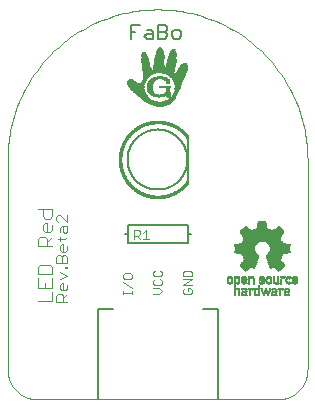
<source format=gto>
G75*
%MOIN*%
%OFA0B0*%
%FSLAX25Y25*%
%IPPOS*%
%LPD*%
%AMOC8*
5,1,8,0,0,1.08239X$1,22.5*
%
%ADD10C,0.00400*%
%ADD11C,0.00300*%
%ADD12C,0.00000*%
%ADD13C,0.00500*%
%ADD14R,0.01012X0.00046*%
%ADD15R,0.01840X0.00046*%
%ADD16R,0.02438X0.00046*%
%ADD17R,0.02852X0.00046*%
%ADD18R,0.03266X0.00046*%
%ADD19R,0.03634X0.00046*%
%ADD20R,0.03910X0.00046*%
%ADD21R,0.04232X0.00046*%
%ADD22R,0.04462X0.00046*%
%ADD23R,0.04738X0.00046*%
%ADD24R,0.04968X0.00046*%
%ADD25R,0.05198X0.00046*%
%ADD26R,0.05428X0.00046*%
%ADD27R,0.05612X0.00046*%
%ADD28R,0.05750X0.00046*%
%ADD29R,0.05980X0.00046*%
%ADD30R,0.06164X0.00046*%
%ADD31R,0.06394X0.00046*%
%ADD32R,0.06532X0.00046*%
%ADD33R,0.06716X0.00046*%
%ADD34R,0.06854X0.00046*%
%ADD35R,0.07038X0.00046*%
%ADD36R,0.07176X0.00046*%
%ADD37R,0.07360X0.00046*%
%ADD38R,0.07498X0.00046*%
%ADD39R,0.07636X0.00046*%
%ADD40R,0.07774X0.00046*%
%ADD41R,0.07958X0.00046*%
%ADD42R,0.08096X0.00046*%
%ADD43R,0.08234X0.00046*%
%ADD44R,0.08326X0.00046*%
%ADD45R,0.08464X0.00046*%
%ADD46R,0.08602X0.00046*%
%ADD47R,0.04048X0.00046*%
%ADD48R,0.03496X0.00046*%
%ADD49R,0.03772X0.00046*%
%ADD50R,0.03174X0.00046*%
%ADD51R,0.03588X0.00046*%
%ADD52R,0.03036X0.00046*%
%ADD53R,0.03542X0.00046*%
%ADD54R,0.03404X0.00046*%
%ADD55R,0.02760X0.00046*%
%ADD56R,0.03312X0.00046*%
%ADD57R,0.02668X0.00046*%
%ADD58R,0.03220X0.00046*%
%ADD59R,0.02576X0.00046*%
%ADD60R,0.03220X0.00046*%
%ADD61R,0.02484X0.00046*%
%ADD62R,0.03128X0.00046*%
%ADD63R,0.02346X0.00046*%
%ADD64R,0.02300X0.00046*%
%ADD65R,0.02254X0.00046*%
%ADD66R,0.02990X0.00046*%
%ADD67R,0.02162X0.00046*%
%ADD68R,0.02944X0.00046*%
%ADD69R,0.02116X0.00046*%
%ADD70R,0.02070X0.00046*%
%ADD71R,0.02024X0.00046*%
%ADD72R,0.02898X0.00046*%
%ADD73R,0.01978X0.00046*%
%ADD74R,0.01932X0.00046*%
%ADD75R,0.02898X0.00046*%
%ADD76R,0.01886X0.00046*%
%ADD77R,0.01840X0.00046*%
%ADD78R,0.01794X0.00046*%
%ADD79R,0.01748X0.00046*%
%ADD80R,0.01702X0.00046*%
%ADD81R,0.01656X0.00046*%
%ADD82R,0.01564X0.00046*%
%ADD83R,0.01610X0.00046*%
%ADD84R,0.02990X0.00046*%
%ADD85R,0.00506X0.00046*%
%ADD86R,0.01288X0.00046*%
%ADD87R,0.01518X0.00046*%
%ADD88R,0.01564X0.00046*%
%ADD89R,0.01334X0.00046*%
%ADD90R,0.01380X0.00046*%
%ADD91R,0.03082X0.00046*%
%ADD92R,0.01426X0.00046*%
%ADD93R,0.03818X0.00046*%
%ADD94R,0.04002X0.00046*%
%ADD95R,0.01472X0.00046*%
%ADD96R,0.04278X0.00046*%
%ADD97R,0.04462X0.00046*%
%ADD98R,0.04600X0.00046*%
%ADD99R,0.04784X0.00046*%
%ADD100R,0.01426X0.00046*%
%ADD101R,0.06440X0.00046*%
%ADD102R,0.06486X0.00046*%
%ADD103R,0.06578X0.00046*%
%ADD104R,0.02208X0.00046*%
%ADD105R,0.02714X0.00046*%
%ADD106R,0.03358X0.00046*%
%ADD107R,0.02070X0.00046*%
%ADD108R,0.03404X0.00046*%
%ADD109R,0.03450X0.00046*%
%ADD110R,0.01978X0.00046*%
%ADD111R,0.03634X0.00046*%
%ADD112R,0.03680X0.00046*%
%ADD113R,0.03726X0.00046*%
%ADD114R,0.03864X0.00046*%
%ADD115R,0.03956X0.00046*%
%ADD116R,0.04094X0.00046*%
%ADD117R,0.04140X0.00046*%
%ADD118R,0.04140X0.00046*%
%ADD119R,0.04186X0.00046*%
%ADD120R,0.01748X0.00046*%
%ADD121R,0.04324X0.00046*%
%ADD122R,0.04370X0.00046*%
%ADD123R,0.04416X0.00046*%
%ADD124R,0.04508X0.00046*%
%ADD125R,0.01656X0.00046*%
%ADD126R,0.04554X0.00046*%
%ADD127R,0.04646X0.00046*%
%ADD128R,0.04692X0.00046*%
%ADD129R,0.04784X0.00046*%
%ADD130R,0.04830X0.00046*%
%ADD131R,0.04876X0.00046*%
%ADD132R,0.04922X0.00046*%
%ADD133R,0.05014X0.00046*%
%ADD134R,0.05060X0.00046*%
%ADD135R,0.05106X0.00046*%
%ADD136R,0.05152X0.00046*%
%ADD137R,0.05244X0.00046*%
%ADD138R,0.05290X0.00046*%
%ADD139R,0.05382X0.00046*%
%ADD140R,0.02162X0.00046*%
%ADD141R,0.05474X0.00046*%
%ADD142R,0.05520X0.00046*%
%ADD143R,0.05566X0.00046*%
%ADD144R,0.05612X0.00046*%
%ADD145R,0.02392X0.00046*%
%ADD146R,0.05658X0.00046*%
%ADD147R,0.05704X0.00046*%
%ADD148R,0.02484X0.00046*%
%ADD149R,0.02530X0.00046*%
%ADD150R,0.05796X0.00046*%
%ADD151R,0.01242X0.00046*%
%ADD152R,0.01150X0.00046*%
%ADD153R,0.01104X0.00046*%
%ADD154R,0.02806X0.00046*%
%ADD155R,0.01058X0.00046*%
%ADD156R,0.01012X0.00046*%
%ADD157R,0.00966X0.00046*%
%ADD158R,0.02622X0.00046*%
%ADD159R,0.02576X0.00046*%
%ADD160R,0.02392X0.00046*%
%ADD161R,0.01334X0.00046*%
%ADD162R,0.00874X0.00046*%
%ADD163R,0.03726X0.00046*%
%ADD164R,0.00552X0.00046*%
%ADD165R,0.01196X0.00046*%
%ADD166R,0.01242X0.00046*%
%ADD167R,0.05336X0.00046*%
%ADD168R,0.02668X0.00046*%
%ADD169R,0.04876X0.00046*%
%ADD170R,0.05290X0.00046*%
%ADD171R,0.05520X0.00046*%
%ADD172R,0.05704X0.00046*%
%ADD173R,0.05888X0.00046*%
%ADD174R,0.05934X0.00046*%
%ADD175R,0.02806X0.00046*%
%ADD176R,0.06026X0.00046*%
%ADD177R,0.06164X0.00046*%
%ADD178R,0.06256X0.00046*%
%ADD179R,0.06348X0.00046*%
%ADD180R,0.03128X0.00046*%
%ADD181R,0.03956X0.00046*%
%ADD182R,0.10258X0.00046*%
%ADD183R,0.10304X0.00046*%
%ADD184R,0.10350X0.00046*%
%ADD185R,0.10396X0.00046*%
%ADD186R,0.10442X0.00046*%
%ADD187R,0.10488X0.00046*%
%ADD188R,0.10534X0.00046*%
%ADD189R,0.10580X0.00046*%
%ADD190R,0.07406X0.00046*%
%ADD191R,0.00736X0.00046*%
%ADD192R,0.03312X0.00046*%
%ADD193R,0.00920X0.00046*%
%ADD194R,0.00828X0.00046*%
%ADD195R,0.00690X0.00046*%
%ADD196R,0.00230X0.00046*%
%ADD197R,0.00782X0.00046*%
%ADD198R,0.00644X0.00046*%
%ADD199R,0.00276X0.00046*%
%ADD200R,0.00414X0.00046*%
%ADD201C,0.00800*%
%ADD202C,0.00100*%
%ADD203C,0.00600*%
%ADD204R,0.00650X0.00050*%
%ADD205R,0.00950X0.00050*%
%ADD206R,0.00800X0.00050*%
%ADD207R,0.00550X0.00050*%
%ADD208R,0.00600X0.00050*%
%ADD209R,0.01750X0.00050*%
%ADD210R,0.01000X0.00050*%
%ADD211R,0.01200X0.00050*%
%ADD212R,0.01800X0.00050*%
%ADD213R,0.01350X0.00050*%
%ADD214R,0.01900X0.00050*%
%ADD215R,0.00700X0.00050*%
%ADD216R,0.01850X0.00050*%
%ADD217R,0.01500X0.00050*%
%ADD218R,0.01950X0.00050*%
%ADD219R,0.01650X0.00050*%
%ADD220R,0.00750X0.00050*%
%ADD221R,0.02000X0.00050*%
%ADD222R,0.02050X0.00050*%
%ADD223R,0.00850X0.00050*%
%ADD224R,0.02100X0.00050*%
%ADD225R,0.00900X0.00050*%
%ADD226R,0.00450X0.00050*%
%ADD227R,0.00300X0.00050*%
%ADD228R,0.00200X0.00050*%
%ADD229R,0.01050X0.00050*%
%ADD230R,0.00100X0.00050*%
%ADD231R,0.01100X0.00050*%
%ADD232R,0.01150X0.00050*%
%ADD233R,0.02200X0.00050*%
%ADD234R,0.01250X0.00050*%
%ADD235R,0.00150X0.00050*%
%ADD236R,0.00250X0.00050*%
%ADD237R,0.00500X0.00050*%
%ADD238R,0.01550X0.00050*%
%ADD239R,0.01600X0.00050*%
%ADD240R,0.01700X0.00050*%
%ADD241R,0.01400X0.00050*%
%ADD242R,0.01300X0.00050*%
%ADD243R,0.00400X0.00050*%
%ADD244R,0.01450X0.00050*%
%ADD245R,0.02150X0.00050*%
%ADD246R,0.00350X0.00050*%
%ADD247R,0.00050X0.00050*%
%ADD248R,0.02250X0.00050*%
%ADD249R,0.02400X0.00050*%
%ADD250R,0.02500X0.00050*%
%ADD251R,0.02650X0.00050*%
%ADD252R,0.02750X0.00050*%
%ADD253R,0.02900X0.00050*%
%ADD254R,0.03000X0.00050*%
%ADD255R,0.03150X0.00050*%
%ADD256R,0.03250X0.00050*%
%ADD257R,0.04600X0.00050*%
%ADD258R,0.04650X0.00050*%
%ADD259R,0.04750X0.00050*%
%ADD260R,0.04800X0.00050*%
%ADD261R,0.04900X0.00050*%
%ADD262R,0.04950X0.00050*%
%ADD263R,0.05000X0.00050*%
%ADD264R,0.05100X0.00050*%
%ADD265R,0.05150X0.00050*%
%ADD266R,0.05200X0.00050*%
%ADD267R,0.05250X0.00050*%
%ADD268R,0.05050X0.00050*%
%ADD269R,0.04850X0.00050*%
%ADD270R,0.05300X0.00050*%
%ADD271R,0.05350X0.00050*%
%ADD272R,0.05450X0.00050*%
%ADD273R,0.05500X0.00050*%
%ADD274R,0.05550X0.00050*%
%ADD275R,0.05650X0.00050*%
%ADD276R,0.05600X0.00050*%
%ADD277R,0.05400X0.00050*%
%ADD278R,0.05700X0.00050*%
%ADD279R,0.05900X0.00050*%
%ADD280R,0.06150X0.00050*%
%ADD281R,0.06350X0.00050*%
%ADD282R,0.06550X0.00050*%
%ADD283R,0.06850X0.00050*%
%ADD284R,0.07050X0.00050*%
%ADD285R,0.07100X0.00050*%
%ADD286R,0.07000X0.00050*%
%ADD287R,0.06950X0.00050*%
%ADD288R,0.06900X0.00050*%
%ADD289R,0.06800X0.00050*%
%ADD290R,0.06600X0.00050*%
%ADD291R,0.05750X0.00050*%
%ADD292R,0.06050X0.00050*%
%ADD293R,0.13050X0.00050*%
%ADD294R,0.12950X0.00050*%
%ADD295R,0.12850X0.00050*%
%ADD296R,0.12750X0.00050*%
%ADD297R,0.12650X0.00050*%
%ADD298R,0.12550X0.00050*%
%ADD299R,0.12450X0.00050*%
%ADD300R,0.12350X0.00050*%
%ADD301R,0.12250X0.00050*%
%ADD302R,0.12150X0.00050*%
%ADD303R,0.13150X0.00050*%
%ADD304R,0.13250X0.00050*%
%ADD305R,0.13350X0.00050*%
%ADD306R,0.13450X0.00050*%
%ADD307R,0.13550X0.00050*%
%ADD308R,0.13650X0.00050*%
%ADD309R,0.13750X0.00050*%
%ADD310R,0.13850X0.00050*%
%ADD311R,0.13950X0.00050*%
%ADD312R,0.14050X0.00050*%
%ADD313R,0.14150X0.00050*%
%ADD314R,0.14250X0.00050*%
%ADD315R,0.14350X0.00050*%
%ADD316R,0.14450X0.00050*%
%ADD317R,0.14550X0.00050*%
%ADD318R,0.14650X0.00050*%
%ADD319R,0.14750X0.00050*%
%ADD320R,0.14850X0.00050*%
%ADD321R,0.14950X0.00050*%
%ADD322R,0.03450X0.00050*%
%ADD323R,0.06750X0.00050*%
%ADD324R,0.03300X0.00050*%
%ADD325R,0.06450X0.00050*%
%ADD326R,0.03200X0.00050*%
%ADD327R,0.06250X0.00050*%
%ADD328R,0.03050X0.00050*%
%ADD329R,0.05950X0.00050*%
%ADD330R,0.02950X0.00050*%
%ADD331R,0.02850X0.00050*%
%ADD332R,0.02800X0.00050*%
%ADD333R,0.02700X0.00050*%
%ADD334R,0.02600X0.00050*%
%ADD335R,0.02450X0.00050*%
%ADD336R,0.02350X0.00050*%
%ADD337R,0.04550X0.00050*%
%ADD338R,0.04250X0.00050*%
%ADD339R,0.04050X0.00050*%
%ADD340R,0.03750X0.00050*%
%ADD341R,0.03650X0.00050*%
%ADD342R,0.03550X0.00050*%
%ADD343R,0.03350X0.00050*%
D10*
X0016996Y0056706D02*
X0021600Y0056706D01*
X0021600Y0059775D01*
X0021600Y0061310D02*
X0021600Y0064379D01*
X0021600Y0065914D02*
X0021600Y0068216D01*
X0020833Y0068983D01*
X0017763Y0068983D01*
X0016996Y0068216D01*
X0016996Y0065914D01*
X0021600Y0065914D01*
X0021600Y0061310D02*
X0016996Y0061310D01*
X0016996Y0064379D01*
X0019298Y0062844D02*
X0019298Y0061310D01*
X0020065Y0075122D02*
X0020065Y0077424D01*
X0019298Y0078191D01*
X0017763Y0078191D01*
X0016996Y0077424D01*
X0016996Y0075122D01*
X0021600Y0075122D01*
X0020065Y0076656D02*
X0021600Y0078191D01*
X0020833Y0079726D02*
X0019298Y0079726D01*
X0018531Y0080493D01*
X0018531Y0082027D01*
X0019298Y0082795D01*
X0020065Y0082795D01*
X0020065Y0079726D01*
X0020833Y0079726D02*
X0021600Y0080493D01*
X0021600Y0082027D01*
X0020833Y0084329D02*
X0019298Y0084329D01*
X0018531Y0085097D01*
X0018531Y0087399D01*
X0016996Y0087399D02*
X0021600Y0087399D01*
X0021600Y0085097D01*
X0020833Y0084329D01*
D11*
X0022947Y0084903D02*
X0022947Y0083669D01*
X0023564Y0083052D01*
X0024798Y0081837D02*
X0026650Y0081837D01*
X0026650Y0079986D01*
X0026033Y0079369D01*
X0025416Y0079986D01*
X0025416Y0081837D01*
X0024798Y0081837D02*
X0024181Y0081220D01*
X0024181Y0079986D01*
X0024181Y0078148D02*
X0024181Y0076913D01*
X0023564Y0077530D02*
X0026033Y0077530D01*
X0026650Y0078148D01*
X0025416Y0075699D02*
X0025416Y0073230D01*
X0026033Y0073230D02*
X0024798Y0073230D01*
X0024181Y0073847D01*
X0024181Y0075082D01*
X0024798Y0075699D01*
X0025416Y0075699D01*
X0026650Y0075082D02*
X0026650Y0073847D01*
X0026033Y0073230D01*
X0026033Y0072016D02*
X0026650Y0071398D01*
X0026650Y0069547D01*
X0022947Y0069547D01*
X0022947Y0071398D01*
X0023564Y0072016D01*
X0024181Y0072016D01*
X0024798Y0071398D01*
X0024798Y0069547D01*
X0026033Y0068323D02*
X0026650Y0068323D01*
X0026650Y0067705D01*
X0026033Y0067705D01*
X0026033Y0068323D01*
X0024181Y0066491D02*
X0026650Y0065257D01*
X0024181Y0064022D01*
X0024798Y0062808D02*
X0025416Y0062808D01*
X0025416Y0060339D01*
X0026033Y0060339D02*
X0024798Y0060339D01*
X0024181Y0060956D01*
X0024181Y0062191D01*
X0024798Y0062808D01*
X0026650Y0062191D02*
X0026650Y0060956D01*
X0026033Y0060339D01*
X0026650Y0059125D02*
X0025416Y0057890D01*
X0025416Y0058507D02*
X0025416Y0056656D01*
X0026650Y0056656D02*
X0022947Y0056656D01*
X0022947Y0058507D01*
X0023564Y0059125D01*
X0024798Y0059125D01*
X0025416Y0058507D01*
X0024798Y0071398D02*
X0025416Y0072016D01*
X0026033Y0072016D01*
X0026650Y0083052D02*
X0024181Y0085521D01*
X0023564Y0085521D01*
X0022947Y0084903D01*
X0026650Y0085521D02*
X0026650Y0083052D01*
X0045348Y0065518D02*
X0045831Y0066002D01*
X0047766Y0066002D01*
X0048250Y0065518D01*
X0048250Y0064551D01*
X0047766Y0064067D01*
X0045831Y0064067D01*
X0045348Y0064551D01*
X0045348Y0065518D01*
X0045348Y0063055D02*
X0048250Y0061120D01*
X0048250Y0060123D02*
X0048250Y0059156D01*
X0048250Y0059640D02*
X0045348Y0059640D01*
X0045348Y0060123D02*
X0045348Y0059156D01*
X0055348Y0059156D02*
X0057283Y0059156D01*
X0058250Y0060123D01*
X0057283Y0061091D01*
X0055348Y0061091D01*
X0055831Y0062102D02*
X0055348Y0062586D01*
X0055348Y0063554D01*
X0055831Y0064037D01*
X0055831Y0065049D02*
X0055348Y0065533D01*
X0055348Y0066500D01*
X0055831Y0066984D01*
X0055831Y0065049D02*
X0057766Y0065049D01*
X0058250Y0065533D01*
X0058250Y0066500D01*
X0057766Y0066984D01*
X0057766Y0064037D02*
X0058250Y0063554D01*
X0058250Y0062586D01*
X0057766Y0062102D01*
X0055831Y0062102D01*
X0065348Y0062102D02*
X0068250Y0064037D01*
X0065348Y0064037D01*
X0065348Y0065049D02*
X0065348Y0066500D01*
X0065831Y0066984D01*
X0067766Y0066984D01*
X0068250Y0066500D01*
X0068250Y0065049D01*
X0065348Y0065049D01*
X0065348Y0062102D02*
X0068250Y0062102D01*
X0067766Y0061091D02*
X0066799Y0061091D01*
X0066799Y0060123D01*
X0067766Y0059156D02*
X0065831Y0059156D01*
X0065348Y0059640D01*
X0065348Y0060607D01*
X0065831Y0061091D01*
X0067766Y0061091D02*
X0068250Y0060607D01*
X0068250Y0059640D01*
X0067766Y0059156D01*
X0053831Y0077656D02*
X0051897Y0077656D01*
X0052864Y0077656D02*
X0052864Y0080558D01*
X0051897Y0079591D01*
X0050885Y0080075D02*
X0050401Y0080558D01*
X0048950Y0080558D01*
X0048950Y0077656D01*
X0048950Y0078623D02*
X0050401Y0078623D01*
X0050885Y0079107D01*
X0050885Y0080075D01*
X0049917Y0078623D02*
X0050885Y0077656D01*
D12*
X0016800Y0024006D02*
X0096800Y0024006D01*
X0097042Y0024009D01*
X0097283Y0024018D01*
X0097524Y0024032D01*
X0097765Y0024053D01*
X0098005Y0024079D01*
X0098245Y0024111D01*
X0098484Y0024149D01*
X0098721Y0024192D01*
X0098958Y0024242D01*
X0099193Y0024297D01*
X0099427Y0024357D01*
X0099659Y0024424D01*
X0099890Y0024495D01*
X0100119Y0024573D01*
X0100346Y0024656D01*
X0100571Y0024744D01*
X0100794Y0024838D01*
X0101014Y0024937D01*
X0101232Y0025042D01*
X0101447Y0025151D01*
X0101660Y0025266D01*
X0101870Y0025386D01*
X0102076Y0025511D01*
X0102280Y0025641D01*
X0102481Y0025776D01*
X0102678Y0025916D01*
X0102872Y0026060D01*
X0103062Y0026209D01*
X0103248Y0026363D01*
X0103431Y0026521D01*
X0103610Y0026683D01*
X0103785Y0026850D01*
X0103956Y0027021D01*
X0104123Y0027196D01*
X0104285Y0027375D01*
X0104443Y0027558D01*
X0104597Y0027744D01*
X0104746Y0027934D01*
X0104890Y0028128D01*
X0105030Y0028325D01*
X0105165Y0028526D01*
X0105295Y0028730D01*
X0105420Y0028936D01*
X0105540Y0029146D01*
X0105655Y0029359D01*
X0105764Y0029574D01*
X0105869Y0029792D01*
X0105968Y0030012D01*
X0106062Y0030235D01*
X0106150Y0030460D01*
X0106233Y0030687D01*
X0106311Y0030916D01*
X0106382Y0031147D01*
X0106449Y0031379D01*
X0106509Y0031613D01*
X0106564Y0031848D01*
X0106614Y0032085D01*
X0106657Y0032322D01*
X0106695Y0032561D01*
X0106727Y0032801D01*
X0106753Y0033041D01*
X0106774Y0033282D01*
X0106788Y0033523D01*
X0106797Y0033764D01*
X0106800Y0034006D01*
X0106800Y0104006D01*
X0106785Y0105224D01*
X0106741Y0106440D01*
X0106667Y0107656D01*
X0106563Y0108869D01*
X0106430Y0110079D01*
X0106267Y0111286D01*
X0106075Y0112488D01*
X0105854Y0113686D01*
X0105604Y0114878D01*
X0105325Y0116063D01*
X0105017Y0117241D01*
X0104680Y0118411D01*
X0104315Y0119573D01*
X0103922Y0120725D01*
X0103501Y0121868D01*
X0103052Y0122999D01*
X0102576Y0124120D01*
X0102072Y0125229D01*
X0101542Y0126325D01*
X0100985Y0127408D01*
X0100402Y0128477D01*
X0099794Y0129531D01*
X0099159Y0130571D01*
X0098500Y0131594D01*
X0097816Y0132602D01*
X0097107Y0133592D01*
X0096375Y0134565D01*
X0095619Y0135519D01*
X0094840Y0136455D01*
X0094039Y0137372D01*
X0093215Y0138269D01*
X0092370Y0139145D01*
X0091504Y0140001D01*
X0090617Y0140836D01*
X0089710Y0141648D01*
X0088784Y0142438D01*
X0087838Y0143206D01*
X0086875Y0143950D01*
X0085893Y0144670D01*
X0084894Y0145367D01*
X0083879Y0146039D01*
X0082847Y0146686D01*
X0081800Y0147307D01*
X0080738Y0147903D01*
X0079662Y0148473D01*
X0078573Y0149017D01*
X0077470Y0149533D01*
X0076355Y0150023D01*
X0075229Y0150486D01*
X0074092Y0150921D01*
X0072944Y0151328D01*
X0071787Y0151707D01*
X0070621Y0152058D01*
X0069447Y0152380D01*
X0068265Y0152674D01*
X0067076Y0152939D01*
X0065882Y0153174D01*
X0064682Y0153381D01*
X0063477Y0153558D01*
X0062269Y0153706D01*
X0061057Y0153824D01*
X0059842Y0153913D01*
X0058626Y0153973D01*
X0057409Y0154002D01*
X0056191Y0154002D01*
X0054974Y0153973D01*
X0053758Y0153913D01*
X0052543Y0153824D01*
X0051331Y0153706D01*
X0050123Y0153558D01*
X0048918Y0153381D01*
X0047718Y0153174D01*
X0046524Y0152939D01*
X0045335Y0152674D01*
X0044153Y0152380D01*
X0042979Y0152058D01*
X0041813Y0151707D01*
X0040656Y0151328D01*
X0039508Y0150921D01*
X0038371Y0150486D01*
X0037245Y0150023D01*
X0036130Y0149533D01*
X0035027Y0149017D01*
X0033938Y0148473D01*
X0032862Y0147903D01*
X0031800Y0147307D01*
X0030753Y0146686D01*
X0029721Y0146039D01*
X0028706Y0145367D01*
X0027707Y0144670D01*
X0026725Y0143950D01*
X0025762Y0143206D01*
X0024816Y0142438D01*
X0023890Y0141648D01*
X0022983Y0140836D01*
X0022096Y0140001D01*
X0021230Y0139145D01*
X0020385Y0138269D01*
X0019561Y0137372D01*
X0018760Y0136455D01*
X0017981Y0135519D01*
X0017225Y0134565D01*
X0016493Y0133592D01*
X0015784Y0132602D01*
X0015100Y0131594D01*
X0014441Y0130571D01*
X0013806Y0129531D01*
X0013198Y0128477D01*
X0012615Y0127408D01*
X0012058Y0126325D01*
X0011528Y0125229D01*
X0011024Y0124120D01*
X0010548Y0122999D01*
X0010099Y0121868D01*
X0009678Y0120725D01*
X0009285Y0119573D01*
X0008920Y0118411D01*
X0008583Y0117241D01*
X0008275Y0116063D01*
X0007996Y0114878D01*
X0007746Y0113686D01*
X0007525Y0112488D01*
X0007333Y0111286D01*
X0007170Y0110079D01*
X0007037Y0108869D01*
X0006933Y0107656D01*
X0006859Y0106440D01*
X0006815Y0105224D01*
X0006800Y0104006D01*
X0006800Y0034006D01*
X0006803Y0033764D01*
X0006812Y0033523D01*
X0006826Y0033282D01*
X0006847Y0033041D01*
X0006873Y0032801D01*
X0006905Y0032561D01*
X0006943Y0032322D01*
X0006986Y0032085D01*
X0007036Y0031848D01*
X0007091Y0031613D01*
X0007151Y0031379D01*
X0007218Y0031147D01*
X0007289Y0030916D01*
X0007367Y0030687D01*
X0007450Y0030460D01*
X0007538Y0030235D01*
X0007632Y0030012D01*
X0007731Y0029792D01*
X0007836Y0029574D01*
X0007945Y0029359D01*
X0008060Y0029146D01*
X0008180Y0028936D01*
X0008305Y0028730D01*
X0008435Y0028526D01*
X0008570Y0028325D01*
X0008710Y0028128D01*
X0008854Y0027934D01*
X0009003Y0027744D01*
X0009157Y0027558D01*
X0009315Y0027375D01*
X0009477Y0027196D01*
X0009644Y0027021D01*
X0009815Y0026850D01*
X0009990Y0026683D01*
X0010169Y0026521D01*
X0010352Y0026363D01*
X0010538Y0026209D01*
X0010728Y0026060D01*
X0010922Y0025916D01*
X0011119Y0025776D01*
X0011320Y0025641D01*
X0011524Y0025511D01*
X0011730Y0025386D01*
X0011940Y0025266D01*
X0012153Y0025151D01*
X0012368Y0025042D01*
X0012586Y0024937D01*
X0012806Y0024838D01*
X0013029Y0024744D01*
X0013254Y0024656D01*
X0013481Y0024573D01*
X0013710Y0024495D01*
X0013941Y0024424D01*
X0014173Y0024357D01*
X0014407Y0024297D01*
X0014642Y0024242D01*
X0014879Y0024192D01*
X0015116Y0024149D01*
X0015355Y0024111D01*
X0015595Y0024079D01*
X0015835Y0024053D01*
X0016076Y0024032D01*
X0016317Y0024018D01*
X0016558Y0024009D01*
X0016800Y0024006D01*
D13*
X0036800Y0024006D02*
X0036800Y0054006D01*
X0041800Y0054006D01*
X0071800Y0054006D02*
X0076800Y0054006D01*
X0076800Y0024006D01*
X0063906Y0144256D02*
X0062405Y0144256D01*
X0061654Y0145007D01*
X0061654Y0146508D01*
X0062405Y0147258D01*
X0063906Y0147258D01*
X0064656Y0146508D01*
X0064656Y0145007D01*
X0063906Y0144256D01*
X0060053Y0145007D02*
X0059302Y0144256D01*
X0057050Y0144256D01*
X0057050Y0148760D01*
X0059302Y0148760D01*
X0060053Y0148009D01*
X0060053Y0147258D01*
X0059302Y0146508D01*
X0057050Y0146508D01*
X0055449Y0146508D02*
X0055449Y0144256D01*
X0053197Y0144256D01*
X0052446Y0145007D01*
X0053197Y0145757D01*
X0055449Y0145757D01*
X0055449Y0146508D02*
X0054698Y0147258D01*
X0053197Y0147258D01*
X0050845Y0148760D02*
X0047842Y0148760D01*
X0047842Y0144256D01*
X0047842Y0146508D02*
X0049343Y0146508D01*
X0059302Y0146508D02*
X0060053Y0145757D01*
X0060053Y0145007D01*
D14*
X0057679Y0121506D03*
D15*
X0057679Y0121552D03*
X0060209Y0126014D03*
X0061635Y0124082D03*
X0063521Y0127762D03*
X0063521Y0127808D03*
X0059703Y0130476D03*
X0054965Y0130016D03*
X0054919Y0129970D03*
X0054827Y0129832D03*
X0054781Y0129786D03*
X0054735Y0129694D03*
X0053079Y0131442D03*
X0054735Y0126060D03*
X0054781Y0126014D03*
X0048065Y0130246D03*
X0057679Y0140320D03*
X0062049Y0139722D03*
D16*
X0061934Y0138940D03*
X0061934Y0138894D03*
X0057656Y0139584D03*
X0057656Y0139630D03*
X0052596Y0137422D03*
X0052596Y0137376D03*
X0052596Y0137330D03*
X0053378Y0131902D03*
X0056046Y0130706D03*
X0059910Y0125600D03*
X0060784Y0123392D03*
X0057656Y0121598D03*
X0055632Y0125416D03*
X0048134Y0129924D03*
X0063682Y0128958D03*
X0063682Y0128912D03*
D17*
X0063705Y0129556D03*
X0060945Y0132362D03*
X0061773Y0137790D03*
X0061773Y0137836D03*
X0061773Y0137882D03*
X0061773Y0137928D03*
X0065407Y0134432D03*
X0065407Y0134386D03*
X0057587Y0138710D03*
X0057587Y0138756D03*
X0057587Y0138802D03*
X0057587Y0138848D03*
X0052941Y0135444D03*
X0052941Y0135398D03*
X0052987Y0135260D03*
X0052987Y0135214D03*
X0052987Y0135168D03*
X0053033Y0135076D03*
X0053033Y0135030D03*
X0053079Y0134846D03*
X0053539Y0132132D03*
X0055931Y0125370D03*
X0057679Y0121644D03*
X0060347Y0123162D03*
X0052711Y0124174D03*
D18*
X0051446Y0125416D03*
X0051400Y0125462D03*
X0053746Y0132316D03*
X0057426Y0137192D03*
X0057426Y0137238D03*
X0057426Y0137284D03*
X0057426Y0137330D03*
X0057426Y0137376D03*
X0063682Y0130062D03*
X0064878Y0133098D03*
X0064878Y0133144D03*
X0064924Y0133190D03*
X0057196Y0124864D03*
X0057656Y0121690D03*
D19*
X0057656Y0121736D03*
X0059312Y0125370D03*
X0048594Y0129234D03*
D20*
X0054022Y0132546D03*
X0057196Y0134248D03*
X0057196Y0134294D03*
X0057196Y0134340D03*
X0057196Y0134386D03*
X0057656Y0121782D03*
D21*
X0057633Y0121828D03*
X0050411Y0126796D03*
X0057679Y0131074D03*
X0063567Y0130936D03*
D22*
X0063498Y0131120D03*
X0057610Y0121874D03*
D23*
X0057610Y0121920D03*
X0050066Y0127394D03*
X0063452Y0131304D03*
D24*
X0063383Y0131488D03*
X0057587Y0121966D03*
X0049905Y0127762D03*
D25*
X0049790Y0128084D03*
X0049790Y0128130D03*
X0057610Y0122012D03*
X0063314Y0131626D03*
D26*
X0057633Y0130752D03*
X0057587Y0122058D03*
X0049721Y0128406D03*
X0049721Y0128452D03*
X0049721Y0128498D03*
D27*
X0057587Y0122104D03*
D28*
X0057564Y0122150D03*
X0049652Y0129096D03*
X0063176Y0131948D03*
D29*
X0057541Y0122196D03*
D30*
X0057541Y0122242D03*
D31*
X0057518Y0122288D03*
D32*
X0057495Y0122334D03*
D33*
X0057495Y0122380D03*
D34*
X0057472Y0122426D03*
D35*
X0057472Y0122472D03*
D36*
X0057449Y0122518D03*
D37*
X0057449Y0122564D03*
X0058783Y0133604D03*
X0058783Y0133650D03*
X0058829Y0133788D03*
D38*
X0057426Y0122610D03*
D39*
X0057403Y0122656D03*
D40*
X0057380Y0122702D03*
D41*
X0057380Y0122748D03*
D42*
X0057357Y0122794D03*
D43*
X0057334Y0122840D03*
D44*
X0057334Y0122886D03*
D45*
X0057311Y0122932D03*
D46*
X0057288Y0122978D03*
D47*
X0054919Y0123024D03*
X0050549Y0126566D03*
X0057219Y0133972D03*
X0063567Y0130798D03*
D48*
X0063659Y0130292D03*
X0064533Y0132546D03*
X0064579Y0132592D03*
X0060577Y0132592D03*
X0057311Y0135950D03*
X0057311Y0135996D03*
X0057311Y0136042D03*
X0057311Y0136088D03*
X0057311Y0136134D03*
X0057311Y0136180D03*
X0051055Y0125876D03*
X0051101Y0125830D03*
X0048525Y0129280D03*
X0059887Y0123024D03*
D49*
X0059243Y0128314D03*
X0057219Y0134662D03*
X0057219Y0134708D03*
X0057219Y0134754D03*
X0057219Y0134800D03*
X0057219Y0134846D03*
X0050779Y0126244D03*
X0050825Y0126198D03*
X0054735Y0123070D03*
D50*
X0051676Y0125140D03*
X0051630Y0125186D03*
X0051584Y0125232D03*
X0048364Y0129464D03*
X0053470Y0133604D03*
X0057472Y0137652D03*
X0057472Y0137698D03*
X0057472Y0137744D03*
X0057472Y0137790D03*
X0057472Y0137836D03*
X0061106Y0134478D03*
X0061060Y0134294D03*
X0061014Y0134156D03*
X0061014Y0134110D03*
X0060968Y0134018D03*
X0060968Y0133972D03*
X0060922Y0133834D03*
X0060738Y0132500D03*
X0065016Y0133420D03*
X0065062Y0133512D03*
X0060094Y0123070D03*
D51*
X0054551Y0123116D03*
X0053907Y0132454D03*
X0057265Y0135444D03*
X0057265Y0135490D03*
X0057265Y0135536D03*
X0057265Y0135582D03*
X0057265Y0135628D03*
X0064441Y0132408D03*
X0063659Y0130384D03*
D52*
X0063705Y0129786D03*
X0065223Y0133926D03*
X0065269Y0134018D03*
X0061543Y0136456D03*
X0061543Y0136502D03*
X0061543Y0136548D03*
X0061589Y0136686D03*
X0061589Y0136732D03*
X0061589Y0136778D03*
X0061589Y0136824D03*
X0061635Y0136916D03*
X0061635Y0136962D03*
X0061635Y0137008D03*
X0061635Y0137054D03*
X0057541Y0138250D03*
X0057541Y0138296D03*
X0057541Y0138342D03*
X0057541Y0138388D03*
X0053309Y0134064D03*
X0053309Y0134018D03*
X0053355Y0133972D03*
X0053355Y0133926D03*
X0053631Y0132224D03*
X0048295Y0129556D03*
X0051929Y0124864D03*
X0053631Y0123530D03*
X0053723Y0123484D03*
X0060209Y0123116D03*
D53*
X0057196Y0124910D03*
X0054436Y0123162D03*
X0051032Y0125922D03*
X0057288Y0135674D03*
X0057288Y0135720D03*
X0057288Y0135766D03*
X0057288Y0135812D03*
X0057288Y0135858D03*
X0057288Y0135904D03*
X0064464Y0132454D03*
X0064510Y0132500D03*
X0063682Y0130338D03*
D54*
X0064671Y0132730D03*
X0054321Y0123208D03*
X0051285Y0125600D03*
X0051239Y0125646D03*
X0048479Y0129326D03*
D55*
X0048203Y0129740D03*
X0052849Y0135812D03*
X0052849Y0135858D03*
X0052849Y0135904D03*
X0052849Y0135950D03*
X0052803Y0135996D03*
X0052803Y0136042D03*
X0052803Y0136088D03*
X0052803Y0136134D03*
X0057633Y0139032D03*
X0061819Y0138204D03*
X0061819Y0138158D03*
X0061819Y0138112D03*
X0065453Y0134570D03*
X0063705Y0129418D03*
X0060439Y0123208D03*
D56*
X0063705Y0130108D03*
X0064763Y0132914D03*
X0064809Y0132960D03*
X0064809Y0133006D03*
X0064855Y0133052D03*
X0060669Y0132546D03*
X0054183Y0123254D03*
X0051377Y0125508D03*
X0048433Y0129372D03*
D57*
X0048203Y0129786D03*
X0052757Y0136364D03*
X0052757Y0136410D03*
X0052757Y0136456D03*
X0052711Y0136548D03*
X0052711Y0136594D03*
X0052711Y0136640D03*
X0057633Y0139170D03*
X0057633Y0139216D03*
X0057633Y0139262D03*
X0061865Y0138480D03*
X0061865Y0138434D03*
X0061865Y0138388D03*
X0065499Y0134708D03*
X0063705Y0129326D03*
X0063705Y0129280D03*
X0063705Y0129234D03*
X0060531Y0123254D03*
D58*
X0063705Y0129970D03*
X0063705Y0130016D03*
X0060945Y0133880D03*
X0060945Y0133926D03*
X0054091Y0123300D03*
X0051469Y0125370D03*
X0048387Y0129418D03*
D59*
X0053447Y0131994D03*
X0052665Y0136824D03*
X0052665Y0136870D03*
X0052665Y0136916D03*
X0052665Y0136962D03*
X0057633Y0139354D03*
X0063705Y0129188D03*
X0063705Y0129142D03*
X0065545Y0134846D03*
X0059841Y0125554D03*
X0060623Y0123300D03*
X0057219Y0124772D03*
D60*
X0053999Y0123346D03*
X0051561Y0125278D03*
X0051515Y0125324D03*
X0057449Y0137422D03*
X0057449Y0137468D03*
X0057449Y0137514D03*
X0057449Y0137560D03*
X0057449Y0137606D03*
X0065039Y0133466D03*
X0064993Y0133374D03*
X0064993Y0133328D03*
X0064947Y0133282D03*
X0064947Y0133236D03*
D61*
X0060715Y0123346D03*
X0057679Y0139538D03*
D62*
X0057495Y0138020D03*
X0057495Y0137974D03*
X0057495Y0137928D03*
X0057495Y0137882D03*
X0061313Y0135398D03*
X0061313Y0135352D03*
X0061267Y0135168D03*
X0061267Y0135122D03*
X0061221Y0134984D03*
X0061221Y0134938D03*
X0061221Y0134892D03*
X0061175Y0134800D03*
X0061175Y0134754D03*
X0061175Y0134708D03*
X0061129Y0134662D03*
X0061129Y0134616D03*
X0061129Y0134570D03*
X0061129Y0134524D03*
X0061083Y0134432D03*
X0061083Y0134386D03*
X0061083Y0134340D03*
X0061037Y0134248D03*
X0061037Y0134202D03*
X0061405Y0135812D03*
X0065131Y0133696D03*
X0065131Y0133650D03*
X0065085Y0133604D03*
X0065085Y0133558D03*
X0063705Y0129924D03*
X0063705Y0129878D03*
X0059565Y0125416D03*
X0057725Y0131258D03*
X0053447Y0133650D03*
X0053447Y0133696D03*
X0053401Y0133788D03*
X0051745Y0125094D03*
X0053815Y0123438D03*
X0053907Y0123392D03*
D63*
X0055540Y0125462D03*
X0059956Y0125646D03*
X0060876Y0123438D03*
X0063682Y0128774D03*
X0063682Y0128820D03*
X0065614Y0135076D03*
X0061980Y0139078D03*
X0061980Y0139124D03*
X0052550Y0137652D03*
X0052550Y0137606D03*
X0052550Y0137560D03*
D64*
X0052527Y0137698D03*
X0052527Y0137744D03*
X0052527Y0137790D03*
X0057679Y0139768D03*
X0057679Y0139814D03*
X0057679Y0139860D03*
X0062003Y0139170D03*
X0065637Y0135168D03*
X0065637Y0135122D03*
X0063659Y0128728D03*
X0063659Y0128682D03*
X0063659Y0128636D03*
X0060945Y0123484D03*
X0059243Y0130706D03*
X0053309Y0131810D03*
X0048111Y0130016D03*
D65*
X0048088Y0130062D03*
X0053286Y0131764D03*
X0055908Y0130660D03*
X0060002Y0125692D03*
X0061014Y0123530D03*
X0065660Y0135214D03*
X0061980Y0139216D03*
X0052504Y0137928D03*
X0052504Y0137882D03*
X0052504Y0137836D03*
D66*
X0053194Y0134432D03*
X0053240Y0134294D03*
X0053240Y0134248D03*
X0051998Y0124818D03*
X0052044Y0124772D03*
X0052090Y0124726D03*
X0052228Y0124588D03*
X0053562Y0123576D03*
X0063728Y0129740D03*
X0065246Y0133972D03*
X0065292Y0134064D03*
X0065292Y0134110D03*
X0061612Y0136870D03*
X0061658Y0137100D03*
X0061658Y0137146D03*
X0061658Y0137192D03*
X0061658Y0137238D03*
X0061704Y0137422D03*
D67*
X0062026Y0139354D03*
X0065660Y0135260D03*
X0057748Y0131350D03*
X0055770Y0130614D03*
X0055310Y0125554D03*
X0057242Y0124726D03*
X0061060Y0123576D03*
X0061106Y0123622D03*
X0052458Y0138066D03*
X0052458Y0138112D03*
X0048088Y0130108D03*
D68*
X0048295Y0129602D03*
X0052297Y0124542D03*
X0052343Y0124496D03*
X0052389Y0124450D03*
X0052435Y0124404D03*
X0053263Y0123760D03*
X0053355Y0123714D03*
X0053401Y0123668D03*
X0053493Y0123622D03*
X0057219Y0124818D03*
X0053585Y0132178D03*
X0053217Y0134340D03*
X0053217Y0134386D03*
X0053171Y0134478D03*
X0053171Y0134524D03*
X0053125Y0134662D03*
X0057587Y0138572D03*
X0061727Y0137560D03*
X0061727Y0137514D03*
X0061727Y0137468D03*
X0061681Y0137376D03*
X0061681Y0137330D03*
X0061681Y0137284D03*
X0065361Y0134294D03*
X0065315Y0134202D03*
X0065315Y0134156D03*
X0063705Y0129694D03*
X0063705Y0129648D03*
X0060899Y0132408D03*
D69*
X0063613Y0128360D03*
X0063613Y0128314D03*
X0060071Y0125784D03*
X0061175Y0123668D03*
X0055701Y0130568D03*
X0053217Y0131672D03*
X0052435Y0138158D03*
X0052435Y0138204D03*
X0057679Y0139998D03*
X0057679Y0140044D03*
X0062003Y0139400D03*
X0065683Y0135306D03*
D70*
X0065706Y0135352D03*
X0060094Y0125830D03*
X0061244Y0123714D03*
X0053194Y0131626D03*
X0057702Y0140090D03*
D71*
X0057679Y0140136D03*
X0062049Y0139538D03*
X0055517Y0130476D03*
X0053171Y0131580D03*
X0055149Y0125646D03*
X0061313Y0123760D03*
X0063567Y0128084D03*
X0063567Y0128130D03*
X0052435Y0138250D03*
X0052435Y0138296D03*
X0048065Y0130154D03*
D72*
X0053148Y0134570D03*
X0053148Y0134616D03*
X0053102Y0134708D03*
X0053102Y0134754D03*
X0053102Y0134800D03*
X0053056Y0134892D03*
X0053056Y0134938D03*
X0053056Y0134984D03*
X0052642Y0124220D03*
X0052780Y0124128D03*
X0052826Y0124082D03*
X0053056Y0123898D03*
X0053148Y0123852D03*
X0053194Y0123806D03*
X0059680Y0125462D03*
X0065338Y0134248D03*
X0065384Y0134340D03*
D73*
X0065706Y0135398D03*
X0062026Y0139584D03*
X0059588Y0130568D03*
X0060140Y0125876D03*
X0061336Y0123806D03*
X0055080Y0125692D03*
X0055310Y0130338D03*
X0052412Y0138342D03*
X0052412Y0138388D03*
X0052412Y0138434D03*
D74*
X0052389Y0138480D03*
X0057679Y0140228D03*
X0062049Y0139630D03*
X0055241Y0130292D03*
X0055195Y0130246D03*
X0055149Y0130200D03*
X0055103Y0130154D03*
X0055057Y0130108D03*
X0060163Y0125922D03*
X0061451Y0123898D03*
X0061405Y0123852D03*
X0063567Y0127946D03*
X0063567Y0127992D03*
X0063567Y0128038D03*
X0048065Y0130200D03*
D75*
X0048272Y0129648D03*
X0052504Y0124358D03*
X0052550Y0124312D03*
X0052596Y0124266D03*
X0052872Y0124036D03*
X0052964Y0123990D03*
X0053010Y0123944D03*
X0053010Y0135122D03*
X0057564Y0138618D03*
X0057564Y0138664D03*
X0061750Y0137744D03*
X0061750Y0137698D03*
X0061750Y0137652D03*
X0061750Y0137606D03*
X0063728Y0129602D03*
D76*
X0063544Y0127900D03*
X0063544Y0127854D03*
X0061520Y0123944D03*
X0060186Y0125968D03*
X0059680Y0130522D03*
X0055034Y0130062D03*
X0054896Y0129924D03*
X0054850Y0129878D03*
X0053102Y0131488D03*
X0054804Y0125968D03*
X0054850Y0125922D03*
X0054896Y0125876D03*
X0054942Y0125830D03*
X0054988Y0125784D03*
X0052366Y0138526D03*
X0057702Y0140274D03*
X0062072Y0139676D03*
X0065752Y0135444D03*
D77*
X0063475Y0127716D03*
X0063475Y0127670D03*
X0063475Y0127624D03*
X0061589Y0124036D03*
X0061543Y0123990D03*
X0054643Y0129556D03*
X0054689Y0129648D03*
X0052389Y0138572D03*
D78*
X0052366Y0138618D03*
X0052366Y0138664D03*
X0053056Y0131396D03*
X0054482Y0129280D03*
X0054482Y0129234D03*
X0054436Y0129188D03*
X0054436Y0129142D03*
X0054436Y0129096D03*
X0054390Y0129050D03*
X0054390Y0129004D03*
X0054344Y0128866D03*
X0054298Y0128682D03*
X0054528Y0129326D03*
X0054528Y0129372D03*
X0054574Y0129418D03*
X0054574Y0129464D03*
X0054620Y0129510D03*
X0054666Y0129602D03*
X0054758Y0129740D03*
X0054528Y0126382D03*
X0054574Y0126290D03*
X0054620Y0126244D03*
X0054620Y0126198D03*
X0054666Y0126152D03*
X0054712Y0126106D03*
X0059772Y0130430D03*
X0060232Y0126106D03*
X0060232Y0126060D03*
X0061704Y0124128D03*
X0063452Y0127532D03*
X0063452Y0127578D03*
X0065752Y0135490D03*
X0062072Y0139768D03*
D79*
X0059841Y0130384D03*
X0059887Y0130338D03*
X0059933Y0130292D03*
X0060255Y0126152D03*
X0061819Y0124266D03*
X0061773Y0124220D03*
X0061727Y0124174D03*
X0054551Y0126336D03*
X0054505Y0126428D03*
X0054505Y0126474D03*
X0054459Y0126520D03*
X0054459Y0126566D03*
X0054413Y0126612D03*
X0054413Y0126658D03*
X0054367Y0126750D03*
X0054367Y0126796D03*
X0054367Y0128912D03*
X0054367Y0128958D03*
X0053033Y0131350D03*
D80*
X0053010Y0131304D03*
X0052964Y0131258D03*
X0054252Y0128452D03*
X0054206Y0128038D03*
X0054206Y0127992D03*
X0054206Y0127946D03*
X0054206Y0127900D03*
X0054206Y0127854D03*
X0054206Y0127808D03*
X0054206Y0127762D03*
X0054206Y0127716D03*
X0054206Y0127670D03*
X0054206Y0127624D03*
X0054206Y0127578D03*
X0054252Y0127394D03*
X0054252Y0127348D03*
X0054252Y0127302D03*
X0054252Y0127256D03*
X0054252Y0127210D03*
X0054298Y0127072D03*
X0054298Y0127026D03*
X0054298Y0126980D03*
X0054344Y0126842D03*
X0054390Y0126704D03*
X0059956Y0130246D03*
X0060002Y0130200D03*
X0060278Y0126244D03*
X0060278Y0126198D03*
X0061934Y0124404D03*
X0061888Y0124358D03*
X0061842Y0124312D03*
X0063406Y0127302D03*
X0063406Y0127348D03*
X0063406Y0127394D03*
X0062072Y0139814D03*
X0062072Y0139860D03*
X0057702Y0140412D03*
D81*
X0057679Y0140458D03*
X0052343Y0138802D03*
X0060025Y0130154D03*
X0060071Y0130108D03*
X0060301Y0126336D03*
X0060301Y0126290D03*
X0062003Y0124496D03*
X0061957Y0124450D03*
X0063383Y0127210D03*
X0063383Y0127256D03*
X0065775Y0135582D03*
D82*
X0062095Y0139952D03*
X0062095Y0139998D03*
X0057679Y0140504D03*
X0052895Y0131120D03*
X0060255Y0129740D03*
X0060255Y0129694D03*
X0060255Y0129648D03*
X0060301Y0129556D03*
X0060301Y0129510D03*
X0060301Y0129464D03*
X0060301Y0129418D03*
X0060301Y0129372D03*
X0060301Y0129326D03*
X0060347Y0126796D03*
X0060347Y0126750D03*
X0060347Y0126704D03*
X0060347Y0126658D03*
X0060347Y0126612D03*
X0060347Y0126566D03*
X0060347Y0126520D03*
X0062187Y0124726D03*
X0062233Y0124772D03*
X0062049Y0124542D03*
X0063199Y0126704D03*
X0063245Y0126796D03*
X0063245Y0126842D03*
D83*
X0063268Y0126888D03*
X0063314Y0127026D03*
X0063314Y0127072D03*
X0062118Y0124634D03*
X0062072Y0124588D03*
X0060324Y0126382D03*
X0060324Y0126428D03*
X0060324Y0126474D03*
X0060324Y0129280D03*
X0060278Y0129602D03*
X0060232Y0129786D03*
X0060186Y0129878D03*
X0060186Y0129924D03*
X0060140Y0129970D03*
X0060140Y0130016D03*
X0060094Y0130062D03*
X0052918Y0131166D03*
X0048042Y0130338D03*
X0052320Y0138848D03*
X0052320Y0138894D03*
D84*
X0053286Y0134202D03*
X0053286Y0134156D03*
X0053286Y0134110D03*
X0057564Y0138434D03*
X0057564Y0138480D03*
X0057564Y0138526D03*
X0052136Y0124680D03*
X0052182Y0124634D03*
D85*
X0057242Y0124634D03*
X0052228Y0139538D03*
X0062164Y0140550D03*
D86*
X0052297Y0139170D03*
X0052757Y0130798D03*
X0052711Y0130752D03*
X0051929Y0129280D03*
X0060485Y0124680D03*
X0060485Y0124634D03*
D87*
X0060370Y0125186D03*
X0060370Y0126842D03*
X0060370Y0126888D03*
X0060370Y0126934D03*
X0060370Y0126980D03*
X0060370Y0127026D03*
X0060370Y0127072D03*
X0060370Y0127118D03*
X0060370Y0127164D03*
X0060370Y0127210D03*
X0060370Y0127256D03*
X0060370Y0127302D03*
X0060370Y0127348D03*
X0060370Y0127394D03*
X0060370Y0127440D03*
X0060370Y0127486D03*
X0060370Y0127532D03*
X0060370Y0127578D03*
X0060370Y0127624D03*
X0063176Y0126658D03*
X0063176Y0126612D03*
X0063176Y0126566D03*
X0063130Y0126520D03*
X0063130Y0126474D03*
X0063084Y0126382D03*
X0063222Y0126750D03*
X0062348Y0124956D03*
X0062302Y0124910D03*
X0062302Y0124864D03*
X0062256Y0124818D03*
X0057242Y0124680D03*
X0052872Y0131074D03*
X0052320Y0138940D03*
X0057702Y0140550D03*
X0065798Y0135628D03*
D88*
X0060209Y0129832D03*
X0063291Y0126980D03*
X0063291Y0126934D03*
X0062141Y0124680D03*
D89*
X0060462Y0124726D03*
X0052780Y0130844D03*
X0052274Y0139124D03*
X0057702Y0140688D03*
D90*
X0057679Y0140642D03*
X0052297Y0139078D03*
X0052803Y0130890D03*
X0060439Y0124864D03*
X0060439Y0124818D03*
X0060439Y0124772D03*
X0065821Y0135674D03*
D91*
X0065200Y0133880D03*
X0065200Y0133834D03*
X0065154Y0133742D03*
X0063728Y0129832D03*
X0060830Y0132454D03*
X0061198Y0134846D03*
X0061244Y0135030D03*
X0061244Y0135076D03*
X0061290Y0135214D03*
X0061290Y0135260D03*
X0061290Y0135306D03*
X0061336Y0135444D03*
X0061336Y0135490D03*
X0061336Y0135536D03*
X0061382Y0135628D03*
X0061382Y0135674D03*
X0061382Y0135720D03*
X0061382Y0135766D03*
X0061428Y0135858D03*
X0061428Y0135904D03*
X0061428Y0135950D03*
X0061428Y0135996D03*
X0061474Y0136042D03*
X0061474Y0136088D03*
X0061474Y0136134D03*
X0061474Y0136180D03*
X0061474Y0136226D03*
X0061520Y0136272D03*
X0061520Y0136318D03*
X0061520Y0136364D03*
X0061520Y0136410D03*
X0061566Y0136594D03*
X0061566Y0136640D03*
X0057518Y0138066D03*
X0057518Y0138112D03*
X0057518Y0138158D03*
X0057518Y0138204D03*
X0053424Y0133742D03*
X0053378Y0133834D03*
X0053378Y0133880D03*
X0048318Y0129510D03*
X0051768Y0125048D03*
X0051814Y0125002D03*
X0051860Y0124956D03*
X0051906Y0124910D03*
D92*
X0052826Y0130936D03*
X0052826Y0130982D03*
X0060416Y0125002D03*
X0060416Y0124956D03*
X0060416Y0124910D03*
X0062578Y0125324D03*
X0062624Y0125416D03*
X0062670Y0125508D03*
X0062716Y0125554D03*
X0062716Y0125600D03*
X0062762Y0125646D03*
X0062762Y0125692D03*
X0062808Y0125738D03*
X0062808Y0125784D03*
X0062992Y0126152D03*
D93*
X0059220Y0127670D03*
X0059220Y0127716D03*
X0059220Y0127762D03*
X0059220Y0127808D03*
X0059220Y0127854D03*
X0059220Y0127900D03*
X0059220Y0127946D03*
X0059220Y0127992D03*
X0059220Y0128038D03*
X0059220Y0128084D03*
X0059220Y0128130D03*
X0059220Y0128176D03*
X0059220Y0128222D03*
X0059220Y0128268D03*
X0057196Y0124956D03*
X0050756Y0126290D03*
X0050710Y0126336D03*
X0057196Y0134616D03*
X0063636Y0130614D03*
X0063636Y0130568D03*
D94*
X0063590Y0130752D03*
X0057702Y0131120D03*
X0057196Y0134018D03*
X0057196Y0134064D03*
X0057196Y0134110D03*
X0057196Y0134156D03*
X0057196Y0125002D03*
X0050618Y0126474D03*
X0050572Y0126520D03*
D95*
X0051837Y0129234D03*
X0052849Y0131028D03*
X0048019Y0130384D03*
X0052297Y0138986D03*
X0052297Y0139032D03*
X0057679Y0140596D03*
X0062095Y0140044D03*
X0057771Y0131396D03*
X0060393Y0125140D03*
X0060393Y0125094D03*
X0060393Y0125048D03*
X0062371Y0125002D03*
X0062417Y0125048D03*
X0062417Y0125094D03*
X0062463Y0125140D03*
X0062509Y0125232D03*
X0062555Y0125278D03*
X0062601Y0125370D03*
X0062647Y0125462D03*
X0062923Y0126014D03*
X0062969Y0126106D03*
X0063015Y0126198D03*
X0063015Y0126244D03*
X0063061Y0126290D03*
X0063061Y0126336D03*
X0063107Y0126428D03*
D96*
X0063544Y0130982D03*
X0057196Y0125048D03*
X0050388Y0126842D03*
X0050342Y0126888D03*
D97*
X0050250Y0127072D03*
X0057196Y0125094D03*
D98*
X0057173Y0125140D03*
X0063475Y0131212D03*
X0050135Y0127256D03*
D99*
X0057173Y0125186D03*
D100*
X0062486Y0125186D03*
X0062854Y0125830D03*
X0062854Y0125876D03*
X0062900Y0125922D03*
X0062900Y0125968D03*
X0062946Y0126060D03*
X0062118Y0140090D03*
D101*
X0057909Y0125232D03*
D102*
X0057886Y0125278D03*
X0062946Y0132270D03*
D103*
X0062900Y0132316D03*
X0057840Y0125324D03*
D104*
X0060025Y0125738D03*
X0063659Y0128544D03*
X0063659Y0128590D03*
X0062003Y0139262D03*
X0062003Y0139308D03*
X0057679Y0139906D03*
X0057679Y0139952D03*
X0052481Y0138020D03*
X0052481Y0137974D03*
X0053263Y0131718D03*
X0055425Y0125508D03*
D105*
X0059772Y0125508D03*
X0063728Y0129372D03*
X0065476Y0134616D03*
X0065476Y0134662D03*
X0061842Y0138250D03*
X0061842Y0138296D03*
X0061842Y0138342D03*
X0057610Y0139078D03*
X0057610Y0139124D03*
X0052780Y0136318D03*
X0052780Y0136272D03*
X0052780Y0136226D03*
X0052780Y0136180D03*
X0053470Y0132040D03*
D106*
X0053792Y0132362D03*
X0057380Y0136686D03*
X0057380Y0136732D03*
X0057380Y0136778D03*
X0057380Y0136824D03*
X0057380Y0136870D03*
X0057380Y0136916D03*
X0064740Y0132868D03*
X0064740Y0132822D03*
X0064694Y0132776D03*
X0063682Y0130154D03*
X0051308Y0125554D03*
D107*
X0055218Y0125600D03*
X0055586Y0130522D03*
X0059496Y0130614D03*
X0063590Y0128268D03*
X0063590Y0128222D03*
X0063590Y0128176D03*
X0062026Y0139446D03*
X0062026Y0139492D03*
D108*
X0057357Y0136640D03*
X0057357Y0136594D03*
X0057357Y0136548D03*
X0057357Y0136502D03*
X0057357Y0136456D03*
X0064625Y0132684D03*
X0051193Y0125692D03*
D109*
X0051170Y0125738D03*
X0051124Y0125784D03*
X0053838Y0132408D03*
X0057702Y0131212D03*
X0057334Y0136226D03*
X0057334Y0136272D03*
X0057334Y0136318D03*
X0057334Y0136364D03*
X0057334Y0136410D03*
X0064602Y0132638D03*
X0063682Y0130246D03*
X0063682Y0130200D03*
D110*
X0057702Y0140182D03*
X0053148Y0131534D03*
X0055402Y0130384D03*
X0055448Y0130430D03*
X0055034Y0125738D03*
D111*
X0050986Y0125968D03*
X0050940Y0126014D03*
X0057242Y0135168D03*
X0057242Y0135214D03*
X0057242Y0135260D03*
X0057242Y0135306D03*
X0057242Y0135352D03*
X0057242Y0135398D03*
X0063636Y0130430D03*
D112*
X0063659Y0130476D03*
X0064395Y0132362D03*
X0057219Y0135122D03*
X0050871Y0126106D03*
X0050917Y0126060D03*
D113*
X0050848Y0126152D03*
X0053976Y0132500D03*
X0057702Y0131166D03*
X0057242Y0134892D03*
X0057242Y0134938D03*
X0057242Y0134984D03*
X0057242Y0135030D03*
X0057242Y0135076D03*
X0060462Y0132638D03*
D114*
X0063613Y0130660D03*
X0057219Y0134432D03*
X0057219Y0134478D03*
X0057219Y0134524D03*
X0057219Y0134570D03*
X0050687Y0126382D03*
D115*
X0050641Y0126428D03*
X0063613Y0130706D03*
D116*
X0063590Y0130844D03*
X0057196Y0133834D03*
X0057196Y0133880D03*
X0057196Y0133926D03*
X0054114Y0132592D03*
X0050526Y0126612D03*
D117*
X0050503Y0126658D03*
X0063567Y0130890D03*
D118*
X0050457Y0126704D03*
D119*
X0050434Y0126750D03*
D120*
X0054229Y0127440D03*
X0054229Y0127486D03*
X0054229Y0127532D03*
X0054275Y0127164D03*
X0054275Y0127118D03*
X0054321Y0126934D03*
X0054321Y0126888D03*
X0054229Y0128084D03*
X0054229Y0128130D03*
X0054229Y0128176D03*
X0054229Y0128222D03*
X0054229Y0128268D03*
X0054229Y0128314D03*
X0054229Y0128360D03*
X0054229Y0128406D03*
X0054275Y0128498D03*
X0054275Y0128544D03*
X0054275Y0128590D03*
X0054275Y0128636D03*
X0054321Y0128728D03*
X0054321Y0128774D03*
X0054321Y0128820D03*
X0048065Y0130292D03*
X0052343Y0138710D03*
X0052343Y0138756D03*
X0057679Y0140366D03*
X0065775Y0135536D03*
X0063429Y0127486D03*
X0063429Y0127440D03*
D121*
X0063521Y0131028D03*
X0054229Y0132638D03*
X0050319Y0126934D03*
D122*
X0050296Y0126980D03*
D123*
X0050273Y0127026D03*
X0057679Y0131028D03*
X0060117Y0132730D03*
X0063521Y0131074D03*
D124*
X0050227Y0127118D03*
X0050181Y0127164D03*
D125*
X0052941Y0131212D03*
X0062095Y0139906D03*
X0063337Y0127164D03*
X0063337Y0127118D03*
D126*
X0063498Y0131166D03*
X0054344Y0132684D03*
X0050158Y0127210D03*
D127*
X0050112Y0127302D03*
X0057656Y0130982D03*
X0063452Y0131258D03*
D128*
X0050089Y0127348D03*
D129*
X0050043Y0127440D03*
X0050043Y0127486D03*
X0049997Y0127532D03*
X0063429Y0131350D03*
D130*
X0057656Y0130936D03*
X0049974Y0127578D03*
D131*
X0049951Y0127624D03*
D132*
X0049928Y0127670D03*
X0049928Y0127716D03*
X0054528Y0132730D03*
X0063406Y0131442D03*
D133*
X0057656Y0130890D03*
X0049882Y0127854D03*
X0049882Y0127808D03*
D134*
X0049859Y0127900D03*
X0063383Y0131534D03*
D135*
X0063360Y0131580D03*
X0049836Y0127946D03*
D136*
X0049813Y0127992D03*
X0049813Y0128038D03*
X0057633Y0130844D03*
D137*
X0049767Y0128222D03*
X0049767Y0128176D03*
D138*
X0049744Y0128268D03*
X0049744Y0128314D03*
D139*
X0049744Y0128360D03*
D140*
X0059404Y0130660D03*
X0063636Y0128498D03*
X0063636Y0128452D03*
X0063636Y0128406D03*
D141*
X0063268Y0131764D03*
X0049698Y0128590D03*
X0049698Y0128544D03*
D142*
X0049675Y0128636D03*
X0049675Y0128682D03*
D143*
X0049698Y0128728D03*
X0063222Y0131856D03*
D144*
X0049675Y0128866D03*
X0049675Y0128820D03*
X0049675Y0128774D03*
D145*
X0053355Y0131856D03*
X0052573Y0137468D03*
X0052573Y0137514D03*
X0063659Y0128866D03*
X0065591Y0135030D03*
D146*
X0049652Y0128912D03*
D147*
X0049675Y0128958D03*
X0049675Y0129004D03*
X0049675Y0129050D03*
D148*
X0052619Y0137146D03*
X0052619Y0137192D03*
X0052619Y0137238D03*
X0052619Y0137284D03*
X0063705Y0129050D03*
X0063705Y0129004D03*
X0065591Y0134984D03*
D149*
X0065568Y0134938D03*
X0065568Y0134892D03*
X0061934Y0138802D03*
X0061934Y0138848D03*
X0057656Y0139400D03*
X0057656Y0139446D03*
X0057656Y0139492D03*
X0052642Y0137100D03*
X0052642Y0137054D03*
X0052642Y0137008D03*
X0053424Y0131948D03*
X0063682Y0129096D03*
D150*
X0049675Y0129142D03*
X0049675Y0129188D03*
D151*
X0051998Y0129326D03*
X0057702Y0140734D03*
D152*
X0057702Y0140780D03*
X0062118Y0140274D03*
X0052274Y0139262D03*
X0052642Y0130568D03*
X0052642Y0130522D03*
X0052596Y0130476D03*
X0052044Y0129372D03*
D153*
X0052067Y0129418D03*
X0052113Y0129464D03*
X0052573Y0130430D03*
X0048019Y0130476D03*
X0052251Y0139308D03*
D154*
X0052872Y0135766D03*
X0052872Y0135720D03*
X0052872Y0135674D03*
X0052918Y0135628D03*
X0052918Y0135582D03*
X0052918Y0135536D03*
X0052918Y0135490D03*
X0052964Y0135352D03*
X0052964Y0135306D03*
X0057610Y0138894D03*
X0057610Y0138940D03*
X0057610Y0138986D03*
X0061796Y0138066D03*
X0061796Y0138020D03*
X0061796Y0137974D03*
X0063728Y0129510D03*
X0063728Y0129464D03*
X0048226Y0129694D03*
D155*
X0052136Y0129510D03*
X0052504Y0130246D03*
X0052550Y0130338D03*
X0052550Y0130384D03*
X0057702Y0140826D03*
X0062118Y0140320D03*
D156*
X0062141Y0140366D03*
X0065867Y0135766D03*
X0052527Y0130292D03*
X0052481Y0130200D03*
X0052435Y0130108D03*
X0052251Y0129694D03*
X0052205Y0129648D03*
X0052205Y0129602D03*
X0052159Y0129556D03*
X0052251Y0139354D03*
D157*
X0057702Y0140872D03*
X0052458Y0130154D03*
X0052412Y0130062D03*
X0052412Y0130016D03*
X0052366Y0129970D03*
X0052366Y0129924D03*
X0052320Y0129878D03*
X0052320Y0129832D03*
X0052274Y0129786D03*
X0052274Y0129740D03*
D158*
X0048180Y0129832D03*
X0052734Y0136502D03*
X0052688Y0136686D03*
X0052688Y0136732D03*
X0052688Y0136778D03*
X0057656Y0139308D03*
X0061888Y0138618D03*
X0061888Y0138572D03*
X0061888Y0138526D03*
X0065522Y0134800D03*
X0065522Y0134754D03*
D159*
X0061911Y0138664D03*
X0061911Y0138710D03*
X0061911Y0138756D03*
X0048157Y0129878D03*
D160*
X0048111Y0129970D03*
X0057679Y0139676D03*
X0057679Y0139722D03*
X0061957Y0139032D03*
X0061957Y0138986D03*
D161*
X0062118Y0140136D03*
X0062118Y0140182D03*
X0048042Y0130430D03*
D162*
X0048042Y0130522D03*
X0057702Y0140918D03*
X0062164Y0140412D03*
D163*
X0063636Y0130522D03*
D164*
X0048019Y0130568D03*
D165*
X0052665Y0130614D03*
D166*
X0052688Y0130660D03*
X0052688Y0130706D03*
X0052274Y0139216D03*
X0062118Y0140228D03*
X0065844Y0135720D03*
D167*
X0063291Y0131718D03*
X0057633Y0130798D03*
D168*
X0057725Y0131304D03*
D169*
X0063429Y0131396D03*
D170*
X0063314Y0131672D03*
D171*
X0063245Y0131810D03*
D172*
X0063199Y0131902D03*
D173*
X0063153Y0131994D03*
D174*
X0063130Y0132040D03*
D175*
X0065430Y0134478D03*
X0065430Y0134524D03*
X0053516Y0132086D03*
D176*
X0063084Y0132086D03*
D177*
X0063061Y0132132D03*
D178*
X0063015Y0132178D03*
D179*
X0062969Y0132224D03*
D180*
X0060991Y0134064D03*
X0061359Y0135582D03*
X0065177Y0133788D03*
X0053677Y0132270D03*
D181*
X0057219Y0134202D03*
X0060347Y0132684D03*
D182*
X0057196Y0132776D03*
X0057196Y0132822D03*
D183*
X0057173Y0132868D03*
X0057173Y0132914D03*
X0057173Y0132960D03*
X0057173Y0133006D03*
D184*
X0057196Y0133052D03*
D185*
X0057173Y0133098D03*
X0057173Y0133144D03*
X0057173Y0133190D03*
X0057173Y0133236D03*
D186*
X0057196Y0133282D03*
D187*
X0057173Y0133328D03*
X0057173Y0133374D03*
X0057173Y0133420D03*
X0057173Y0133466D03*
D188*
X0057196Y0133512D03*
D189*
X0057173Y0133558D03*
D190*
X0058806Y0133696D03*
X0058806Y0133742D03*
D191*
X0057725Y0140964D03*
X0065913Y0135812D03*
D192*
X0057403Y0136962D03*
X0057403Y0137008D03*
X0057403Y0137054D03*
X0057403Y0137100D03*
X0057403Y0137146D03*
D193*
X0052251Y0139400D03*
D194*
X0052251Y0139446D03*
D195*
X0052228Y0139492D03*
D196*
X0052228Y0139584D03*
X0057748Y0141102D03*
D197*
X0062164Y0140458D03*
D198*
X0062141Y0140504D03*
X0057725Y0141010D03*
D199*
X0062187Y0140596D03*
D200*
X0057748Y0141056D03*
D201*
X0066800Y0111506D02*
X0066800Y0096506D01*
X0066800Y0082006D02*
X0066800Y0079006D01*
X0067800Y0079006D01*
X0066800Y0079006D02*
X0066800Y0076006D01*
X0046800Y0076006D01*
X0046800Y0079006D01*
X0045800Y0079006D01*
X0046800Y0079006D02*
X0046800Y0082006D01*
X0066800Y0082006D01*
D202*
X0067129Y0111815D02*
X0066409Y0111275D01*
X0066410Y0111276D02*
X0066229Y0111509D01*
X0066043Y0111737D01*
X0065851Y0111961D01*
X0065654Y0112180D01*
X0065452Y0112394D01*
X0065244Y0112603D01*
X0065031Y0112806D01*
X0064814Y0113005D01*
X0064591Y0113198D01*
X0064364Y0113386D01*
X0064133Y0113568D01*
X0063897Y0113745D01*
X0063656Y0113915D01*
X0063412Y0114080D01*
X0063164Y0114238D01*
X0062912Y0114391D01*
X0062656Y0114537D01*
X0062397Y0114677D01*
X0062134Y0114811D01*
X0061869Y0114938D01*
X0061600Y0115059D01*
X0061328Y0115173D01*
X0061054Y0115280D01*
X0060777Y0115381D01*
X0060498Y0115475D01*
X0060216Y0115562D01*
X0059933Y0115642D01*
X0059647Y0115715D01*
X0059360Y0115781D01*
X0059071Y0115840D01*
X0058781Y0115892D01*
X0058490Y0115937D01*
X0058198Y0115975D01*
X0057905Y0116005D01*
X0057611Y0116029D01*
X0057317Y0116045D01*
X0057023Y0116054D01*
X0056728Y0116056D01*
X0056433Y0116050D01*
X0056139Y0116038D01*
X0055845Y0116018D01*
X0055552Y0115991D01*
X0055259Y0115957D01*
X0054967Y0115916D01*
X0054677Y0115867D01*
X0054387Y0115812D01*
X0054100Y0115750D01*
X0053813Y0115680D01*
X0053529Y0115603D01*
X0053246Y0115520D01*
X0052966Y0115430D01*
X0052688Y0115333D01*
X0052412Y0115229D01*
X0052139Y0115118D01*
X0051869Y0115001D01*
X0051601Y0114877D01*
X0051337Y0114747D01*
X0051076Y0114610D01*
X0050819Y0114467D01*
X0050565Y0114317D01*
X0050314Y0114162D01*
X0050068Y0114000D01*
X0049826Y0113833D01*
X0049588Y0113659D01*
X0049354Y0113480D01*
X0049124Y0113295D01*
X0048900Y0113105D01*
X0048679Y0112909D01*
X0048464Y0112708D01*
X0048254Y0112501D01*
X0048049Y0112290D01*
X0047849Y0112073D01*
X0047654Y0111852D01*
X0047465Y0111626D01*
X0047282Y0111396D01*
X0047104Y0111161D01*
X0046932Y0110921D01*
X0046766Y0110678D01*
X0046606Y0110431D01*
X0046452Y0110180D01*
X0046304Y0109925D01*
X0046162Y0109666D01*
X0046027Y0109405D01*
X0045898Y0109140D01*
X0045776Y0108872D01*
X0045660Y0108601D01*
X0045551Y0108327D01*
X0045449Y0108051D01*
X0045354Y0107772D01*
X0045265Y0107491D01*
X0045183Y0107208D01*
X0045108Y0106923D01*
X0045041Y0106636D01*
X0044980Y0106348D01*
X0044926Y0106058D01*
X0044879Y0105767D01*
X0044840Y0105475D01*
X0044808Y0105183D01*
X0044782Y0104889D01*
X0044764Y0104595D01*
X0044754Y0104301D01*
X0044750Y0104006D01*
X0044754Y0103711D01*
X0044764Y0103417D01*
X0044782Y0103123D01*
X0044808Y0102829D01*
X0044840Y0102537D01*
X0044879Y0102245D01*
X0044926Y0101954D01*
X0044980Y0101664D01*
X0045041Y0101376D01*
X0045108Y0101089D01*
X0045183Y0100804D01*
X0045265Y0100521D01*
X0045354Y0100240D01*
X0045449Y0099961D01*
X0045551Y0099685D01*
X0045660Y0099411D01*
X0045776Y0099140D01*
X0045898Y0098872D01*
X0046027Y0098607D01*
X0046162Y0098346D01*
X0046304Y0098087D01*
X0046452Y0097832D01*
X0046606Y0097581D01*
X0046766Y0097334D01*
X0046932Y0097091D01*
X0047104Y0096851D01*
X0047282Y0096616D01*
X0047465Y0096386D01*
X0047654Y0096160D01*
X0047849Y0095939D01*
X0048049Y0095722D01*
X0048254Y0095511D01*
X0048464Y0095304D01*
X0048679Y0095103D01*
X0048900Y0094907D01*
X0049124Y0094717D01*
X0049354Y0094532D01*
X0049588Y0094353D01*
X0049826Y0094179D01*
X0050068Y0094012D01*
X0050314Y0093850D01*
X0050565Y0093695D01*
X0050819Y0093545D01*
X0051076Y0093402D01*
X0051337Y0093265D01*
X0051601Y0093135D01*
X0051869Y0093011D01*
X0052139Y0092894D01*
X0052412Y0092783D01*
X0052688Y0092679D01*
X0052966Y0092582D01*
X0053246Y0092492D01*
X0053529Y0092409D01*
X0053813Y0092332D01*
X0054100Y0092262D01*
X0054387Y0092200D01*
X0054677Y0092145D01*
X0054967Y0092096D01*
X0055259Y0092055D01*
X0055552Y0092021D01*
X0055845Y0091994D01*
X0056139Y0091974D01*
X0056433Y0091962D01*
X0056728Y0091956D01*
X0057023Y0091958D01*
X0057317Y0091967D01*
X0057611Y0091983D01*
X0057905Y0092007D01*
X0058198Y0092037D01*
X0058490Y0092075D01*
X0058781Y0092120D01*
X0059071Y0092172D01*
X0059360Y0092231D01*
X0059647Y0092297D01*
X0059933Y0092370D01*
X0060216Y0092450D01*
X0060498Y0092537D01*
X0060777Y0092631D01*
X0061054Y0092732D01*
X0061328Y0092839D01*
X0061600Y0092953D01*
X0061869Y0093074D01*
X0062134Y0093201D01*
X0062397Y0093335D01*
X0062656Y0093475D01*
X0062912Y0093621D01*
X0063164Y0093774D01*
X0063412Y0093932D01*
X0063656Y0094097D01*
X0063897Y0094267D01*
X0064133Y0094444D01*
X0064364Y0094626D01*
X0064591Y0094814D01*
X0064814Y0095007D01*
X0065031Y0095206D01*
X0065244Y0095409D01*
X0065452Y0095618D01*
X0065654Y0095832D01*
X0065851Y0096051D01*
X0066043Y0096275D01*
X0066229Y0096503D01*
X0066410Y0096736D01*
X0067129Y0096197D01*
X0067130Y0096196D01*
X0066936Y0095946D01*
X0066736Y0095700D01*
X0066530Y0095460D01*
X0066318Y0095225D01*
X0066100Y0094995D01*
X0065877Y0094770D01*
X0065649Y0094551D01*
X0065415Y0094337D01*
X0065176Y0094129D01*
X0064932Y0093927D01*
X0064683Y0093732D01*
X0064429Y0093542D01*
X0064171Y0093359D01*
X0063909Y0093182D01*
X0063642Y0093011D01*
X0063371Y0092847D01*
X0063096Y0092690D01*
X0062818Y0092539D01*
X0062535Y0092395D01*
X0062250Y0092259D01*
X0061961Y0092129D01*
X0061669Y0092006D01*
X0061374Y0091891D01*
X0061077Y0091783D01*
X0060776Y0091682D01*
X0060474Y0091588D01*
X0060169Y0091502D01*
X0059862Y0091423D01*
X0059554Y0091352D01*
X0059244Y0091289D01*
X0058932Y0091233D01*
X0058619Y0091184D01*
X0058305Y0091144D01*
X0057990Y0091111D01*
X0057674Y0091086D01*
X0057358Y0091068D01*
X0057042Y0091058D01*
X0056725Y0091056D01*
X0056408Y0091062D01*
X0056092Y0091075D01*
X0055776Y0091097D01*
X0055461Y0091125D01*
X0055146Y0091162D01*
X0054833Y0091206D01*
X0054520Y0091258D01*
X0054209Y0091318D01*
X0053900Y0091385D01*
X0053592Y0091460D01*
X0053286Y0091542D01*
X0052983Y0091631D01*
X0052681Y0091728D01*
X0052382Y0091833D01*
X0052086Y0091945D01*
X0051792Y0092063D01*
X0051502Y0092189D01*
X0051215Y0092322D01*
X0050930Y0092463D01*
X0050650Y0092610D01*
X0050373Y0092763D01*
X0050100Y0092924D01*
X0049831Y0093091D01*
X0049566Y0093265D01*
X0049306Y0093445D01*
X0049050Y0093631D01*
X0048799Y0093824D01*
X0048552Y0094022D01*
X0048310Y0094227D01*
X0048074Y0094437D01*
X0047842Y0094654D01*
X0047617Y0094876D01*
X0047396Y0095103D01*
X0047181Y0095335D01*
X0046972Y0095573D01*
X0046769Y0095816D01*
X0046571Y0096064D01*
X0046380Y0096316D01*
X0046195Y0096573D01*
X0046017Y0096835D01*
X0045845Y0097101D01*
X0045679Y0097370D01*
X0045520Y0097644D01*
X0045368Y0097922D01*
X0045223Y0098203D01*
X0045084Y0098488D01*
X0044953Y0098776D01*
X0044829Y0099068D01*
X0044711Y0099362D01*
X0044601Y0099659D01*
X0044499Y0099958D01*
X0044404Y0100260D01*
X0044316Y0100564D01*
X0044235Y0100871D01*
X0044162Y0101179D01*
X0044097Y0101489D01*
X0044039Y0101800D01*
X0043989Y0102113D01*
X0043947Y0102427D01*
X0043912Y0102741D01*
X0043885Y0103057D01*
X0043865Y0103373D01*
X0043854Y0103689D01*
X0043850Y0104006D01*
X0043854Y0104323D01*
X0043865Y0104639D01*
X0043885Y0104955D01*
X0043912Y0105271D01*
X0043947Y0105585D01*
X0043989Y0105899D01*
X0044039Y0106212D01*
X0044097Y0106523D01*
X0044162Y0106833D01*
X0044235Y0107141D01*
X0044316Y0107448D01*
X0044404Y0107752D01*
X0044499Y0108054D01*
X0044601Y0108353D01*
X0044711Y0108650D01*
X0044829Y0108944D01*
X0044953Y0109236D01*
X0045084Y0109524D01*
X0045223Y0109809D01*
X0045368Y0110090D01*
X0045520Y0110368D01*
X0045679Y0110642D01*
X0045845Y0110911D01*
X0046017Y0111177D01*
X0046195Y0111439D01*
X0046380Y0111696D01*
X0046571Y0111948D01*
X0046769Y0112196D01*
X0046972Y0112439D01*
X0047181Y0112677D01*
X0047396Y0112909D01*
X0047617Y0113136D01*
X0047842Y0113358D01*
X0048074Y0113575D01*
X0048310Y0113785D01*
X0048552Y0113990D01*
X0048799Y0114188D01*
X0049050Y0114381D01*
X0049306Y0114567D01*
X0049566Y0114747D01*
X0049831Y0114921D01*
X0050100Y0115088D01*
X0050373Y0115249D01*
X0050650Y0115402D01*
X0050930Y0115549D01*
X0051215Y0115690D01*
X0051502Y0115823D01*
X0051792Y0115949D01*
X0052086Y0116067D01*
X0052382Y0116179D01*
X0052681Y0116284D01*
X0052983Y0116381D01*
X0053286Y0116470D01*
X0053592Y0116552D01*
X0053900Y0116627D01*
X0054209Y0116694D01*
X0054520Y0116754D01*
X0054833Y0116806D01*
X0055146Y0116850D01*
X0055461Y0116887D01*
X0055776Y0116915D01*
X0056092Y0116937D01*
X0056408Y0116950D01*
X0056725Y0116956D01*
X0057042Y0116954D01*
X0057358Y0116944D01*
X0057674Y0116926D01*
X0057990Y0116901D01*
X0058305Y0116868D01*
X0058619Y0116828D01*
X0058932Y0116779D01*
X0059244Y0116723D01*
X0059554Y0116660D01*
X0059862Y0116589D01*
X0060169Y0116510D01*
X0060474Y0116424D01*
X0060776Y0116330D01*
X0061077Y0116229D01*
X0061374Y0116121D01*
X0061669Y0116006D01*
X0061961Y0115883D01*
X0062250Y0115753D01*
X0062535Y0115617D01*
X0062818Y0115473D01*
X0063096Y0115322D01*
X0063371Y0115165D01*
X0063642Y0115001D01*
X0063909Y0114830D01*
X0064171Y0114653D01*
X0064429Y0114470D01*
X0064683Y0114280D01*
X0064932Y0114085D01*
X0065176Y0113883D01*
X0065415Y0113675D01*
X0065649Y0113461D01*
X0065877Y0113242D01*
X0066100Y0113017D01*
X0066318Y0112787D01*
X0066530Y0112552D01*
X0066736Y0112312D01*
X0066936Y0112066D01*
X0067130Y0111816D01*
X0067055Y0111760D01*
X0066862Y0112008D01*
X0066663Y0112252D01*
X0066459Y0112490D01*
X0066249Y0112724D01*
X0066033Y0112952D01*
X0065811Y0113175D01*
X0065584Y0113393D01*
X0065352Y0113605D01*
X0065115Y0113811D01*
X0064873Y0114012D01*
X0064625Y0114206D01*
X0064374Y0114394D01*
X0064117Y0114576D01*
X0063857Y0114752D01*
X0063592Y0114921D01*
X0063323Y0115084D01*
X0063050Y0115240D01*
X0062774Y0115390D01*
X0062494Y0115532D01*
X0062210Y0115668D01*
X0061923Y0115797D01*
X0061633Y0115919D01*
X0061341Y0116033D01*
X0061045Y0116141D01*
X0060747Y0116241D01*
X0060447Y0116334D01*
X0060144Y0116419D01*
X0059840Y0116497D01*
X0059534Y0116568D01*
X0059226Y0116631D01*
X0058916Y0116687D01*
X0058606Y0116735D01*
X0058294Y0116775D01*
X0057981Y0116808D01*
X0057668Y0116833D01*
X0057354Y0116850D01*
X0057040Y0116860D01*
X0056725Y0116862D01*
X0056411Y0116856D01*
X0056097Y0116843D01*
X0055783Y0116822D01*
X0055470Y0116793D01*
X0055158Y0116757D01*
X0054847Y0116713D01*
X0054537Y0116661D01*
X0054228Y0116602D01*
X0053921Y0116535D01*
X0053615Y0116461D01*
X0053312Y0116380D01*
X0053010Y0116291D01*
X0052711Y0116194D01*
X0052414Y0116091D01*
X0052120Y0115980D01*
X0051829Y0115862D01*
X0051540Y0115737D01*
X0051255Y0115605D01*
X0050973Y0115466D01*
X0050695Y0115320D01*
X0050420Y0115167D01*
X0050149Y0115008D01*
X0049882Y0114842D01*
X0049619Y0114669D01*
X0049360Y0114491D01*
X0049106Y0114306D01*
X0048857Y0114114D01*
X0048612Y0113917D01*
X0048372Y0113714D01*
X0048137Y0113505D01*
X0047907Y0113290D01*
X0047683Y0113070D01*
X0047464Y0112845D01*
X0047251Y0112614D01*
X0047043Y0112378D01*
X0046841Y0112136D01*
X0046646Y0111891D01*
X0046456Y0111640D01*
X0046272Y0111385D01*
X0046095Y0111125D01*
X0045924Y0110861D01*
X0045760Y0110593D01*
X0045602Y0110321D01*
X0045451Y0110046D01*
X0045307Y0109766D01*
X0045169Y0109484D01*
X0045039Y0109198D01*
X0044915Y0108909D01*
X0044799Y0108616D01*
X0044690Y0108322D01*
X0044588Y0108024D01*
X0044494Y0107725D01*
X0044406Y0107422D01*
X0044326Y0107118D01*
X0044254Y0106813D01*
X0044189Y0106505D01*
X0044132Y0106196D01*
X0044082Y0105885D01*
X0044040Y0105574D01*
X0044005Y0105261D01*
X0043979Y0104948D01*
X0043959Y0104634D01*
X0043948Y0104320D01*
X0043944Y0104006D01*
X0043948Y0103692D01*
X0043959Y0103378D01*
X0043979Y0103064D01*
X0044005Y0102751D01*
X0044040Y0102438D01*
X0044082Y0102127D01*
X0044132Y0101816D01*
X0044189Y0101507D01*
X0044254Y0101199D01*
X0044326Y0100894D01*
X0044406Y0100590D01*
X0044494Y0100287D01*
X0044588Y0099988D01*
X0044690Y0099690D01*
X0044799Y0099396D01*
X0044915Y0099103D01*
X0045039Y0098814D01*
X0045169Y0098528D01*
X0045307Y0098246D01*
X0045451Y0097966D01*
X0045602Y0097691D01*
X0045760Y0097419D01*
X0045924Y0097151D01*
X0046095Y0096887D01*
X0046272Y0096627D01*
X0046456Y0096372D01*
X0046646Y0096121D01*
X0046841Y0095876D01*
X0047043Y0095634D01*
X0047251Y0095398D01*
X0047464Y0095167D01*
X0047683Y0094942D01*
X0047907Y0094722D01*
X0048137Y0094507D01*
X0048372Y0094298D01*
X0048612Y0094095D01*
X0048857Y0093898D01*
X0049106Y0093706D01*
X0049360Y0093521D01*
X0049619Y0093343D01*
X0049882Y0093170D01*
X0050149Y0093004D01*
X0050420Y0092845D01*
X0050695Y0092692D01*
X0050973Y0092546D01*
X0051255Y0092407D01*
X0051540Y0092275D01*
X0051829Y0092150D01*
X0052120Y0092032D01*
X0052414Y0091921D01*
X0052711Y0091818D01*
X0053010Y0091721D01*
X0053312Y0091632D01*
X0053615Y0091551D01*
X0053921Y0091477D01*
X0054228Y0091410D01*
X0054537Y0091351D01*
X0054847Y0091299D01*
X0055158Y0091255D01*
X0055470Y0091219D01*
X0055783Y0091190D01*
X0056097Y0091169D01*
X0056411Y0091156D01*
X0056725Y0091150D01*
X0057040Y0091152D01*
X0057354Y0091162D01*
X0057668Y0091179D01*
X0057981Y0091204D01*
X0058294Y0091237D01*
X0058606Y0091277D01*
X0058916Y0091325D01*
X0059226Y0091381D01*
X0059534Y0091444D01*
X0059840Y0091515D01*
X0060144Y0091593D01*
X0060447Y0091678D01*
X0060747Y0091771D01*
X0061045Y0091871D01*
X0061341Y0091979D01*
X0061633Y0092093D01*
X0061923Y0092215D01*
X0062210Y0092344D01*
X0062494Y0092480D01*
X0062774Y0092622D01*
X0063050Y0092772D01*
X0063323Y0092928D01*
X0063592Y0093091D01*
X0063857Y0093260D01*
X0064117Y0093436D01*
X0064374Y0093618D01*
X0064625Y0093806D01*
X0064873Y0094000D01*
X0065115Y0094201D01*
X0065352Y0094407D01*
X0065584Y0094619D01*
X0065811Y0094837D01*
X0066033Y0095060D01*
X0066249Y0095288D01*
X0066459Y0095522D01*
X0066663Y0095760D01*
X0066862Y0096004D01*
X0067055Y0096252D01*
X0066980Y0096309D01*
X0066788Y0096062D01*
X0066591Y0095820D01*
X0066388Y0095583D01*
X0066179Y0095352D01*
X0065965Y0095125D01*
X0065745Y0094903D01*
X0065520Y0094687D01*
X0065289Y0094477D01*
X0065054Y0094272D01*
X0064813Y0094073D01*
X0064568Y0093880D01*
X0064318Y0093694D01*
X0064064Y0093513D01*
X0063805Y0093338D01*
X0063542Y0093170D01*
X0063275Y0093009D01*
X0063004Y0092854D01*
X0062730Y0092705D01*
X0062452Y0092564D01*
X0062170Y0092429D01*
X0061886Y0092301D01*
X0061598Y0092180D01*
X0061307Y0092066D01*
X0061014Y0091960D01*
X0060718Y0091860D01*
X0060420Y0091768D01*
X0060120Y0091683D01*
X0059817Y0091606D01*
X0059513Y0091536D01*
X0059208Y0091473D01*
X0058901Y0091418D01*
X0058592Y0091370D01*
X0058283Y0091330D01*
X0057972Y0091298D01*
X0057661Y0091273D01*
X0057350Y0091256D01*
X0057038Y0091246D01*
X0056726Y0091244D01*
X0056414Y0091250D01*
X0056102Y0091263D01*
X0055791Y0091284D01*
X0055480Y0091312D01*
X0055170Y0091349D01*
X0054861Y0091392D01*
X0054553Y0091443D01*
X0054246Y0091502D01*
X0053942Y0091568D01*
X0053638Y0091642D01*
X0053337Y0091723D01*
X0053038Y0091811D01*
X0052741Y0091907D01*
X0052446Y0092010D01*
X0052154Y0092120D01*
X0051865Y0092237D01*
X0051578Y0092361D01*
X0051295Y0092492D01*
X0051015Y0092630D01*
X0050739Y0092775D01*
X0050466Y0092927D01*
X0050197Y0093085D01*
X0049932Y0093250D01*
X0049671Y0093421D01*
X0049415Y0093598D01*
X0049162Y0093782D01*
X0048915Y0093972D01*
X0048672Y0094167D01*
X0048433Y0094369D01*
X0048200Y0094577D01*
X0047972Y0094790D01*
X0047750Y0095008D01*
X0047532Y0095232D01*
X0047321Y0095461D01*
X0047115Y0095696D01*
X0046914Y0095935D01*
X0046720Y0096179D01*
X0046532Y0096428D01*
X0046349Y0096681D01*
X0046173Y0096939D01*
X0046004Y0097201D01*
X0045841Y0097467D01*
X0045684Y0097737D01*
X0045534Y0098011D01*
X0045391Y0098288D01*
X0045254Y0098568D01*
X0045125Y0098852D01*
X0045002Y0099139D01*
X0044887Y0099429D01*
X0044779Y0099722D01*
X0044677Y0100017D01*
X0044583Y0100315D01*
X0044497Y0100615D01*
X0044418Y0100916D01*
X0044346Y0101220D01*
X0044281Y0101525D01*
X0044224Y0101832D01*
X0044175Y0102140D01*
X0044133Y0102450D01*
X0044099Y0102760D01*
X0044072Y0103071D01*
X0044053Y0103382D01*
X0044042Y0103694D01*
X0044038Y0104006D01*
X0044042Y0104318D01*
X0044053Y0104630D01*
X0044072Y0104941D01*
X0044099Y0105252D01*
X0044133Y0105562D01*
X0044175Y0105872D01*
X0044224Y0106180D01*
X0044281Y0106487D01*
X0044346Y0106792D01*
X0044418Y0107096D01*
X0044497Y0107397D01*
X0044583Y0107697D01*
X0044677Y0107995D01*
X0044779Y0108290D01*
X0044887Y0108583D01*
X0045002Y0108873D01*
X0045125Y0109160D01*
X0045254Y0109444D01*
X0045391Y0109724D01*
X0045534Y0110001D01*
X0045684Y0110275D01*
X0045841Y0110545D01*
X0046004Y0110811D01*
X0046173Y0111073D01*
X0046349Y0111331D01*
X0046532Y0111584D01*
X0046720Y0111833D01*
X0046914Y0112077D01*
X0047115Y0112316D01*
X0047321Y0112551D01*
X0047532Y0112780D01*
X0047750Y0113004D01*
X0047972Y0113222D01*
X0048200Y0113435D01*
X0048433Y0113643D01*
X0048672Y0113845D01*
X0048915Y0114040D01*
X0049162Y0114230D01*
X0049415Y0114414D01*
X0049671Y0114591D01*
X0049932Y0114762D01*
X0050197Y0114927D01*
X0050466Y0115085D01*
X0050739Y0115237D01*
X0051015Y0115382D01*
X0051295Y0115520D01*
X0051578Y0115651D01*
X0051865Y0115775D01*
X0052154Y0115892D01*
X0052446Y0116002D01*
X0052741Y0116105D01*
X0053038Y0116201D01*
X0053337Y0116289D01*
X0053638Y0116370D01*
X0053942Y0116444D01*
X0054246Y0116510D01*
X0054553Y0116569D01*
X0054861Y0116620D01*
X0055170Y0116663D01*
X0055480Y0116700D01*
X0055791Y0116728D01*
X0056102Y0116749D01*
X0056414Y0116762D01*
X0056726Y0116768D01*
X0057038Y0116766D01*
X0057350Y0116756D01*
X0057661Y0116739D01*
X0057972Y0116714D01*
X0058283Y0116682D01*
X0058592Y0116642D01*
X0058901Y0116594D01*
X0059208Y0116539D01*
X0059513Y0116476D01*
X0059817Y0116406D01*
X0060120Y0116329D01*
X0060420Y0116244D01*
X0060718Y0116152D01*
X0061014Y0116052D01*
X0061307Y0115946D01*
X0061598Y0115832D01*
X0061886Y0115711D01*
X0062170Y0115583D01*
X0062452Y0115448D01*
X0062730Y0115307D01*
X0063004Y0115158D01*
X0063275Y0115003D01*
X0063542Y0114842D01*
X0063805Y0114674D01*
X0064064Y0114499D01*
X0064318Y0114318D01*
X0064568Y0114132D01*
X0064813Y0113939D01*
X0065054Y0113740D01*
X0065289Y0113535D01*
X0065520Y0113325D01*
X0065745Y0113109D01*
X0065965Y0112887D01*
X0066179Y0112660D01*
X0066388Y0112429D01*
X0066591Y0112192D01*
X0066788Y0111950D01*
X0066980Y0111703D01*
X0066904Y0111647D01*
X0066714Y0111892D01*
X0066519Y0112132D01*
X0066317Y0112367D01*
X0066110Y0112597D01*
X0065897Y0112822D01*
X0065679Y0113042D01*
X0065455Y0113256D01*
X0065226Y0113465D01*
X0064993Y0113668D01*
X0064754Y0113866D01*
X0064511Y0114057D01*
X0064262Y0114243D01*
X0064010Y0114422D01*
X0063753Y0114595D01*
X0063492Y0114762D01*
X0063227Y0114923D01*
X0062958Y0115076D01*
X0062686Y0115224D01*
X0062410Y0115364D01*
X0062130Y0115498D01*
X0061848Y0115625D01*
X0061562Y0115745D01*
X0061274Y0115858D01*
X0060983Y0115964D01*
X0060689Y0116062D01*
X0060393Y0116154D01*
X0060095Y0116238D01*
X0059795Y0116315D01*
X0059493Y0116384D01*
X0059190Y0116447D01*
X0058885Y0116501D01*
X0058579Y0116549D01*
X0058271Y0116588D01*
X0057963Y0116620D01*
X0057655Y0116645D01*
X0057345Y0116662D01*
X0057036Y0116672D01*
X0056726Y0116674D01*
X0056416Y0116668D01*
X0056107Y0116655D01*
X0055798Y0116634D01*
X0055489Y0116606D01*
X0055182Y0116570D01*
X0054875Y0116527D01*
X0054569Y0116476D01*
X0054265Y0116418D01*
X0053962Y0116352D01*
X0053661Y0116279D01*
X0053362Y0116199D01*
X0053065Y0116111D01*
X0052770Y0116016D01*
X0052478Y0115914D01*
X0052188Y0115805D01*
X0051901Y0115688D01*
X0051617Y0115565D01*
X0051336Y0115435D01*
X0051058Y0115298D01*
X0050784Y0115154D01*
X0050513Y0115004D01*
X0050246Y0114847D01*
X0049983Y0114683D01*
X0049724Y0114513D01*
X0049469Y0114337D01*
X0049218Y0114155D01*
X0048973Y0113966D01*
X0048731Y0113772D01*
X0048495Y0113572D01*
X0048264Y0113366D01*
X0048037Y0113154D01*
X0047816Y0112937D01*
X0047601Y0112715D01*
X0047390Y0112488D01*
X0047186Y0112255D01*
X0046987Y0112017D01*
X0046794Y0111775D01*
X0046607Y0111528D01*
X0046426Y0111277D01*
X0046252Y0111021D01*
X0046083Y0110761D01*
X0045921Y0110497D01*
X0045766Y0110229D01*
X0045617Y0109957D01*
X0045475Y0109682D01*
X0045339Y0109403D01*
X0045211Y0109122D01*
X0045089Y0108837D01*
X0044975Y0108549D01*
X0044867Y0108258D01*
X0044767Y0107965D01*
X0044673Y0107670D01*
X0044587Y0107372D01*
X0044509Y0107073D01*
X0044438Y0106771D01*
X0044374Y0106468D01*
X0044317Y0106164D01*
X0044268Y0105858D01*
X0044227Y0105551D01*
X0044193Y0105243D01*
X0044166Y0104934D01*
X0044147Y0104625D01*
X0044136Y0104316D01*
X0044132Y0104006D01*
X0044136Y0103696D01*
X0044147Y0103387D01*
X0044166Y0103078D01*
X0044193Y0102769D01*
X0044227Y0102461D01*
X0044268Y0102154D01*
X0044317Y0101848D01*
X0044374Y0101544D01*
X0044438Y0101241D01*
X0044509Y0100939D01*
X0044587Y0100640D01*
X0044673Y0100342D01*
X0044767Y0100047D01*
X0044867Y0099754D01*
X0044975Y0099463D01*
X0045089Y0099175D01*
X0045211Y0098890D01*
X0045339Y0098609D01*
X0045475Y0098330D01*
X0045617Y0098055D01*
X0045766Y0097783D01*
X0045921Y0097515D01*
X0046083Y0097251D01*
X0046252Y0096991D01*
X0046426Y0096735D01*
X0046607Y0096484D01*
X0046794Y0096237D01*
X0046987Y0095995D01*
X0047186Y0095757D01*
X0047390Y0095524D01*
X0047601Y0095297D01*
X0047816Y0095075D01*
X0048037Y0094858D01*
X0048264Y0094646D01*
X0048495Y0094440D01*
X0048731Y0094240D01*
X0048973Y0094046D01*
X0049218Y0093857D01*
X0049469Y0093675D01*
X0049724Y0093499D01*
X0049983Y0093329D01*
X0050246Y0093165D01*
X0050513Y0093008D01*
X0050784Y0092858D01*
X0051058Y0092714D01*
X0051336Y0092577D01*
X0051617Y0092447D01*
X0051901Y0092324D01*
X0052188Y0092207D01*
X0052478Y0092098D01*
X0052770Y0091996D01*
X0053065Y0091901D01*
X0053362Y0091813D01*
X0053661Y0091733D01*
X0053962Y0091660D01*
X0054265Y0091594D01*
X0054569Y0091536D01*
X0054875Y0091485D01*
X0055182Y0091442D01*
X0055489Y0091406D01*
X0055798Y0091378D01*
X0056107Y0091357D01*
X0056416Y0091344D01*
X0056726Y0091338D01*
X0057036Y0091340D01*
X0057345Y0091350D01*
X0057655Y0091367D01*
X0057963Y0091392D01*
X0058271Y0091424D01*
X0058579Y0091463D01*
X0058885Y0091511D01*
X0059190Y0091565D01*
X0059493Y0091628D01*
X0059795Y0091697D01*
X0060095Y0091774D01*
X0060393Y0091858D01*
X0060689Y0091950D01*
X0060983Y0092048D01*
X0061274Y0092154D01*
X0061562Y0092267D01*
X0061848Y0092387D01*
X0062130Y0092514D01*
X0062410Y0092648D01*
X0062686Y0092788D01*
X0062958Y0092936D01*
X0063227Y0093089D01*
X0063492Y0093250D01*
X0063753Y0093417D01*
X0064010Y0093590D01*
X0064262Y0093769D01*
X0064511Y0093955D01*
X0064754Y0094146D01*
X0064993Y0094344D01*
X0065226Y0094547D01*
X0065455Y0094756D01*
X0065679Y0094970D01*
X0065897Y0095190D01*
X0066110Y0095415D01*
X0066317Y0095645D01*
X0066519Y0095880D01*
X0066714Y0096120D01*
X0066904Y0096365D01*
X0066829Y0096422D01*
X0066641Y0096179D01*
X0066446Y0095940D01*
X0066246Y0095707D01*
X0066041Y0095479D01*
X0065829Y0095255D01*
X0065613Y0095037D01*
X0065391Y0094824D01*
X0065164Y0094617D01*
X0064932Y0094415D01*
X0064695Y0094219D01*
X0064453Y0094029D01*
X0064207Y0093845D01*
X0063956Y0093667D01*
X0063701Y0093495D01*
X0063442Y0093330D01*
X0063179Y0093170D01*
X0062912Y0093018D01*
X0062642Y0092871D01*
X0062368Y0092732D01*
X0062091Y0092599D01*
X0061810Y0092473D01*
X0061527Y0092354D01*
X0061240Y0092242D01*
X0060951Y0092137D01*
X0060660Y0092039D01*
X0060366Y0091948D01*
X0060070Y0091865D01*
X0059773Y0091788D01*
X0059473Y0091719D01*
X0059172Y0091658D01*
X0058869Y0091603D01*
X0058565Y0091557D01*
X0058260Y0091517D01*
X0057955Y0091485D01*
X0057648Y0091461D01*
X0057341Y0091444D01*
X0057034Y0091434D01*
X0056726Y0091432D01*
X0056419Y0091438D01*
X0056112Y0091451D01*
X0055805Y0091471D01*
X0055499Y0091500D01*
X0055193Y0091535D01*
X0054889Y0091578D01*
X0054586Y0091629D01*
X0054284Y0091686D01*
X0053983Y0091752D01*
X0053684Y0091824D01*
X0053388Y0091904D01*
X0053093Y0091991D01*
X0052800Y0092085D01*
X0052510Y0092187D01*
X0052222Y0092295D01*
X0051937Y0092410D01*
X0051655Y0092533D01*
X0051376Y0092662D01*
X0051100Y0092798D01*
X0050828Y0092941D01*
X0050559Y0093090D01*
X0050294Y0093246D01*
X0050033Y0093408D01*
X0049776Y0093577D01*
X0049523Y0093752D01*
X0049275Y0093933D01*
X0049031Y0094120D01*
X0048791Y0094313D01*
X0048557Y0094511D01*
X0048327Y0094716D01*
X0048102Y0094926D01*
X0047883Y0095141D01*
X0047669Y0095362D01*
X0047460Y0095587D01*
X0047257Y0095818D01*
X0047060Y0096054D01*
X0046868Y0096295D01*
X0046683Y0096540D01*
X0046503Y0096789D01*
X0046330Y0097043D01*
X0046163Y0097301D01*
X0046002Y0097563D01*
X0045848Y0097829D01*
X0045700Y0098099D01*
X0045559Y0098372D01*
X0045424Y0098649D01*
X0045297Y0098928D01*
X0045176Y0099211D01*
X0045062Y0099497D01*
X0044956Y0099785D01*
X0044856Y0100076D01*
X0044763Y0100369D01*
X0044678Y0100665D01*
X0044600Y0100962D01*
X0044529Y0101261D01*
X0044466Y0101562D01*
X0044410Y0101864D01*
X0044361Y0102168D01*
X0044320Y0102473D01*
X0044286Y0102778D01*
X0044260Y0103084D01*
X0044241Y0103391D01*
X0044230Y0103699D01*
X0044226Y0104006D01*
X0044230Y0104313D01*
X0044241Y0104621D01*
X0044260Y0104928D01*
X0044286Y0105234D01*
X0044320Y0105539D01*
X0044361Y0105844D01*
X0044410Y0106148D01*
X0044466Y0106450D01*
X0044529Y0106751D01*
X0044600Y0107050D01*
X0044678Y0107347D01*
X0044763Y0107643D01*
X0044856Y0107936D01*
X0044956Y0108227D01*
X0045062Y0108515D01*
X0045176Y0108801D01*
X0045297Y0109084D01*
X0045424Y0109363D01*
X0045559Y0109640D01*
X0045700Y0109913D01*
X0045848Y0110183D01*
X0046002Y0110449D01*
X0046163Y0110711D01*
X0046330Y0110969D01*
X0046503Y0111223D01*
X0046683Y0111472D01*
X0046868Y0111717D01*
X0047060Y0111958D01*
X0047257Y0112194D01*
X0047460Y0112425D01*
X0047669Y0112650D01*
X0047883Y0112871D01*
X0048102Y0113086D01*
X0048327Y0113296D01*
X0048557Y0113501D01*
X0048791Y0113699D01*
X0049031Y0113892D01*
X0049275Y0114079D01*
X0049523Y0114260D01*
X0049776Y0114435D01*
X0050033Y0114604D01*
X0050294Y0114766D01*
X0050559Y0114922D01*
X0050828Y0115071D01*
X0051100Y0115214D01*
X0051376Y0115350D01*
X0051655Y0115479D01*
X0051937Y0115602D01*
X0052222Y0115717D01*
X0052510Y0115825D01*
X0052800Y0115927D01*
X0053093Y0116021D01*
X0053388Y0116108D01*
X0053684Y0116188D01*
X0053983Y0116260D01*
X0054284Y0116326D01*
X0054586Y0116383D01*
X0054889Y0116434D01*
X0055193Y0116477D01*
X0055499Y0116512D01*
X0055805Y0116541D01*
X0056112Y0116561D01*
X0056419Y0116574D01*
X0056726Y0116580D01*
X0057034Y0116578D01*
X0057341Y0116568D01*
X0057648Y0116551D01*
X0057955Y0116527D01*
X0058260Y0116495D01*
X0058565Y0116455D01*
X0058869Y0116409D01*
X0059172Y0116354D01*
X0059473Y0116293D01*
X0059773Y0116224D01*
X0060070Y0116147D01*
X0060366Y0116064D01*
X0060660Y0115973D01*
X0060951Y0115875D01*
X0061240Y0115770D01*
X0061527Y0115658D01*
X0061810Y0115539D01*
X0062091Y0115413D01*
X0062368Y0115280D01*
X0062642Y0115141D01*
X0062912Y0114994D01*
X0063179Y0114842D01*
X0063442Y0114682D01*
X0063701Y0114517D01*
X0063956Y0114345D01*
X0064207Y0114167D01*
X0064453Y0113983D01*
X0064695Y0113793D01*
X0064932Y0113597D01*
X0065164Y0113395D01*
X0065391Y0113188D01*
X0065613Y0112975D01*
X0065829Y0112757D01*
X0066041Y0112533D01*
X0066246Y0112305D01*
X0066446Y0112072D01*
X0066641Y0111833D01*
X0066829Y0111590D01*
X0066754Y0111534D01*
X0066567Y0111775D01*
X0066374Y0112012D01*
X0066175Y0112243D01*
X0065971Y0112470D01*
X0065762Y0112692D01*
X0065547Y0112908D01*
X0065326Y0113119D01*
X0065101Y0113325D01*
X0064871Y0113525D01*
X0064635Y0113720D01*
X0064396Y0113908D01*
X0064151Y0114091D01*
X0063902Y0114268D01*
X0063649Y0114438D01*
X0063392Y0114603D01*
X0063131Y0114761D01*
X0062866Y0114912D01*
X0062598Y0115057D01*
X0062326Y0115196D01*
X0062051Y0115328D01*
X0061772Y0115453D01*
X0061491Y0115571D01*
X0061207Y0115682D01*
X0060920Y0115786D01*
X0060631Y0115884D01*
X0060339Y0115974D01*
X0060046Y0116057D01*
X0059750Y0116132D01*
X0059453Y0116201D01*
X0059154Y0116262D01*
X0058853Y0116316D01*
X0058552Y0116362D01*
X0058249Y0116402D01*
X0057946Y0116433D01*
X0057641Y0116458D01*
X0057337Y0116474D01*
X0057032Y0116484D01*
X0056727Y0116486D01*
X0056422Y0116480D01*
X0056117Y0116467D01*
X0055812Y0116447D01*
X0055508Y0116419D01*
X0055205Y0116384D01*
X0054903Y0116341D01*
X0054602Y0116291D01*
X0054302Y0116234D01*
X0054004Y0116169D01*
X0053708Y0116097D01*
X0053413Y0116018D01*
X0053120Y0115931D01*
X0052830Y0115838D01*
X0052542Y0115737D01*
X0052256Y0115629D01*
X0051973Y0115515D01*
X0051693Y0115393D01*
X0051416Y0115265D01*
X0051143Y0115130D01*
X0050873Y0114989D01*
X0050606Y0114840D01*
X0050343Y0114686D01*
X0050084Y0114525D01*
X0049828Y0114357D01*
X0049577Y0114184D01*
X0049331Y0114004D01*
X0049089Y0113818D01*
X0048851Y0113627D01*
X0048618Y0113430D01*
X0048390Y0113227D01*
X0048167Y0113018D01*
X0047949Y0112805D01*
X0047737Y0112586D01*
X0047530Y0112362D01*
X0047328Y0112132D01*
X0047132Y0111898D01*
X0046942Y0111660D01*
X0046758Y0111416D01*
X0046580Y0111169D01*
X0046408Y0110917D01*
X0046242Y0110660D01*
X0046083Y0110400D01*
X0045929Y0110136D01*
X0045783Y0109869D01*
X0045643Y0109598D01*
X0045509Y0109323D01*
X0045383Y0109046D01*
X0045263Y0108765D01*
X0045150Y0108481D01*
X0045044Y0108195D01*
X0044945Y0107907D01*
X0044853Y0107616D01*
X0044769Y0107322D01*
X0044691Y0107027D01*
X0044621Y0106730D01*
X0044558Y0106432D01*
X0044502Y0106132D01*
X0044454Y0105830D01*
X0044413Y0105528D01*
X0044380Y0105225D01*
X0044354Y0104921D01*
X0044335Y0104616D01*
X0044324Y0104311D01*
X0044320Y0104006D01*
X0044324Y0103701D01*
X0044335Y0103396D01*
X0044354Y0103091D01*
X0044380Y0102787D01*
X0044413Y0102484D01*
X0044454Y0102182D01*
X0044502Y0101880D01*
X0044558Y0101580D01*
X0044621Y0101282D01*
X0044691Y0100985D01*
X0044769Y0100690D01*
X0044853Y0100396D01*
X0044945Y0100105D01*
X0045044Y0099817D01*
X0045150Y0099531D01*
X0045263Y0099247D01*
X0045383Y0098966D01*
X0045509Y0098689D01*
X0045643Y0098414D01*
X0045783Y0098143D01*
X0045929Y0097876D01*
X0046083Y0097612D01*
X0046242Y0097352D01*
X0046408Y0097095D01*
X0046580Y0096843D01*
X0046758Y0096596D01*
X0046942Y0096352D01*
X0047132Y0096114D01*
X0047328Y0095880D01*
X0047530Y0095650D01*
X0047737Y0095426D01*
X0047949Y0095207D01*
X0048167Y0094994D01*
X0048390Y0094785D01*
X0048618Y0094582D01*
X0048851Y0094385D01*
X0049089Y0094194D01*
X0049331Y0094008D01*
X0049577Y0093828D01*
X0049828Y0093655D01*
X0050084Y0093487D01*
X0050343Y0093326D01*
X0050606Y0093172D01*
X0050873Y0093023D01*
X0051143Y0092882D01*
X0051416Y0092747D01*
X0051693Y0092619D01*
X0051973Y0092497D01*
X0052256Y0092383D01*
X0052542Y0092275D01*
X0052830Y0092174D01*
X0053120Y0092081D01*
X0053413Y0091994D01*
X0053708Y0091915D01*
X0054004Y0091843D01*
X0054302Y0091778D01*
X0054602Y0091721D01*
X0054903Y0091671D01*
X0055205Y0091628D01*
X0055508Y0091593D01*
X0055812Y0091565D01*
X0056117Y0091545D01*
X0056422Y0091532D01*
X0056727Y0091526D01*
X0057032Y0091528D01*
X0057337Y0091538D01*
X0057641Y0091554D01*
X0057946Y0091579D01*
X0058249Y0091610D01*
X0058552Y0091650D01*
X0058853Y0091696D01*
X0059154Y0091750D01*
X0059453Y0091811D01*
X0059750Y0091880D01*
X0060046Y0091955D01*
X0060339Y0092038D01*
X0060631Y0092128D01*
X0060920Y0092226D01*
X0061207Y0092330D01*
X0061491Y0092441D01*
X0061772Y0092559D01*
X0062051Y0092684D01*
X0062326Y0092816D01*
X0062598Y0092955D01*
X0062866Y0093100D01*
X0063131Y0093251D01*
X0063392Y0093409D01*
X0063649Y0093574D01*
X0063902Y0093744D01*
X0064151Y0093921D01*
X0064396Y0094104D01*
X0064635Y0094292D01*
X0064871Y0094487D01*
X0065101Y0094687D01*
X0065326Y0094893D01*
X0065547Y0095104D01*
X0065762Y0095320D01*
X0065971Y0095542D01*
X0066175Y0095769D01*
X0066374Y0096000D01*
X0066567Y0096237D01*
X0066754Y0096478D01*
X0066679Y0096534D01*
X0066493Y0096295D01*
X0066302Y0096060D01*
X0066105Y0095831D01*
X0065902Y0095606D01*
X0065694Y0095385D01*
X0065480Y0095171D01*
X0065262Y0094961D01*
X0065038Y0094757D01*
X0064810Y0094558D01*
X0064576Y0094365D01*
X0064338Y0094178D01*
X0064096Y0093997D01*
X0063849Y0093821D01*
X0063598Y0093652D01*
X0063342Y0093489D01*
X0063083Y0093332D01*
X0062820Y0093182D01*
X0062554Y0093038D01*
X0062284Y0092900D01*
X0062011Y0092769D01*
X0061735Y0092645D01*
X0061455Y0092528D01*
X0061173Y0092418D01*
X0060889Y0092314D01*
X0060602Y0092218D01*
X0060312Y0092128D01*
X0060021Y0092046D01*
X0059728Y0091971D01*
X0059432Y0091903D01*
X0059136Y0091842D01*
X0058838Y0091789D01*
X0058538Y0091743D01*
X0058238Y0091704D01*
X0057937Y0091672D01*
X0057635Y0091648D01*
X0057332Y0091631D01*
X0057030Y0091622D01*
X0056727Y0091620D01*
X0056424Y0091626D01*
X0056122Y0091639D01*
X0055819Y0091659D01*
X0055518Y0091687D01*
X0055217Y0091722D01*
X0054917Y0091764D01*
X0054618Y0091814D01*
X0054321Y0091871D01*
X0054025Y0091935D01*
X0053731Y0092006D01*
X0053438Y0092085D01*
X0053148Y0092171D01*
X0052859Y0092264D01*
X0052574Y0092363D01*
X0052290Y0092470D01*
X0052010Y0092584D01*
X0051732Y0092704D01*
X0051457Y0092832D01*
X0051185Y0092966D01*
X0050917Y0093106D01*
X0050652Y0093253D01*
X0050391Y0093407D01*
X0050134Y0093567D01*
X0049881Y0093733D01*
X0049632Y0093905D01*
X0049387Y0094083D01*
X0049146Y0094268D01*
X0048911Y0094458D01*
X0048680Y0094653D01*
X0048453Y0094855D01*
X0048232Y0095061D01*
X0048016Y0095274D01*
X0047805Y0095491D01*
X0047600Y0095713D01*
X0047400Y0095941D01*
X0047205Y0096173D01*
X0047017Y0096410D01*
X0046834Y0096652D01*
X0046657Y0096897D01*
X0046486Y0097148D01*
X0046322Y0097402D01*
X0046163Y0097660D01*
X0046011Y0097922D01*
X0045866Y0098187D01*
X0045727Y0098456D01*
X0045594Y0098729D01*
X0045469Y0099004D01*
X0045350Y0099283D01*
X0045238Y0099564D01*
X0045133Y0099848D01*
X0045034Y0100135D01*
X0044943Y0100424D01*
X0044859Y0100715D01*
X0044782Y0101008D01*
X0044713Y0101302D01*
X0044650Y0101599D01*
X0044595Y0101896D01*
X0044547Y0102195D01*
X0044506Y0102495D01*
X0044473Y0102797D01*
X0044447Y0103098D01*
X0044429Y0103401D01*
X0044418Y0103703D01*
X0044414Y0104006D01*
X0044418Y0104309D01*
X0044429Y0104611D01*
X0044447Y0104914D01*
X0044473Y0105215D01*
X0044506Y0105517D01*
X0044547Y0105817D01*
X0044595Y0106116D01*
X0044650Y0106413D01*
X0044713Y0106710D01*
X0044782Y0107004D01*
X0044859Y0107297D01*
X0044943Y0107588D01*
X0045034Y0107877D01*
X0045133Y0108164D01*
X0045238Y0108448D01*
X0045350Y0108729D01*
X0045469Y0109008D01*
X0045594Y0109283D01*
X0045727Y0109556D01*
X0045866Y0109825D01*
X0046011Y0110090D01*
X0046163Y0110352D01*
X0046322Y0110610D01*
X0046486Y0110864D01*
X0046657Y0111115D01*
X0046834Y0111360D01*
X0047017Y0111602D01*
X0047205Y0111839D01*
X0047400Y0112071D01*
X0047600Y0112299D01*
X0047805Y0112521D01*
X0048016Y0112738D01*
X0048232Y0112951D01*
X0048453Y0113157D01*
X0048680Y0113359D01*
X0048911Y0113554D01*
X0049146Y0113744D01*
X0049387Y0113929D01*
X0049632Y0114107D01*
X0049881Y0114279D01*
X0050134Y0114445D01*
X0050391Y0114605D01*
X0050652Y0114759D01*
X0050917Y0114906D01*
X0051185Y0115046D01*
X0051457Y0115180D01*
X0051732Y0115308D01*
X0052010Y0115428D01*
X0052290Y0115542D01*
X0052574Y0115649D01*
X0052859Y0115748D01*
X0053148Y0115841D01*
X0053438Y0115927D01*
X0053731Y0116006D01*
X0054025Y0116077D01*
X0054321Y0116141D01*
X0054618Y0116198D01*
X0054917Y0116248D01*
X0055217Y0116290D01*
X0055518Y0116325D01*
X0055819Y0116353D01*
X0056122Y0116373D01*
X0056424Y0116386D01*
X0056727Y0116392D01*
X0057030Y0116390D01*
X0057332Y0116381D01*
X0057635Y0116364D01*
X0057937Y0116340D01*
X0058238Y0116308D01*
X0058538Y0116269D01*
X0058838Y0116223D01*
X0059136Y0116170D01*
X0059432Y0116109D01*
X0059728Y0116041D01*
X0060021Y0115966D01*
X0060312Y0115884D01*
X0060602Y0115794D01*
X0060889Y0115698D01*
X0061173Y0115594D01*
X0061455Y0115484D01*
X0061735Y0115367D01*
X0062011Y0115243D01*
X0062284Y0115112D01*
X0062554Y0114974D01*
X0062820Y0114830D01*
X0063083Y0114680D01*
X0063342Y0114523D01*
X0063598Y0114360D01*
X0063849Y0114191D01*
X0064096Y0114015D01*
X0064338Y0113834D01*
X0064576Y0113647D01*
X0064810Y0113454D01*
X0065038Y0113255D01*
X0065262Y0113051D01*
X0065480Y0112841D01*
X0065694Y0112627D01*
X0065902Y0112406D01*
X0066105Y0112181D01*
X0066302Y0111952D01*
X0066493Y0111717D01*
X0066679Y0111478D01*
X0066604Y0111421D01*
X0066419Y0111659D01*
X0066229Y0111891D01*
X0066034Y0112120D01*
X0065833Y0112343D01*
X0065626Y0112561D01*
X0065414Y0112775D01*
X0065197Y0112983D01*
X0064975Y0113185D01*
X0064748Y0113382D01*
X0064517Y0113574D01*
X0064281Y0113760D01*
X0064040Y0113940D01*
X0063795Y0114114D01*
X0063546Y0114282D01*
X0063292Y0114444D01*
X0063035Y0114599D01*
X0062774Y0114748D01*
X0062510Y0114891D01*
X0062242Y0115028D01*
X0061971Y0115157D01*
X0061697Y0115280D01*
X0061420Y0115397D01*
X0061140Y0115506D01*
X0060857Y0115609D01*
X0060573Y0115705D01*
X0060285Y0115793D01*
X0059996Y0115875D01*
X0059705Y0115950D01*
X0059412Y0116017D01*
X0059118Y0116078D01*
X0058822Y0116131D01*
X0058525Y0116176D01*
X0058227Y0116215D01*
X0057928Y0116246D01*
X0057628Y0116270D01*
X0057328Y0116287D01*
X0057028Y0116296D01*
X0056727Y0116298D01*
X0056427Y0116292D01*
X0056126Y0116280D01*
X0055827Y0116259D01*
X0055527Y0116232D01*
X0055229Y0116197D01*
X0054931Y0116155D01*
X0054635Y0116106D01*
X0054340Y0116049D01*
X0054046Y0115985D01*
X0053754Y0115915D01*
X0053464Y0115837D01*
X0053175Y0115751D01*
X0052889Y0115659D01*
X0052605Y0115560D01*
X0052324Y0115454D01*
X0052046Y0115341D01*
X0051770Y0115222D01*
X0051497Y0115095D01*
X0051228Y0114962D01*
X0050962Y0114823D01*
X0050699Y0114677D01*
X0050440Y0114525D01*
X0050184Y0114366D01*
X0049933Y0114201D01*
X0049686Y0114030D01*
X0049443Y0113853D01*
X0049204Y0113670D01*
X0048970Y0113482D01*
X0048741Y0113288D01*
X0048517Y0113088D01*
X0048297Y0112883D01*
X0048083Y0112672D01*
X0047873Y0112456D01*
X0047669Y0112236D01*
X0047471Y0112010D01*
X0047278Y0111779D01*
X0047091Y0111544D01*
X0046909Y0111305D01*
X0046734Y0111061D01*
X0046564Y0110812D01*
X0046401Y0110560D01*
X0046244Y0110304D01*
X0046093Y0110044D01*
X0045949Y0109780D01*
X0045811Y0109513D01*
X0045679Y0109243D01*
X0045555Y0108970D01*
X0045437Y0108693D01*
X0045326Y0108414D01*
X0045221Y0108132D01*
X0045124Y0107848D01*
X0045033Y0107561D01*
X0044950Y0107272D01*
X0044874Y0106982D01*
X0044804Y0106689D01*
X0044742Y0106395D01*
X0044688Y0106100D01*
X0044640Y0105803D01*
X0044600Y0105505D01*
X0044567Y0105206D01*
X0044541Y0104907D01*
X0044523Y0104607D01*
X0044512Y0104307D01*
X0044508Y0104006D01*
X0044512Y0103705D01*
X0044523Y0103405D01*
X0044541Y0103105D01*
X0044567Y0102806D01*
X0044600Y0102507D01*
X0044640Y0102209D01*
X0044688Y0101912D01*
X0044742Y0101617D01*
X0044804Y0101323D01*
X0044874Y0101030D01*
X0044950Y0100740D01*
X0045033Y0100451D01*
X0045124Y0100164D01*
X0045221Y0099880D01*
X0045326Y0099598D01*
X0045437Y0099319D01*
X0045555Y0099042D01*
X0045679Y0098769D01*
X0045811Y0098499D01*
X0045949Y0098232D01*
X0046093Y0097968D01*
X0046244Y0097708D01*
X0046401Y0097452D01*
X0046564Y0097200D01*
X0046734Y0096951D01*
X0046909Y0096707D01*
X0047091Y0096468D01*
X0047278Y0096233D01*
X0047471Y0096002D01*
X0047669Y0095776D01*
X0047873Y0095556D01*
X0048083Y0095340D01*
X0048297Y0095129D01*
X0048517Y0094924D01*
X0048741Y0094724D01*
X0048970Y0094530D01*
X0049204Y0094342D01*
X0049443Y0094159D01*
X0049686Y0093982D01*
X0049933Y0093811D01*
X0050184Y0093646D01*
X0050440Y0093487D01*
X0050699Y0093335D01*
X0050962Y0093189D01*
X0051228Y0093050D01*
X0051497Y0092917D01*
X0051770Y0092790D01*
X0052046Y0092671D01*
X0052324Y0092558D01*
X0052605Y0092452D01*
X0052889Y0092353D01*
X0053175Y0092261D01*
X0053464Y0092175D01*
X0053754Y0092097D01*
X0054046Y0092027D01*
X0054340Y0091963D01*
X0054635Y0091906D01*
X0054931Y0091857D01*
X0055229Y0091815D01*
X0055527Y0091780D01*
X0055827Y0091753D01*
X0056126Y0091732D01*
X0056427Y0091720D01*
X0056727Y0091714D01*
X0057028Y0091716D01*
X0057328Y0091725D01*
X0057628Y0091742D01*
X0057928Y0091766D01*
X0058227Y0091797D01*
X0058525Y0091836D01*
X0058822Y0091881D01*
X0059118Y0091934D01*
X0059412Y0091995D01*
X0059705Y0092062D01*
X0059996Y0092137D01*
X0060285Y0092219D01*
X0060573Y0092307D01*
X0060857Y0092403D01*
X0061140Y0092506D01*
X0061420Y0092615D01*
X0061697Y0092732D01*
X0061971Y0092855D01*
X0062242Y0092984D01*
X0062510Y0093121D01*
X0062774Y0093264D01*
X0063035Y0093413D01*
X0063292Y0093568D01*
X0063546Y0093730D01*
X0063795Y0093898D01*
X0064040Y0094072D01*
X0064281Y0094252D01*
X0064517Y0094438D01*
X0064748Y0094630D01*
X0064975Y0094827D01*
X0065197Y0095029D01*
X0065414Y0095237D01*
X0065626Y0095451D01*
X0065833Y0095669D01*
X0066034Y0095892D01*
X0066229Y0096121D01*
X0066419Y0096353D01*
X0066604Y0096591D01*
X0066528Y0096647D01*
X0066346Y0096412D01*
X0066157Y0096181D01*
X0065963Y0095954D01*
X0065763Y0095732D01*
X0065558Y0095516D01*
X0065348Y0095304D01*
X0065133Y0095098D01*
X0064913Y0094897D01*
X0064687Y0094701D01*
X0064458Y0094511D01*
X0064223Y0094327D01*
X0063984Y0094148D01*
X0063741Y0093975D01*
X0063494Y0093809D01*
X0063242Y0093648D01*
X0062987Y0093494D01*
X0062728Y0093346D01*
X0062466Y0093204D01*
X0062200Y0093069D01*
X0061931Y0092940D01*
X0061659Y0092818D01*
X0061384Y0092702D01*
X0061106Y0092593D01*
X0060826Y0092492D01*
X0060543Y0092397D01*
X0060258Y0092309D01*
X0059971Y0092228D01*
X0059683Y0092153D01*
X0059392Y0092087D01*
X0059100Y0092027D01*
X0058806Y0091974D01*
X0058511Y0091929D01*
X0058216Y0091890D01*
X0057919Y0091859D01*
X0057622Y0091836D01*
X0057324Y0091819D01*
X0057026Y0091810D01*
X0056728Y0091808D01*
X0056429Y0091814D01*
X0056131Y0091826D01*
X0055834Y0091846D01*
X0055537Y0091874D01*
X0055241Y0091908D01*
X0054945Y0091950D01*
X0054651Y0091999D01*
X0054358Y0092055D01*
X0054067Y0092118D01*
X0053777Y0092189D01*
X0053489Y0092266D01*
X0053203Y0092350D01*
X0052919Y0092442D01*
X0052637Y0092540D01*
X0052358Y0092645D01*
X0052082Y0092757D01*
X0051808Y0092876D01*
X0051538Y0093001D01*
X0051270Y0093133D01*
X0051006Y0093272D01*
X0050745Y0093417D01*
X0050488Y0093568D01*
X0050235Y0093725D01*
X0049986Y0093889D01*
X0049740Y0094059D01*
X0049499Y0094234D01*
X0049262Y0094416D01*
X0049030Y0094603D01*
X0048803Y0094795D01*
X0048580Y0094994D01*
X0048362Y0095197D01*
X0048149Y0095406D01*
X0047941Y0095620D01*
X0047739Y0095840D01*
X0047542Y0096063D01*
X0047351Y0096292D01*
X0047165Y0096526D01*
X0046985Y0096763D01*
X0046811Y0097005D01*
X0046643Y0097252D01*
X0046481Y0097502D01*
X0046325Y0097756D01*
X0046175Y0098014D01*
X0046032Y0098276D01*
X0045895Y0098541D01*
X0045764Y0098809D01*
X0045641Y0099080D01*
X0045524Y0099355D01*
X0045413Y0099632D01*
X0045310Y0099912D01*
X0045213Y0100194D01*
X0045123Y0100478D01*
X0045041Y0100765D01*
X0044965Y0101053D01*
X0044896Y0101343D01*
X0044835Y0101635D01*
X0044780Y0101928D01*
X0044733Y0102223D01*
X0044693Y0102518D01*
X0044660Y0102815D01*
X0044635Y0103112D01*
X0044617Y0103410D01*
X0044606Y0103708D01*
X0044602Y0104006D01*
X0044606Y0104304D01*
X0044617Y0104602D01*
X0044635Y0104900D01*
X0044660Y0105197D01*
X0044693Y0105494D01*
X0044733Y0105789D01*
X0044780Y0106084D01*
X0044835Y0106377D01*
X0044896Y0106669D01*
X0044965Y0106959D01*
X0045041Y0107247D01*
X0045123Y0107534D01*
X0045213Y0107818D01*
X0045310Y0108100D01*
X0045413Y0108380D01*
X0045524Y0108657D01*
X0045641Y0108932D01*
X0045764Y0109203D01*
X0045895Y0109471D01*
X0046032Y0109736D01*
X0046175Y0109998D01*
X0046325Y0110256D01*
X0046481Y0110510D01*
X0046643Y0110760D01*
X0046811Y0111007D01*
X0046985Y0111249D01*
X0047165Y0111486D01*
X0047351Y0111720D01*
X0047542Y0111949D01*
X0047739Y0112172D01*
X0047941Y0112392D01*
X0048149Y0112606D01*
X0048362Y0112815D01*
X0048580Y0113018D01*
X0048803Y0113217D01*
X0049030Y0113409D01*
X0049262Y0113596D01*
X0049499Y0113778D01*
X0049740Y0113953D01*
X0049986Y0114123D01*
X0050235Y0114287D01*
X0050488Y0114444D01*
X0050745Y0114595D01*
X0051006Y0114740D01*
X0051270Y0114879D01*
X0051538Y0115011D01*
X0051808Y0115136D01*
X0052082Y0115255D01*
X0052358Y0115367D01*
X0052637Y0115472D01*
X0052919Y0115570D01*
X0053203Y0115662D01*
X0053489Y0115746D01*
X0053777Y0115823D01*
X0054067Y0115894D01*
X0054358Y0115957D01*
X0054651Y0116013D01*
X0054945Y0116062D01*
X0055241Y0116104D01*
X0055537Y0116138D01*
X0055834Y0116166D01*
X0056131Y0116186D01*
X0056429Y0116198D01*
X0056728Y0116204D01*
X0057026Y0116202D01*
X0057324Y0116193D01*
X0057622Y0116176D01*
X0057919Y0116153D01*
X0058216Y0116122D01*
X0058511Y0116083D01*
X0058806Y0116038D01*
X0059100Y0115985D01*
X0059392Y0115925D01*
X0059683Y0115859D01*
X0059971Y0115784D01*
X0060258Y0115703D01*
X0060543Y0115615D01*
X0060826Y0115520D01*
X0061106Y0115419D01*
X0061384Y0115310D01*
X0061659Y0115194D01*
X0061931Y0115072D01*
X0062200Y0114943D01*
X0062466Y0114808D01*
X0062728Y0114666D01*
X0062987Y0114518D01*
X0063242Y0114364D01*
X0063494Y0114203D01*
X0063741Y0114037D01*
X0063984Y0113864D01*
X0064223Y0113685D01*
X0064458Y0113501D01*
X0064687Y0113311D01*
X0064913Y0113115D01*
X0065133Y0112914D01*
X0065348Y0112708D01*
X0065558Y0112496D01*
X0065763Y0112280D01*
X0065963Y0112058D01*
X0066157Y0111831D01*
X0066346Y0111600D01*
X0066528Y0111365D01*
X0066453Y0111308D01*
X0066272Y0111542D01*
X0066085Y0111771D01*
X0065892Y0111996D01*
X0065694Y0112216D01*
X0065491Y0112431D01*
X0065282Y0112641D01*
X0065068Y0112846D01*
X0064850Y0113045D01*
X0064626Y0113239D01*
X0064398Y0113428D01*
X0064166Y0113611D01*
X0063929Y0113788D01*
X0063687Y0113959D01*
X0063442Y0114125D01*
X0063193Y0114284D01*
X0062939Y0114437D01*
X0062683Y0114584D01*
X0062422Y0114725D01*
X0062158Y0114859D01*
X0061891Y0114987D01*
X0061621Y0115108D01*
X0061349Y0115223D01*
X0061073Y0115331D01*
X0060795Y0115432D01*
X0060514Y0115526D01*
X0060232Y0115613D01*
X0059947Y0115694D01*
X0059660Y0115767D01*
X0059372Y0115834D01*
X0059082Y0115893D01*
X0058790Y0115945D01*
X0058498Y0115990D01*
X0058204Y0116028D01*
X0057910Y0116059D01*
X0057615Y0116083D01*
X0057320Y0116099D01*
X0057024Y0116108D01*
X0056728Y0116110D01*
X0056432Y0116104D01*
X0056136Y0116092D01*
X0055841Y0116072D01*
X0055546Y0116045D01*
X0055252Y0116011D01*
X0054959Y0115969D01*
X0054667Y0115921D01*
X0054377Y0115865D01*
X0054088Y0115802D01*
X0053800Y0115732D01*
X0053514Y0115655D01*
X0053230Y0115572D01*
X0052949Y0115481D01*
X0052669Y0115383D01*
X0052392Y0115279D01*
X0052118Y0115168D01*
X0051847Y0115050D01*
X0051578Y0114926D01*
X0051313Y0114795D01*
X0051051Y0114657D01*
X0050792Y0114514D01*
X0050537Y0114364D01*
X0050285Y0114207D01*
X0050038Y0114045D01*
X0049795Y0113877D01*
X0049555Y0113702D01*
X0049320Y0113522D01*
X0049090Y0113337D01*
X0048864Y0113145D01*
X0048643Y0112949D01*
X0048427Y0112747D01*
X0048216Y0112539D01*
X0048010Y0112327D01*
X0047809Y0112109D01*
X0047613Y0111887D01*
X0047423Y0111660D01*
X0047239Y0111429D01*
X0047061Y0111193D01*
X0046888Y0110953D01*
X0046721Y0110708D01*
X0046560Y0110460D01*
X0046405Y0110207D01*
X0046257Y0109951D01*
X0046115Y0109692D01*
X0045979Y0109429D01*
X0045849Y0109163D01*
X0045727Y0108894D01*
X0045610Y0108621D01*
X0045501Y0108346D01*
X0045398Y0108069D01*
X0045302Y0107789D01*
X0045213Y0107507D01*
X0045131Y0107222D01*
X0045056Y0106936D01*
X0044988Y0106648D01*
X0044927Y0106359D01*
X0044873Y0106068D01*
X0044826Y0105775D01*
X0044786Y0105482D01*
X0044754Y0105188D01*
X0044729Y0104893D01*
X0044710Y0104598D01*
X0044700Y0104302D01*
X0044696Y0104006D01*
X0044700Y0103710D01*
X0044710Y0103414D01*
X0044729Y0103119D01*
X0044754Y0102824D01*
X0044786Y0102530D01*
X0044826Y0102237D01*
X0044873Y0101944D01*
X0044927Y0101653D01*
X0044988Y0101364D01*
X0045056Y0101076D01*
X0045131Y0100790D01*
X0045213Y0100505D01*
X0045302Y0100223D01*
X0045398Y0099943D01*
X0045501Y0099666D01*
X0045610Y0099391D01*
X0045727Y0099118D01*
X0045849Y0098849D01*
X0045979Y0098583D01*
X0046115Y0098320D01*
X0046257Y0098061D01*
X0046405Y0097805D01*
X0046560Y0097552D01*
X0046721Y0097304D01*
X0046888Y0097059D01*
X0047061Y0096819D01*
X0047239Y0096583D01*
X0047423Y0096352D01*
X0047613Y0096125D01*
X0047809Y0095903D01*
X0048010Y0095685D01*
X0048216Y0095473D01*
X0048427Y0095265D01*
X0048643Y0095063D01*
X0048864Y0094867D01*
X0049090Y0094675D01*
X0049320Y0094490D01*
X0049555Y0094310D01*
X0049795Y0094135D01*
X0050038Y0093967D01*
X0050285Y0093805D01*
X0050537Y0093648D01*
X0050792Y0093498D01*
X0051051Y0093355D01*
X0051313Y0093217D01*
X0051578Y0093086D01*
X0051847Y0092962D01*
X0052118Y0092844D01*
X0052392Y0092733D01*
X0052669Y0092629D01*
X0052949Y0092531D01*
X0053230Y0092440D01*
X0053514Y0092357D01*
X0053800Y0092280D01*
X0054088Y0092210D01*
X0054377Y0092147D01*
X0054667Y0092091D01*
X0054959Y0092043D01*
X0055252Y0092001D01*
X0055546Y0091967D01*
X0055841Y0091940D01*
X0056136Y0091920D01*
X0056432Y0091908D01*
X0056728Y0091902D01*
X0057024Y0091904D01*
X0057320Y0091913D01*
X0057615Y0091929D01*
X0057910Y0091953D01*
X0058204Y0091984D01*
X0058498Y0092022D01*
X0058790Y0092067D01*
X0059082Y0092119D01*
X0059372Y0092178D01*
X0059660Y0092245D01*
X0059947Y0092318D01*
X0060232Y0092399D01*
X0060514Y0092486D01*
X0060795Y0092580D01*
X0061073Y0092681D01*
X0061349Y0092789D01*
X0061621Y0092904D01*
X0061891Y0093025D01*
X0062158Y0093153D01*
X0062422Y0093287D01*
X0062683Y0093428D01*
X0062939Y0093575D01*
X0063193Y0093728D01*
X0063442Y0093887D01*
X0063687Y0094053D01*
X0063929Y0094224D01*
X0064166Y0094401D01*
X0064398Y0094584D01*
X0064626Y0094773D01*
X0064850Y0094967D01*
X0065068Y0095166D01*
X0065282Y0095371D01*
X0065491Y0095581D01*
X0065694Y0095796D01*
X0065892Y0096016D01*
X0066085Y0096241D01*
X0066272Y0096470D01*
X0066453Y0096704D01*
D203*
X0046800Y0104006D02*
X0046803Y0104251D01*
X0046812Y0104497D01*
X0046827Y0104742D01*
X0046848Y0104986D01*
X0046875Y0105230D01*
X0046908Y0105473D01*
X0046947Y0105716D01*
X0046992Y0105957D01*
X0047043Y0106197D01*
X0047100Y0106436D01*
X0047162Y0106673D01*
X0047231Y0106909D01*
X0047305Y0107143D01*
X0047385Y0107375D01*
X0047470Y0107605D01*
X0047561Y0107833D01*
X0047658Y0108058D01*
X0047760Y0108282D01*
X0047868Y0108502D01*
X0047981Y0108720D01*
X0048099Y0108935D01*
X0048223Y0109147D01*
X0048351Y0109356D01*
X0048485Y0109562D01*
X0048624Y0109764D01*
X0048768Y0109963D01*
X0048917Y0110158D01*
X0049070Y0110350D01*
X0049228Y0110538D01*
X0049390Y0110722D01*
X0049558Y0110901D01*
X0049729Y0111077D01*
X0049905Y0111248D01*
X0050084Y0111416D01*
X0050268Y0111578D01*
X0050456Y0111736D01*
X0050648Y0111889D01*
X0050843Y0112038D01*
X0051042Y0112182D01*
X0051244Y0112321D01*
X0051450Y0112455D01*
X0051659Y0112583D01*
X0051871Y0112707D01*
X0052086Y0112825D01*
X0052304Y0112938D01*
X0052524Y0113046D01*
X0052748Y0113148D01*
X0052973Y0113245D01*
X0053201Y0113336D01*
X0053431Y0113421D01*
X0053663Y0113501D01*
X0053897Y0113575D01*
X0054133Y0113644D01*
X0054370Y0113706D01*
X0054609Y0113763D01*
X0054849Y0113814D01*
X0055090Y0113859D01*
X0055333Y0113898D01*
X0055576Y0113931D01*
X0055820Y0113958D01*
X0056064Y0113979D01*
X0056309Y0113994D01*
X0056555Y0114003D01*
X0056800Y0114006D01*
X0057045Y0114003D01*
X0057291Y0113994D01*
X0057536Y0113979D01*
X0057780Y0113958D01*
X0058024Y0113931D01*
X0058267Y0113898D01*
X0058510Y0113859D01*
X0058751Y0113814D01*
X0058991Y0113763D01*
X0059230Y0113706D01*
X0059467Y0113644D01*
X0059703Y0113575D01*
X0059937Y0113501D01*
X0060169Y0113421D01*
X0060399Y0113336D01*
X0060627Y0113245D01*
X0060852Y0113148D01*
X0061076Y0113046D01*
X0061296Y0112938D01*
X0061514Y0112825D01*
X0061729Y0112707D01*
X0061941Y0112583D01*
X0062150Y0112455D01*
X0062356Y0112321D01*
X0062558Y0112182D01*
X0062757Y0112038D01*
X0062952Y0111889D01*
X0063144Y0111736D01*
X0063332Y0111578D01*
X0063516Y0111416D01*
X0063695Y0111248D01*
X0063871Y0111077D01*
X0064042Y0110901D01*
X0064210Y0110722D01*
X0064372Y0110538D01*
X0064530Y0110350D01*
X0064683Y0110158D01*
X0064832Y0109963D01*
X0064976Y0109764D01*
X0065115Y0109562D01*
X0065249Y0109356D01*
X0065377Y0109147D01*
X0065501Y0108935D01*
X0065619Y0108720D01*
X0065732Y0108502D01*
X0065840Y0108282D01*
X0065942Y0108058D01*
X0066039Y0107833D01*
X0066130Y0107605D01*
X0066215Y0107375D01*
X0066295Y0107143D01*
X0066369Y0106909D01*
X0066438Y0106673D01*
X0066500Y0106436D01*
X0066557Y0106197D01*
X0066608Y0105957D01*
X0066653Y0105716D01*
X0066692Y0105473D01*
X0066725Y0105230D01*
X0066752Y0104986D01*
X0066773Y0104742D01*
X0066788Y0104497D01*
X0066797Y0104251D01*
X0066800Y0104006D01*
X0066797Y0103761D01*
X0066788Y0103515D01*
X0066773Y0103270D01*
X0066752Y0103026D01*
X0066725Y0102782D01*
X0066692Y0102539D01*
X0066653Y0102296D01*
X0066608Y0102055D01*
X0066557Y0101815D01*
X0066500Y0101576D01*
X0066438Y0101339D01*
X0066369Y0101103D01*
X0066295Y0100869D01*
X0066215Y0100637D01*
X0066130Y0100407D01*
X0066039Y0100179D01*
X0065942Y0099954D01*
X0065840Y0099730D01*
X0065732Y0099510D01*
X0065619Y0099292D01*
X0065501Y0099077D01*
X0065377Y0098865D01*
X0065249Y0098656D01*
X0065115Y0098450D01*
X0064976Y0098248D01*
X0064832Y0098049D01*
X0064683Y0097854D01*
X0064530Y0097662D01*
X0064372Y0097474D01*
X0064210Y0097290D01*
X0064042Y0097111D01*
X0063871Y0096935D01*
X0063695Y0096764D01*
X0063516Y0096596D01*
X0063332Y0096434D01*
X0063144Y0096276D01*
X0062952Y0096123D01*
X0062757Y0095974D01*
X0062558Y0095830D01*
X0062356Y0095691D01*
X0062150Y0095557D01*
X0061941Y0095429D01*
X0061729Y0095305D01*
X0061514Y0095187D01*
X0061296Y0095074D01*
X0061076Y0094966D01*
X0060852Y0094864D01*
X0060627Y0094767D01*
X0060399Y0094676D01*
X0060169Y0094591D01*
X0059937Y0094511D01*
X0059703Y0094437D01*
X0059467Y0094368D01*
X0059230Y0094306D01*
X0058991Y0094249D01*
X0058751Y0094198D01*
X0058510Y0094153D01*
X0058267Y0094114D01*
X0058024Y0094081D01*
X0057780Y0094054D01*
X0057536Y0094033D01*
X0057291Y0094018D01*
X0057045Y0094009D01*
X0056800Y0094006D01*
X0056555Y0094009D01*
X0056309Y0094018D01*
X0056064Y0094033D01*
X0055820Y0094054D01*
X0055576Y0094081D01*
X0055333Y0094114D01*
X0055090Y0094153D01*
X0054849Y0094198D01*
X0054609Y0094249D01*
X0054370Y0094306D01*
X0054133Y0094368D01*
X0053897Y0094437D01*
X0053663Y0094511D01*
X0053431Y0094591D01*
X0053201Y0094676D01*
X0052973Y0094767D01*
X0052748Y0094864D01*
X0052524Y0094966D01*
X0052304Y0095074D01*
X0052086Y0095187D01*
X0051871Y0095305D01*
X0051659Y0095429D01*
X0051450Y0095557D01*
X0051244Y0095691D01*
X0051042Y0095830D01*
X0050843Y0095974D01*
X0050648Y0096123D01*
X0050456Y0096276D01*
X0050268Y0096434D01*
X0050084Y0096596D01*
X0049905Y0096764D01*
X0049729Y0096935D01*
X0049558Y0097111D01*
X0049390Y0097290D01*
X0049228Y0097474D01*
X0049070Y0097662D01*
X0048917Y0097854D01*
X0048768Y0098049D01*
X0048624Y0098248D01*
X0048485Y0098450D01*
X0048351Y0098656D01*
X0048223Y0098865D01*
X0048099Y0099077D01*
X0047981Y0099292D01*
X0047868Y0099510D01*
X0047760Y0099730D01*
X0047658Y0099954D01*
X0047561Y0100179D01*
X0047470Y0100407D01*
X0047385Y0100637D01*
X0047305Y0100869D01*
X0047231Y0101103D01*
X0047162Y0101339D01*
X0047100Y0101576D01*
X0047043Y0101815D01*
X0046992Y0102055D01*
X0046947Y0102296D01*
X0046908Y0102539D01*
X0046875Y0102782D01*
X0046848Y0103026D01*
X0046827Y0103270D01*
X0046812Y0103515D01*
X0046803Y0103761D01*
X0046800Y0104006D01*
D204*
X0080225Y0064031D03*
X0080225Y0063031D03*
X0081625Y0063031D03*
X0081675Y0063131D03*
X0081675Y0063181D03*
X0081675Y0063231D03*
X0081675Y0063281D03*
X0081675Y0063331D03*
X0081675Y0063381D03*
X0081675Y0063431D03*
X0081675Y0063481D03*
X0081675Y0063531D03*
X0081675Y0063581D03*
X0081675Y0063631D03*
X0081675Y0063681D03*
X0081675Y0063731D03*
X0081675Y0063781D03*
X0081675Y0063831D03*
X0081675Y0063881D03*
X0081675Y0063931D03*
X0081625Y0064031D03*
X0082625Y0063881D03*
X0082625Y0063831D03*
X0082625Y0063781D03*
X0082625Y0063731D03*
X0082625Y0063681D03*
X0082625Y0063631D03*
X0082625Y0063581D03*
X0082625Y0063531D03*
X0082625Y0063481D03*
X0082625Y0063431D03*
X0082625Y0063381D03*
X0082625Y0063331D03*
X0082625Y0063281D03*
X0082625Y0063231D03*
X0082625Y0063181D03*
X0082625Y0062331D03*
X0082625Y0062281D03*
X0082625Y0062231D03*
X0082625Y0062181D03*
X0082625Y0062131D03*
X0082625Y0062081D03*
X0082625Y0062031D03*
X0082625Y0061981D03*
X0082625Y0061931D03*
X0082625Y0061881D03*
X0082625Y0061831D03*
X0082625Y0061781D03*
X0082625Y0061731D03*
X0082625Y0061681D03*
X0082625Y0061631D03*
X0082625Y0061581D03*
X0082625Y0061531D03*
X0082625Y0061481D03*
X0082625Y0061431D03*
X0082625Y0061381D03*
X0082625Y0061331D03*
X0082625Y0061281D03*
X0082625Y0061231D03*
X0082625Y0061181D03*
X0082625Y0061131D03*
X0082625Y0061081D03*
X0082625Y0061031D03*
X0082625Y0060981D03*
X0082625Y0060931D03*
X0082625Y0060881D03*
X0082625Y0060831D03*
X0082625Y0060031D03*
X0082625Y0059981D03*
X0082625Y0059931D03*
X0082625Y0059881D03*
X0082625Y0059831D03*
X0082625Y0059781D03*
X0082625Y0059731D03*
X0082625Y0059681D03*
X0082625Y0059631D03*
X0082625Y0059581D03*
X0082625Y0059531D03*
X0082625Y0059481D03*
X0082625Y0059431D03*
X0082625Y0059381D03*
X0082625Y0059331D03*
X0082625Y0059281D03*
X0082625Y0059231D03*
X0082625Y0059181D03*
X0082625Y0059131D03*
X0082625Y0059081D03*
X0082625Y0059031D03*
X0082625Y0058981D03*
X0082625Y0058931D03*
X0082625Y0058881D03*
X0082625Y0058831D03*
X0082625Y0058781D03*
X0082625Y0058731D03*
X0082625Y0058681D03*
X0082625Y0058631D03*
X0082625Y0058581D03*
X0082625Y0058531D03*
X0082625Y0058481D03*
X0082625Y0058431D03*
X0082625Y0058381D03*
X0084075Y0058381D03*
X0084075Y0058431D03*
X0084075Y0058481D03*
X0084075Y0058531D03*
X0084075Y0058581D03*
X0084075Y0058631D03*
X0084075Y0058681D03*
X0084075Y0058731D03*
X0084075Y0058781D03*
X0084075Y0058831D03*
X0084075Y0058881D03*
X0084075Y0058931D03*
X0084075Y0058981D03*
X0084075Y0059031D03*
X0084075Y0059081D03*
X0084075Y0059131D03*
X0084075Y0059181D03*
X0084075Y0059231D03*
X0084075Y0059281D03*
X0084075Y0059331D03*
X0084075Y0059381D03*
X0084075Y0059431D03*
X0084075Y0059481D03*
X0084075Y0059531D03*
X0084075Y0059581D03*
X0084075Y0059631D03*
X0084075Y0059681D03*
X0084075Y0059731D03*
X0084075Y0059781D03*
X0084075Y0059831D03*
X0084075Y0059881D03*
X0084075Y0059931D03*
X0084075Y0059981D03*
X0084075Y0060031D03*
X0084075Y0060081D03*
X0084975Y0059281D03*
X0084975Y0058981D03*
X0086425Y0059031D03*
X0086425Y0059081D03*
X0086425Y0059131D03*
X0086425Y0059181D03*
X0086425Y0059231D03*
X0086425Y0059281D03*
X0086425Y0059331D03*
X0086425Y0059931D03*
X0086425Y0059981D03*
X0086425Y0060031D03*
X0086425Y0060081D03*
X0086425Y0060131D03*
X0086425Y0060181D03*
X0086425Y0060231D03*
X0087475Y0059981D03*
X0087475Y0059931D03*
X0087475Y0059881D03*
X0087475Y0059831D03*
X0087475Y0059781D03*
X0087475Y0059731D03*
X0087475Y0059681D03*
X0087475Y0059631D03*
X0087475Y0059581D03*
X0087475Y0059531D03*
X0087475Y0059481D03*
X0087475Y0059431D03*
X0087475Y0059381D03*
X0087475Y0059331D03*
X0087475Y0059281D03*
X0087475Y0059231D03*
X0087475Y0059181D03*
X0087475Y0059131D03*
X0087475Y0059081D03*
X0087475Y0059031D03*
X0087475Y0058981D03*
X0087475Y0058931D03*
X0087475Y0058881D03*
X0087475Y0058831D03*
X0087475Y0058781D03*
X0087475Y0058731D03*
X0087475Y0058681D03*
X0087475Y0058631D03*
X0087475Y0058581D03*
X0087475Y0058531D03*
X0087475Y0058481D03*
X0087475Y0058431D03*
X0087475Y0058381D03*
X0086425Y0058381D03*
X0087475Y0060781D03*
X0087475Y0060831D03*
X0087475Y0060881D03*
X0089175Y0060031D03*
X0089175Y0059981D03*
X0089175Y0059931D03*
X0089175Y0059881D03*
X0089175Y0059831D03*
X0089175Y0059781D03*
X0089175Y0059731D03*
X0089175Y0059681D03*
X0089175Y0059631D03*
X0089175Y0059581D03*
X0089175Y0059531D03*
X0089175Y0059481D03*
X0089175Y0059431D03*
X0089175Y0059381D03*
X0089175Y0059331D03*
X0089175Y0059281D03*
X0089175Y0059231D03*
X0090625Y0059231D03*
X0090625Y0059281D03*
X0090625Y0059331D03*
X0090625Y0059381D03*
X0090625Y0059431D03*
X0090625Y0059481D03*
X0090625Y0059531D03*
X0090625Y0059581D03*
X0090625Y0059631D03*
X0090625Y0059681D03*
X0090625Y0059731D03*
X0090625Y0059781D03*
X0090625Y0059831D03*
X0090625Y0059881D03*
X0090625Y0059931D03*
X0090625Y0059981D03*
X0090625Y0060031D03*
X0090625Y0060831D03*
X0090625Y0060881D03*
X0090625Y0060931D03*
X0090625Y0060981D03*
X0090625Y0061031D03*
X0090625Y0061081D03*
X0090625Y0061131D03*
X0090625Y0061181D03*
X0090625Y0061231D03*
X0090625Y0061281D03*
X0090625Y0061331D03*
X0090625Y0061381D03*
X0090625Y0061431D03*
X0090625Y0061481D03*
X0090625Y0061531D03*
X0090625Y0061581D03*
X0090625Y0061631D03*
X0090625Y0061681D03*
X0090625Y0061731D03*
X0090625Y0061781D03*
X0090625Y0061831D03*
X0090625Y0061881D03*
X0091575Y0062231D03*
X0090875Y0062881D03*
X0090875Y0063981D03*
X0090875Y0064031D03*
X0090875Y0064081D03*
X0090875Y0064131D03*
X0090925Y0064181D03*
X0091575Y0064831D03*
X0093125Y0063931D03*
X0093125Y0063881D03*
X0093125Y0063831D03*
X0093125Y0063781D03*
X0093125Y0063731D03*
X0093125Y0063681D03*
X0093125Y0063631D03*
X0093125Y0063581D03*
X0093125Y0063531D03*
X0093125Y0063481D03*
X0093125Y0063431D03*
X0093125Y0063381D03*
X0093125Y0063331D03*
X0093125Y0063281D03*
X0093125Y0063231D03*
X0093125Y0063181D03*
X0093125Y0063131D03*
X0093175Y0063081D03*
X0093175Y0063031D03*
X0092325Y0063031D03*
X0092325Y0063081D03*
X0092325Y0063131D03*
X0092325Y0062981D03*
X0093175Y0063981D03*
X0093175Y0064031D03*
X0094625Y0063981D03*
X0094625Y0063931D03*
X0094625Y0063881D03*
X0094625Y0063831D03*
X0094675Y0063631D03*
X0094675Y0063581D03*
X0094675Y0063531D03*
X0094675Y0063481D03*
X0094675Y0063431D03*
X0094625Y0063231D03*
X0094625Y0063181D03*
X0094625Y0063131D03*
X0094625Y0063081D03*
X0095575Y0063181D03*
X0095575Y0063231D03*
X0095575Y0063281D03*
X0095575Y0063331D03*
X0095575Y0063381D03*
X0095575Y0063431D03*
X0095575Y0063481D03*
X0095575Y0063531D03*
X0095575Y0063581D03*
X0095575Y0063631D03*
X0095575Y0063681D03*
X0095575Y0063731D03*
X0095575Y0063781D03*
X0095575Y0063831D03*
X0095575Y0063881D03*
X0095575Y0063931D03*
X0095575Y0063981D03*
X0095575Y0064031D03*
X0095575Y0064081D03*
X0095575Y0064131D03*
X0095575Y0064181D03*
X0095575Y0064231D03*
X0095575Y0064281D03*
X0095575Y0064331D03*
X0095575Y0064381D03*
X0095575Y0064431D03*
X0095575Y0064481D03*
X0095575Y0064531D03*
X0095575Y0064581D03*
X0095575Y0064631D03*
X0095575Y0064681D03*
X0095575Y0064731D03*
X0095575Y0064781D03*
X0097075Y0064781D03*
X0097075Y0064731D03*
X0097075Y0064681D03*
X0097075Y0064631D03*
X0097075Y0064581D03*
X0097075Y0064531D03*
X0097075Y0064481D03*
X0097075Y0064431D03*
X0097075Y0064381D03*
X0097075Y0064331D03*
X0097075Y0064281D03*
X0097075Y0064231D03*
X0097075Y0064181D03*
X0097075Y0064131D03*
X0097075Y0064081D03*
X0097075Y0064031D03*
X0097075Y0063981D03*
X0097075Y0063931D03*
X0097075Y0063881D03*
X0097075Y0063831D03*
X0097075Y0063781D03*
X0097075Y0063731D03*
X0097075Y0063681D03*
X0097075Y0063631D03*
X0097075Y0063581D03*
X0097075Y0063531D03*
X0097075Y0063481D03*
X0097075Y0063431D03*
X0097075Y0063381D03*
X0097075Y0063331D03*
X0097075Y0063281D03*
X0097075Y0063231D03*
X0097075Y0063181D03*
X0097075Y0062331D03*
X0097075Y0062281D03*
X0098125Y0062281D03*
X0098125Y0062331D03*
X0098125Y0062381D03*
X0098125Y0062431D03*
X0098125Y0062481D03*
X0098125Y0062531D03*
X0098125Y0062581D03*
X0098125Y0062631D03*
X0098125Y0062681D03*
X0098125Y0062731D03*
X0098125Y0062781D03*
X0098125Y0062831D03*
X0098125Y0062881D03*
X0098125Y0062931D03*
X0098125Y0062981D03*
X0098125Y0063031D03*
X0098125Y0063081D03*
X0098125Y0063131D03*
X0098125Y0063181D03*
X0098125Y0063231D03*
X0098125Y0063281D03*
X0098125Y0063331D03*
X0098125Y0063381D03*
X0098125Y0063431D03*
X0098125Y0063481D03*
X0098125Y0063531D03*
X0098125Y0063581D03*
X0098125Y0063631D03*
X0098125Y0063681D03*
X0098125Y0063731D03*
X0098125Y0063781D03*
X0098125Y0063831D03*
X0098125Y0063881D03*
X0098125Y0063931D03*
X0098125Y0063981D03*
X0098125Y0064731D03*
X0098125Y0064781D03*
X0099775Y0063931D03*
X0099775Y0063881D03*
X0099725Y0063831D03*
X0099725Y0063781D03*
X0099725Y0063731D03*
X0099725Y0063681D03*
X0099725Y0063631D03*
X0099725Y0063581D03*
X0099725Y0063531D03*
X0099725Y0063481D03*
X0099725Y0063431D03*
X0099725Y0063381D03*
X0099725Y0063331D03*
X0099725Y0063281D03*
X0099725Y0063231D03*
X0099775Y0063181D03*
X0099775Y0063131D03*
X0101875Y0063181D03*
X0101875Y0063231D03*
X0101925Y0063081D03*
X0101925Y0063031D03*
X0101875Y0063831D03*
X0101875Y0063881D03*
X0101925Y0064031D03*
X0101975Y0064131D03*
X0103325Y0064081D03*
X0103325Y0064031D03*
X0103175Y0062831D03*
X0100675Y0060081D03*
X0100675Y0060031D03*
X0100675Y0059981D03*
X0100675Y0059931D03*
X0099275Y0060181D03*
X0099225Y0060131D03*
X0099225Y0060081D03*
X0099175Y0059331D03*
X0099225Y0059181D03*
X0099225Y0059131D03*
X0099275Y0059081D03*
X0097475Y0059081D03*
X0097475Y0059131D03*
X0097475Y0059181D03*
X0097475Y0059231D03*
X0097475Y0059281D03*
X0097475Y0059331D03*
X0097475Y0059381D03*
X0097475Y0059431D03*
X0097475Y0059481D03*
X0097475Y0059531D03*
X0097475Y0059581D03*
X0097475Y0059631D03*
X0097475Y0059681D03*
X0097475Y0059731D03*
X0097475Y0059781D03*
X0097475Y0059831D03*
X0097475Y0059881D03*
X0097475Y0059931D03*
X0097475Y0060781D03*
X0097475Y0060831D03*
X0097475Y0060881D03*
X0096425Y0060231D03*
X0096425Y0060181D03*
X0096425Y0060131D03*
X0096425Y0059931D03*
X0096425Y0059231D03*
X0096425Y0059181D03*
X0096425Y0059131D03*
X0096425Y0059081D03*
X0096425Y0059031D03*
X0097475Y0059031D03*
X0097475Y0058981D03*
X0097475Y0058931D03*
X0097475Y0058881D03*
X0097475Y0058831D03*
X0097475Y0058781D03*
X0097475Y0058731D03*
X0097475Y0058681D03*
X0097475Y0058631D03*
X0097475Y0058581D03*
X0097475Y0058531D03*
X0097475Y0058481D03*
X0097475Y0058431D03*
X0097475Y0058381D03*
X0094975Y0058981D03*
X0094975Y0059031D03*
X0094975Y0059281D03*
X0094025Y0059581D03*
X0094075Y0059731D03*
X0094075Y0059781D03*
X0094125Y0059931D03*
X0094175Y0060081D03*
X0094175Y0060131D03*
X0094225Y0060231D03*
X0094225Y0060281D03*
X0094225Y0060331D03*
X0094275Y0060381D03*
X0094275Y0060431D03*
X0094275Y0060481D03*
X0094325Y0060531D03*
X0094325Y0060581D03*
X0094325Y0060631D03*
X0094375Y0060731D03*
X0094375Y0060781D03*
X0093675Y0058481D03*
X0092175Y0058481D03*
X0092175Y0058531D03*
X0091775Y0059681D03*
X0091725Y0059831D03*
X0091675Y0059981D03*
X0091675Y0060031D03*
X0091625Y0060131D03*
X0091625Y0060181D03*
X0091625Y0060231D03*
X0091575Y0060281D03*
X0091575Y0060331D03*
X0091575Y0060381D03*
X0091525Y0060431D03*
X0091525Y0060481D03*
X0091525Y0060531D03*
X0091475Y0060631D03*
X0091475Y0060681D03*
X0091475Y0060731D03*
X0091425Y0060831D03*
X0091425Y0060881D03*
X0092925Y0060631D03*
X0090625Y0058431D03*
X0090625Y0058381D03*
X0088875Y0062231D03*
X0088875Y0062281D03*
X0088875Y0062331D03*
X0088875Y0062381D03*
X0088875Y0062431D03*
X0088875Y0062481D03*
X0088875Y0062531D03*
X0088875Y0062581D03*
X0088875Y0062631D03*
X0088875Y0062681D03*
X0088875Y0062731D03*
X0088875Y0062781D03*
X0088875Y0062831D03*
X0088875Y0062881D03*
X0088875Y0062931D03*
X0088875Y0062981D03*
X0088875Y0063031D03*
X0088875Y0063081D03*
X0088875Y0063131D03*
X0088875Y0063181D03*
X0088875Y0063231D03*
X0088875Y0063281D03*
X0088875Y0063331D03*
X0088875Y0063381D03*
X0088875Y0063431D03*
X0088875Y0063481D03*
X0088875Y0063531D03*
X0088875Y0063581D03*
X0088875Y0063631D03*
X0088875Y0063681D03*
X0088875Y0063731D03*
X0088875Y0063781D03*
X0088875Y0063831D03*
X0088875Y0063881D03*
X0088875Y0063931D03*
X0087425Y0063931D03*
X0087425Y0063981D03*
X0087425Y0063881D03*
X0086475Y0063881D03*
X0086425Y0063931D03*
X0086425Y0063981D03*
X0086425Y0064031D03*
X0086275Y0062831D03*
X0085025Y0062981D03*
X0084975Y0063031D03*
X0084975Y0063081D03*
X0084975Y0063131D03*
X0084975Y0063181D03*
X0084975Y0063831D03*
X0084975Y0063931D03*
X0084975Y0063981D03*
X0085025Y0064081D03*
X0084075Y0063931D03*
X0084075Y0063881D03*
X0084075Y0063831D03*
X0084075Y0063781D03*
X0084075Y0063731D03*
X0084075Y0063681D03*
X0084075Y0063631D03*
X0084075Y0063581D03*
X0084075Y0063481D03*
X0084075Y0063431D03*
X0084075Y0063381D03*
X0084075Y0063331D03*
X0084075Y0063281D03*
X0084075Y0063231D03*
X0084075Y0063181D03*
X0084075Y0063131D03*
X0082625Y0064731D03*
X0082625Y0064781D03*
X0086175Y0066831D03*
X0097375Y0066831D03*
D205*
X0098975Y0064731D03*
X0096175Y0062331D03*
X0095575Y0058381D03*
X0093675Y0058981D03*
X0092925Y0060181D03*
X0092175Y0058981D03*
X0089375Y0058931D03*
X0085575Y0058381D03*
X0085775Y0062281D03*
X0083525Y0062331D03*
X0083525Y0064731D03*
X0088275Y0064731D03*
X0088825Y0067781D03*
X0094725Y0067781D03*
X0100025Y0058381D03*
D206*
X0099400Y0058931D03*
X0099950Y0060881D03*
X0097550Y0060231D03*
X0096350Y0058931D03*
X0093650Y0058781D03*
X0093650Y0058731D03*
X0093650Y0058681D03*
X0092150Y0058731D03*
X0092900Y0060381D03*
X0092900Y0060431D03*
X0090550Y0060231D03*
X0090550Y0058981D03*
X0089750Y0058381D03*
X0089300Y0060281D03*
X0087550Y0060231D03*
X0086350Y0058931D03*
X0086300Y0060331D03*
X0084000Y0060231D03*
X0082700Y0060231D03*
X0082700Y0062931D03*
X0081550Y0062881D03*
X0080300Y0062881D03*
X0080300Y0064181D03*
X0081550Y0064181D03*
X0083500Y0064781D03*
X0085150Y0064231D03*
X0085100Y0062881D03*
X0083950Y0062881D03*
X0086200Y0066881D03*
X0088850Y0067731D03*
X0088750Y0064181D03*
X0091000Y0063881D03*
X0093300Y0062881D03*
X0094500Y0062881D03*
X0094500Y0064181D03*
X0097000Y0062931D03*
X0097350Y0066881D03*
X0094700Y0067731D03*
X0102050Y0064231D03*
X0103200Y0064231D03*
D207*
X0102625Y0064831D03*
X0100575Y0062231D03*
X0097375Y0066781D03*
X0094625Y0067631D03*
X0088925Y0067631D03*
X0086175Y0066781D03*
X0085775Y0062231D03*
X0080925Y0062231D03*
X0080175Y0063431D03*
X0080175Y0063481D03*
X0080175Y0063531D03*
X0080175Y0063581D03*
X0080175Y0063631D03*
X0092525Y0059581D03*
X0092525Y0059531D03*
X0092475Y0059431D03*
X0092575Y0059681D03*
X0092575Y0059731D03*
X0093225Y0059781D03*
X0093225Y0059831D03*
X0093275Y0059631D03*
X0093325Y0059481D03*
X0092925Y0060781D03*
X0092175Y0058381D03*
X0095225Y0060331D03*
D208*
X0095650Y0060931D03*
X0096450Y0060081D03*
X0096450Y0060031D03*
X0096450Y0059981D03*
X0096450Y0059331D03*
X0096450Y0059281D03*
X0096450Y0058381D03*
X0094950Y0059081D03*
X0094950Y0059131D03*
X0094950Y0059181D03*
X0094950Y0059231D03*
X0094000Y0059481D03*
X0094000Y0059531D03*
X0094050Y0059631D03*
X0094050Y0059681D03*
X0094100Y0059831D03*
X0094100Y0059881D03*
X0094150Y0059981D03*
X0094150Y0060031D03*
X0094200Y0060181D03*
X0093250Y0059731D03*
X0093250Y0059681D03*
X0093300Y0059581D03*
X0093300Y0059531D03*
X0092600Y0059781D03*
X0092600Y0059831D03*
X0092550Y0059631D03*
X0092500Y0059481D03*
X0091850Y0059481D03*
X0091850Y0059431D03*
X0091800Y0059531D03*
X0091800Y0059581D03*
X0091800Y0059631D03*
X0091750Y0059731D03*
X0091750Y0059781D03*
X0091700Y0059881D03*
X0091700Y0059931D03*
X0091650Y0060081D03*
X0092900Y0060681D03*
X0092900Y0060731D03*
X0093900Y0062231D03*
X0094650Y0063281D03*
X0094650Y0063331D03*
X0094650Y0063381D03*
X0094650Y0063681D03*
X0094650Y0063731D03*
X0094650Y0063781D03*
X0093900Y0064831D03*
X0092100Y0064231D03*
X0090650Y0061931D03*
X0092150Y0058431D03*
X0093650Y0058431D03*
X0093650Y0058381D03*
X0097050Y0062231D03*
X0098100Y0062231D03*
X0099200Y0060031D03*
X0099200Y0059981D03*
X0099200Y0059931D03*
X0099200Y0059281D03*
X0099200Y0059231D03*
X0100500Y0058931D03*
X0102700Y0062231D03*
X0101900Y0063131D03*
X0101900Y0063931D03*
X0101900Y0063981D03*
X0101100Y0062881D03*
X0100600Y0064831D03*
X0098100Y0064831D03*
X0097050Y0064831D03*
X0095600Y0064831D03*
X0103350Y0063981D03*
X0103350Y0063931D03*
X0103350Y0063881D03*
X0103350Y0063831D03*
X0097350Y0081331D03*
X0086200Y0081331D03*
X0087400Y0064831D03*
X0087400Y0064781D03*
X0087400Y0064731D03*
X0087400Y0063831D03*
X0087400Y0063781D03*
X0087400Y0063731D03*
X0087400Y0063681D03*
X0087400Y0063631D03*
X0087400Y0063581D03*
X0087400Y0063531D03*
X0087400Y0063481D03*
X0087400Y0063431D03*
X0087400Y0063381D03*
X0087400Y0063331D03*
X0087400Y0063281D03*
X0087400Y0063231D03*
X0087400Y0063181D03*
X0087400Y0063131D03*
X0087400Y0063081D03*
X0087400Y0063031D03*
X0087400Y0062981D03*
X0087400Y0062931D03*
X0087400Y0062881D03*
X0087400Y0062831D03*
X0087400Y0062781D03*
X0087400Y0062731D03*
X0087400Y0062681D03*
X0087400Y0062631D03*
X0087400Y0062581D03*
X0087400Y0062531D03*
X0087400Y0062481D03*
X0087400Y0062431D03*
X0087400Y0062381D03*
X0087400Y0062331D03*
X0087400Y0062281D03*
X0087400Y0062231D03*
X0085650Y0060931D03*
X0084950Y0059231D03*
X0084950Y0059181D03*
X0084950Y0059131D03*
X0084950Y0059081D03*
X0084950Y0059031D03*
X0084950Y0063231D03*
X0084950Y0063881D03*
X0085000Y0064031D03*
X0084100Y0063531D03*
X0082600Y0064831D03*
X0080900Y0064831D03*
X0080200Y0063981D03*
X0080200Y0063931D03*
X0080200Y0063881D03*
X0080200Y0063831D03*
X0080200Y0063781D03*
X0080200Y0063731D03*
X0080200Y0063681D03*
X0080200Y0063381D03*
X0080200Y0063331D03*
X0080200Y0063281D03*
X0080200Y0063231D03*
X0080200Y0063181D03*
X0080200Y0063131D03*
X0080200Y0063081D03*
D209*
X0080925Y0062631D03*
X0080925Y0064431D03*
X0083175Y0064681D03*
X0083175Y0062381D03*
X0083175Y0060781D03*
X0085875Y0059781D03*
X0085875Y0058431D03*
X0088025Y0060581D03*
X0090075Y0060781D03*
X0091525Y0062481D03*
X0091675Y0063481D03*
X0091625Y0063531D03*
X0091575Y0063581D03*
X0091525Y0063631D03*
X0091625Y0064581D03*
X0093875Y0064431D03*
X0093875Y0062631D03*
X0096525Y0062381D03*
X0095725Y0060631D03*
X0095875Y0059781D03*
X0095875Y0058431D03*
X0098025Y0060581D03*
X0100025Y0058631D03*
X0100575Y0062581D03*
X0100575Y0064481D03*
X0098675Y0064531D03*
X0098675Y0064681D03*
X0090075Y0058481D03*
X0087975Y0064681D03*
X0085725Y0064431D03*
D210*
X0088800Y0067831D03*
X0091600Y0064781D03*
X0091550Y0062281D03*
X0092900Y0060131D03*
X0092900Y0060081D03*
X0092150Y0059081D03*
X0092150Y0059031D03*
X0093650Y0059031D03*
X0093650Y0059081D03*
X0095700Y0060881D03*
X0099950Y0060831D03*
X0094750Y0067831D03*
X0090450Y0058931D03*
X0089750Y0058431D03*
X0086250Y0081181D03*
X0097300Y0081181D03*
D211*
X0102650Y0064681D03*
X0102700Y0062331D03*
X0100000Y0058431D03*
X0099950Y0060781D03*
X0093650Y0059381D03*
X0092150Y0059381D03*
X0092150Y0059331D03*
X0085700Y0064681D03*
D212*
X0085700Y0064381D03*
X0086300Y0067281D03*
X0088000Y0064631D03*
X0085800Y0062581D03*
X0085700Y0060631D03*
X0085800Y0060381D03*
X0085850Y0058481D03*
X0088050Y0060631D03*
X0090050Y0060731D03*
X0090050Y0058531D03*
X0093900Y0062681D03*
X0093900Y0064381D03*
X0091650Y0064531D03*
X0095700Y0060581D03*
X0095800Y0060381D03*
X0095850Y0059731D03*
X0095850Y0058481D03*
X0098050Y0060631D03*
X0099950Y0060481D03*
X0102700Y0062581D03*
X0102650Y0064381D03*
X0098700Y0064581D03*
X0098700Y0064631D03*
X0097250Y0067281D03*
X0083200Y0064631D03*
X0083200Y0062431D03*
X0083200Y0060731D03*
D213*
X0080925Y0062431D03*
X0080925Y0064631D03*
X0085725Y0064631D03*
X0085775Y0062381D03*
X0091925Y0063281D03*
X0100025Y0058481D03*
X0102625Y0064631D03*
X0097275Y0081031D03*
X0086275Y0081031D03*
D214*
X0086300Y0067331D03*
X0085700Y0064281D03*
X0085700Y0062781D03*
X0085750Y0062731D03*
X0085800Y0062631D03*
X0085700Y0060531D03*
X0085800Y0059681D03*
X0085800Y0058531D03*
X0083250Y0060631D03*
X0083250Y0062531D03*
X0083250Y0064531D03*
X0088050Y0064531D03*
X0091550Y0064331D03*
X0091600Y0064381D03*
X0091650Y0064481D03*
X0093900Y0064331D03*
X0093900Y0062731D03*
X0096450Y0062481D03*
X0095700Y0060531D03*
X0095750Y0060481D03*
X0095800Y0059681D03*
X0095800Y0058581D03*
X0099950Y0060381D03*
X0100000Y0058831D03*
X0100050Y0058731D03*
X0100600Y0062681D03*
X0100500Y0062831D03*
X0100500Y0064231D03*
X0100600Y0064381D03*
X0102650Y0064281D03*
X0102700Y0062681D03*
X0097250Y0067331D03*
X0090000Y0060631D03*
X0090000Y0058631D03*
D215*
X0090600Y0059081D03*
X0090600Y0059131D03*
X0090600Y0059181D03*
X0090600Y0060081D03*
X0090600Y0060131D03*
X0091500Y0060581D03*
X0091450Y0060781D03*
X0092900Y0060581D03*
X0092900Y0060531D03*
X0093650Y0058631D03*
X0093650Y0058581D03*
X0093650Y0058531D03*
X0092150Y0058581D03*
X0094350Y0060681D03*
X0094400Y0060831D03*
X0094400Y0060881D03*
X0096400Y0060281D03*
X0097500Y0060081D03*
X0097500Y0060031D03*
X0097500Y0059981D03*
X0096400Y0058981D03*
X0099300Y0059031D03*
X0099300Y0060231D03*
X0100600Y0060231D03*
X0100650Y0060181D03*
X0100650Y0060131D03*
X0099850Y0062981D03*
X0099800Y0063031D03*
X0099800Y0063081D03*
X0099800Y0063981D03*
X0099800Y0064031D03*
X0099850Y0064081D03*
X0098150Y0064031D03*
X0097050Y0063131D03*
X0097050Y0063081D03*
X0095650Y0063031D03*
X0095650Y0062981D03*
X0095600Y0063081D03*
X0095600Y0063131D03*
X0094600Y0063031D03*
X0094600Y0062981D03*
X0094550Y0062931D03*
X0094600Y0064031D03*
X0094600Y0064081D03*
X0094550Y0064131D03*
X0093200Y0064081D03*
X0093200Y0062981D03*
X0092300Y0062931D03*
X0092300Y0063181D03*
X0090900Y0063931D03*
X0088850Y0063981D03*
X0088850Y0064031D03*
X0087450Y0064031D03*
X0087450Y0064081D03*
X0086450Y0063831D03*
X0086400Y0064081D03*
X0085050Y0064131D03*
X0084050Y0064081D03*
X0084050Y0064031D03*
X0084050Y0063981D03*
X0084050Y0063081D03*
X0084050Y0063031D03*
X0084050Y0062981D03*
X0085050Y0062931D03*
X0082650Y0063031D03*
X0082650Y0063081D03*
X0082650Y0063131D03*
X0082650Y0063931D03*
X0082650Y0063981D03*
X0082650Y0064031D03*
X0081650Y0063981D03*
X0081600Y0064081D03*
X0081650Y0063081D03*
X0081600Y0062981D03*
X0080250Y0062981D03*
X0080250Y0064081D03*
X0082650Y0060131D03*
X0082650Y0060081D03*
X0083500Y0060881D03*
X0084050Y0060131D03*
X0086400Y0060281D03*
X0087500Y0060131D03*
X0087500Y0060081D03*
X0087500Y0060031D03*
X0086400Y0058981D03*
X0089200Y0059081D03*
X0089200Y0059131D03*
X0089200Y0059181D03*
X0089250Y0059031D03*
X0089200Y0060081D03*
X0089200Y0060131D03*
X0089750Y0060881D03*
X0088900Y0067681D03*
X0094650Y0067681D03*
X0101950Y0064081D03*
X0101950Y0062981D03*
X0102000Y0062931D03*
X0103300Y0064131D03*
D216*
X0102625Y0064331D03*
X0102625Y0062781D03*
X0102725Y0062631D03*
X0100575Y0062631D03*
X0099975Y0060431D03*
X0099925Y0058881D03*
X0100025Y0058681D03*
X0098075Y0060681D03*
X0098075Y0060731D03*
X0095775Y0060431D03*
X0095825Y0058531D03*
X0096475Y0062431D03*
X0100575Y0064431D03*
X0091525Y0064281D03*
X0091525Y0062531D03*
X0090025Y0060681D03*
X0090025Y0058581D03*
X0088075Y0060681D03*
X0088075Y0060731D03*
X0085775Y0060431D03*
X0085675Y0060581D03*
X0085825Y0059731D03*
X0083225Y0060681D03*
X0083225Y0062481D03*
X0083225Y0064581D03*
X0080925Y0064381D03*
X0080925Y0064331D03*
X0080925Y0062731D03*
X0080925Y0062681D03*
X0085725Y0064331D03*
X0088025Y0064581D03*
X0086325Y0080831D03*
X0097225Y0080831D03*
D217*
X0093900Y0064581D03*
X0093900Y0062481D03*
X0096000Y0059881D03*
X0098550Y0064231D03*
X0100000Y0058531D03*
X0102700Y0062431D03*
X0102650Y0064581D03*
X0085700Y0064581D03*
X0086000Y0059881D03*
X0080900Y0064581D03*
D218*
X0080925Y0064281D03*
X0080925Y0064231D03*
X0080925Y0062831D03*
X0080925Y0062781D03*
X0083275Y0062581D03*
X0083275Y0060581D03*
X0083275Y0060531D03*
X0085725Y0060481D03*
X0085775Y0059631D03*
X0085775Y0058631D03*
X0085775Y0058581D03*
X0085775Y0062681D03*
X0088075Y0064431D03*
X0088075Y0064481D03*
X0091625Y0064431D03*
X0093875Y0064281D03*
X0093875Y0062781D03*
X0096425Y0062581D03*
X0096425Y0062531D03*
X0095775Y0059631D03*
X0095775Y0059581D03*
X0095775Y0058631D03*
X0100025Y0058781D03*
X0100575Y0062731D03*
X0100525Y0062781D03*
X0100525Y0064281D03*
X0100575Y0064331D03*
X0102675Y0062731D03*
X0089975Y0060581D03*
X0089975Y0060531D03*
X0089975Y0058681D03*
X0083275Y0064481D03*
X0086325Y0080781D03*
X0097225Y0080781D03*
D219*
X0097275Y0067231D03*
X0098625Y0064431D03*
X0098625Y0064381D03*
X0100575Y0064531D03*
X0100575Y0062531D03*
X0102625Y0064481D03*
X0097975Y0060481D03*
X0097975Y0060431D03*
X0095925Y0059831D03*
X0095725Y0060681D03*
X0091775Y0063381D03*
X0091425Y0063731D03*
X0087975Y0060481D03*
X0085925Y0059831D03*
X0085725Y0064481D03*
X0086275Y0067231D03*
X0080925Y0064481D03*
X0080925Y0062581D03*
X0100025Y0058581D03*
D220*
X0099325Y0058981D03*
X0099325Y0060281D03*
X0098375Y0060881D03*
X0097525Y0060181D03*
X0097525Y0060131D03*
X0096175Y0062281D03*
X0095675Y0062931D03*
X0097025Y0062981D03*
X0097025Y0063031D03*
X0098175Y0064081D03*
X0098175Y0064131D03*
X0098975Y0064781D03*
X0099875Y0064131D03*
X0099875Y0062931D03*
X0102025Y0062881D03*
X0102025Y0064181D03*
X0103275Y0064181D03*
X0100575Y0060281D03*
X0095025Y0059331D03*
X0095025Y0058931D03*
X0092925Y0060481D03*
X0092175Y0058681D03*
X0092175Y0058631D03*
X0090575Y0059031D03*
X0090575Y0060181D03*
X0089275Y0060231D03*
X0089225Y0060181D03*
X0088375Y0060881D03*
X0087525Y0060181D03*
X0089275Y0058981D03*
X0092275Y0062881D03*
X0093225Y0062931D03*
X0093225Y0064131D03*
X0093275Y0064181D03*
X0090975Y0064231D03*
X0088825Y0064081D03*
X0088775Y0064131D03*
X0088275Y0064781D03*
X0087475Y0064131D03*
X0086375Y0064131D03*
X0086325Y0064181D03*
X0085075Y0064181D03*
X0084025Y0064131D03*
X0083975Y0064181D03*
X0084025Y0062931D03*
X0083525Y0062281D03*
X0082675Y0062981D03*
X0082675Y0064081D03*
X0082675Y0064131D03*
X0081575Y0064131D03*
X0081575Y0062931D03*
X0080275Y0062931D03*
X0080275Y0064131D03*
X0082675Y0060181D03*
X0084025Y0060181D03*
X0085025Y0059331D03*
X0085025Y0058931D03*
X0086225Y0081281D03*
X0097325Y0081281D03*
D221*
X0097250Y0067381D03*
X0093900Y0064231D03*
X0093900Y0062831D03*
X0091500Y0062581D03*
X0089950Y0060481D03*
X0089950Y0060431D03*
X0089950Y0058831D03*
X0089950Y0058781D03*
X0089950Y0058731D03*
X0085750Y0058681D03*
X0085750Y0059531D03*
X0085750Y0059581D03*
X0083300Y0060481D03*
X0083300Y0062631D03*
X0083300Y0062681D03*
X0083300Y0064381D03*
X0083300Y0064431D03*
X0086300Y0067381D03*
X0088100Y0064381D03*
X0088100Y0064331D03*
X0096400Y0062631D03*
X0095750Y0059531D03*
X0095750Y0058731D03*
X0095750Y0058681D03*
D222*
X0095725Y0058781D03*
X0095725Y0058831D03*
X0095725Y0059381D03*
X0095725Y0059431D03*
X0095725Y0059481D03*
X0096375Y0062681D03*
X0096375Y0062731D03*
X0096375Y0062781D03*
X0089925Y0060381D03*
X0089925Y0060331D03*
X0089925Y0058881D03*
X0088125Y0064231D03*
X0088125Y0064281D03*
X0085725Y0059481D03*
X0085725Y0059431D03*
X0085725Y0058781D03*
X0085725Y0058731D03*
X0083325Y0060331D03*
X0083325Y0060381D03*
X0083325Y0060431D03*
X0083325Y0062731D03*
X0083325Y0062781D03*
X0083325Y0062831D03*
X0083325Y0064231D03*
X0083325Y0064281D03*
X0083325Y0064331D03*
D223*
X0082725Y0064181D03*
X0082725Y0062881D03*
X0080925Y0062281D03*
X0082725Y0060281D03*
X0083975Y0060281D03*
X0085175Y0062831D03*
X0086275Y0064231D03*
X0085725Y0064781D03*
X0087525Y0064181D03*
X0090525Y0060281D03*
X0092175Y0058831D03*
X0092175Y0058781D03*
X0093675Y0058831D03*
X0092925Y0060331D03*
X0093875Y0062281D03*
X0092225Y0062831D03*
X0090925Y0062831D03*
X0095725Y0062881D03*
X0096325Y0060331D03*
X0098225Y0064181D03*
X0099925Y0064181D03*
X0100575Y0064781D03*
X0099925Y0062881D03*
X0100575Y0062281D03*
X0099425Y0060331D03*
X0102625Y0064781D03*
X0097325Y0081231D03*
X0086225Y0081231D03*
X0080925Y0064781D03*
D224*
X0085700Y0059381D03*
X0085700Y0058881D03*
X0085700Y0058831D03*
X0091500Y0062631D03*
X0096350Y0062831D03*
X0095700Y0058881D03*
X0102600Y0063281D03*
X0102600Y0063331D03*
X0102600Y0063381D03*
X0102600Y0063431D03*
X0102600Y0063481D03*
X0102600Y0063531D03*
X0102600Y0063581D03*
X0102600Y0063631D03*
X0102600Y0063681D03*
X0102600Y0063731D03*
X0102600Y0063781D03*
X0097200Y0080731D03*
X0086350Y0080731D03*
D225*
X0086200Y0066931D03*
X0088350Y0060831D03*
X0087600Y0060281D03*
X0089750Y0060831D03*
X0092150Y0058931D03*
X0092150Y0058881D03*
X0093650Y0058881D03*
X0093650Y0058931D03*
X0092900Y0060231D03*
X0092900Y0060281D03*
X0092200Y0063231D03*
X0093900Y0064781D03*
X0096950Y0062881D03*
X0098350Y0060831D03*
X0097600Y0060281D03*
X0100500Y0060331D03*
X0102700Y0062281D03*
X0102100Y0062831D03*
X0097350Y0066931D03*
X0083500Y0060831D03*
D226*
X0088375Y0060931D03*
X0089725Y0060931D03*
X0092175Y0064181D03*
X0094575Y0067581D03*
X0097375Y0066731D03*
X0096175Y0062231D03*
X0098375Y0060931D03*
X0100525Y0058981D03*
X0103225Y0062881D03*
X0088975Y0067581D03*
X0086175Y0066731D03*
D227*
X0086150Y0066681D03*
X0086300Y0062931D03*
X0085200Y0060281D03*
X0089000Y0067531D03*
X0094550Y0067531D03*
X0097400Y0066681D03*
X0095200Y0060281D03*
X0100550Y0059031D03*
X0103250Y0062931D03*
D228*
X0103250Y0062981D03*
X0099150Y0064181D03*
X0100550Y0059081D03*
X0095200Y0060231D03*
X0092200Y0064081D03*
X0086300Y0062981D03*
X0085200Y0060231D03*
D229*
X0085675Y0060881D03*
X0088375Y0060781D03*
X0092175Y0059131D03*
X0092925Y0060031D03*
X0093675Y0059131D03*
X0098375Y0060781D03*
X0102625Y0064731D03*
X0097325Y0066981D03*
X0086225Y0066981D03*
X0080925Y0062331D03*
D230*
X0085200Y0060181D03*
X0086300Y0063031D03*
X0086150Y0066631D03*
X0095200Y0060181D03*
X0098550Y0060231D03*
X0100550Y0059131D03*
X0103250Y0063031D03*
X0099150Y0064131D03*
X0097400Y0066631D03*
D231*
X0094800Y0067881D03*
X0093900Y0064731D03*
X0093900Y0062331D03*
X0092900Y0059981D03*
X0092900Y0059931D03*
X0092150Y0059231D03*
X0092150Y0059181D03*
X0093650Y0059181D03*
X0093650Y0059231D03*
X0100600Y0062331D03*
X0088750Y0067881D03*
X0085700Y0064731D03*
X0080900Y0064731D03*
X0086250Y0081131D03*
X0097300Y0081131D03*
D232*
X0097325Y0067031D03*
X0100575Y0064731D03*
X0093675Y0059331D03*
X0093675Y0059281D03*
X0092925Y0059881D03*
X0092175Y0059281D03*
X0085775Y0062331D03*
X0086225Y0067031D03*
D233*
X0085700Y0063681D03*
X0085700Y0063631D03*
X0085700Y0063581D03*
X0085700Y0063531D03*
X0085700Y0063481D03*
X0085700Y0063431D03*
X0085700Y0063381D03*
X0091500Y0062731D03*
X0099950Y0059881D03*
X0099950Y0059831D03*
X0099950Y0059781D03*
X0099950Y0059731D03*
X0099950Y0059681D03*
X0099950Y0059631D03*
X0099950Y0059581D03*
X0099950Y0059531D03*
X0099950Y0059481D03*
X0099950Y0059431D03*
X0099950Y0059381D03*
X0097200Y0080681D03*
X0086350Y0080681D03*
D234*
X0086275Y0081081D03*
X0097275Y0081081D03*
X0100575Y0064681D03*
X0100575Y0062381D03*
X0095725Y0060831D03*
X0093875Y0062381D03*
X0093875Y0064681D03*
X0091575Y0064731D03*
X0093675Y0059431D03*
X0085675Y0060831D03*
X0080925Y0062381D03*
X0080925Y0064681D03*
D235*
X0088525Y0060231D03*
X0090825Y0063081D03*
X0089025Y0067481D03*
X0094525Y0067481D03*
X0101125Y0064031D03*
X0101125Y0063031D03*
D236*
X0101125Y0062981D03*
X0101125Y0064081D03*
X0098525Y0060281D03*
X0090825Y0063031D03*
X0088525Y0060281D03*
X0086175Y0081481D03*
X0097375Y0081481D03*
D237*
X0097350Y0081381D03*
X0086200Y0081381D03*
X0085700Y0064831D03*
X0086300Y0062881D03*
X0085200Y0060331D03*
X0083500Y0062231D03*
X0083500Y0064831D03*
X0088300Y0064831D03*
X0090850Y0062931D03*
X0092900Y0060881D03*
X0092900Y0060831D03*
X0099950Y0060931D03*
X0101100Y0064181D03*
X0099000Y0064831D03*
D238*
X0098575Y0064281D03*
X0100575Y0064581D03*
X0102625Y0064531D03*
X0100575Y0062481D03*
X0099975Y0060631D03*
X0097925Y0060331D03*
X0095725Y0060731D03*
X0091825Y0063331D03*
X0091375Y0063781D03*
X0087925Y0060331D03*
X0085775Y0062481D03*
X0085725Y0064531D03*
X0086275Y0067181D03*
X0097275Y0067181D03*
D239*
X0098600Y0064331D03*
X0099950Y0060581D03*
X0097950Y0060381D03*
X0093900Y0062531D03*
X0093900Y0064531D03*
X0091600Y0064631D03*
X0091550Y0062431D03*
X0087950Y0060431D03*
X0087950Y0060381D03*
X0085700Y0060731D03*
X0080900Y0062531D03*
X0080900Y0064531D03*
X0086300Y0080931D03*
X0097250Y0080931D03*
X0102700Y0062481D03*
D240*
X0102700Y0062531D03*
X0102650Y0064431D03*
X0099950Y0060531D03*
X0098000Y0060531D03*
X0098650Y0064481D03*
X0093900Y0064481D03*
X0093900Y0062581D03*
X0091700Y0063431D03*
X0091500Y0063681D03*
X0088000Y0060531D03*
X0085700Y0060681D03*
X0085800Y0062531D03*
X0086300Y0080881D03*
X0097250Y0080881D03*
D241*
X0097300Y0067131D03*
X0093900Y0064631D03*
X0093900Y0062431D03*
X0095700Y0060781D03*
X0099950Y0060681D03*
X0085700Y0060781D03*
X0086250Y0067131D03*
D242*
X0086250Y0067081D03*
X0091250Y0063831D03*
X0091550Y0062331D03*
X0097300Y0067081D03*
X0099950Y0060731D03*
X0102700Y0062381D03*
D243*
X0101100Y0062931D03*
X0101100Y0064131D03*
X0083500Y0060931D03*
D244*
X0085775Y0062431D03*
X0080925Y0062481D03*
X0091575Y0062381D03*
X0091625Y0064681D03*
X0100575Y0064631D03*
X0100575Y0062431D03*
X0097275Y0080981D03*
X0086275Y0080981D03*
D245*
X0086325Y0067431D03*
X0085725Y0063781D03*
X0085725Y0063731D03*
X0085725Y0063331D03*
X0085725Y0063281D03*
X0091475Y0062681D03*
X0091525Y0062781D03*
X0097225Y0067431D03*
D246*
X0092175Y0064131D03*
X0090825Y0062981D03*
X0086175Y0081431D03*
X0097375Y0081431D03*
D247*
X0101125Y0063981D03*
X0101125Y0063081D03*
X0092225Y0064031D03*
X0090825Y0063131D03*
D248*
X0086325Y0067481D03*
X0097225Y0067481D03*
D249*
X0097200Y0067531D03*
X0086350Y0067531D03*
D250*
X0086350Y0067581D03*
X0097200Y0067581D03*
D251*
X0097175Y0067631D03*
X0086375Y0067631D03*
X0091775Y0083281D03*
D252*
X0091775Y0083231D03*
X0091775Y0083181D03*
X0091775Y0083131D03*
X0091775Y0083081D03*
X0091775Y0083031D03*
X0091775Y0082981D03*
X0086375Y0067681D03*
X0097175Y0067681D03*
D253*
X0097150Y0067731D03*
X0086400Y0067731D03*
D254*
X0086400Y0067781D03*
X0097150Y0067781D03*
D255*
X0097125Y0067831D03*
X0091775Y0081931D03*
X0091775Y0081981D03*
X0091775Y0082031D03*
X0091775Y0082081D03*
X0091775Y0082131D03*
X0086425Y0067831D03*
D256*
X0086425Y0067881D03*
X0091775Y0081681D03*
X0091775Y0081731D03*
X0091775Y0081781D03*
X0091775Y0081831D03*
X0091775Y0081881D03*
X0097125Y0067881D03*
D257*
X0096500Y0067931D03*
X0087050Y0067931D03*
D258*
X0087025Y0067981D03*
X0096525Y0067981D03*
D259*
X0096525Y0068031D03*
X0095575Y0070381D03*
X0087975Y0070381D03*
X0087025Y0068031D03*
X0091775Y0080581D03*
D260*
X0088000Y0070531D03*
X0088000Y0070481D03*
X0088000Y0070431D03*
X0087950Y0070331D03*
X0087900Y0070281D03*
X0087900Y0070231D03*
X0087000Y0068081D03*
X0095550Y0070431D03*
X0095550Y0070481D03*
X0095550Y0070531D03*
X0095600Y0070331D03*
X0095650Y0070281D03*
X0095650Y0070231D03*
X0095700Y0070181D03*
X0096550Y0068081D03*
D261*
X0096550Y0068131D03*
X0095900Y0069781D03*
X0095850Y0069881D03*
X0095800Y0069981D03*
X0095550Y0070631D03*
X0088000Y0070631D03*
X0087750Y0069981D03*
X0087700Y0069881D03*
X0087650Y0069781D03*
X0087000Y0068131D03*
D262*
X0086975Y0068181D03*
X0087575Y0069631D03*
X0087575Y0069681D03*
X0087625Y0069731D03*
X0087675Y0069831D03*
X0088025Y0070681D03*
X0088025Y0070731D03*
X0095525Y0070731D03*
X0095525Y0070681D03*
X0095875Y0069831D03*
X0095925Y0069731D03*
X0095975Y0069681D03*
X0095975Y0069631D03*
X0096575Y0068181D03*
D263*
X0096600Y0068231D03*
X0096100Y0069431D03*
X0096050Y0069531D03*
X0096000Y0069581D03*
X0095550Y0070781D03*
X0088000Y0070781D03*
X0087550Y0069581D03*
X0087500Y0069531D03*
X0087450Y0069431D03*
X0086950Y0068231D03*
D264*
X0086950Y0068281D03*
X0087250Y0069081D03*
X0087300Y0069131D03*
X0087300Y0069181D03*
X0087350Y0069231D03*
X0088000Y0070881D03*
X0087450Y0072281D03*
X0087500Y0075881D03*
X0087550Y0075931D03*
X0096000Y0075931D03*
X0096050Y0075881D03*
X0096100Y0072281D03*
X0095550Y0070881D03*
X0096200Y0069231D03*
X0096250Y0069181D03*
X0096250Y0069131D03*
X0096300Y0069081D03*
X0096600Y0068281D03*
D265*
X0096625Y0068331D03*
X0096425Y0068831D03*
X0096375Y0068931D03*
X0096325Y0068981D03*
X0096325Y0069031D03*
X0095525Y0070931D03*
X0095525Y0070981D03*
X0096025Y0072181D03*
X0096075Y0072231D03*
X0095975Y0075981D03*
X0087575Y0075981D03*
X0087475Y0072231D03*
X0087525Y0072181D03*
X0088025Y0070981D03*
X0088025Y0070931D03*
X0087225Y0069031D03*
X0087225Y0068981D03*
X0087175Y0068931D03*
X0087125Y0068831D03*
X0086925Y0068331D03*
D266*
X0086950Y0068381D03*
X0087050Y0068681D03*
X0087050Y0068731D03*
X0087100Y0068781D03*
X0087150Y0068881D03*
X0087350Y0072331D03*
X0096200Y0072331D03*
X0096400Y0068881D03*
X0096450Y0068781D03*
X0096500Y0068731D03*
X0096500Y0068681D03*
X0096600Y0068381D03*
D267*
X0096625Y0068431D03*
X0096625Y0068481D03*
X0096575Y0068531D03*
X0096575Y0068581D03*
X0096525Y0068631D03*
X0095525Y0071031D03*
X0095525Y0071081D03*
X0095925Y0072081D03*
X0095975Y0072131D03*
X0096175Y0075831D03*
X0095925Y0076031D03*
X0095875Y0076081D03*
X0091775Y0080481D03*
X0087675Y0076081D03*
X0087625Y0076031D03*
X0087375Y0075831D03*
X0087575Y0072131D03*
X0087625Y0072081D03*
X0088025Y0071081D03*
X0088025Y0071031D03*
X0087025Y0068631D03*
X0086975Y0068581D03*
X0086975Y0068531D03*
X0086925Y0068481D03*
X0086925Y0068431D03*
D268*
X0087375Y0069281D03*
X0087375Y0069331D03*
X0087425Y0069381D03*
X0087475Y0069481D03*
X0088025Y0070831D03*
X0091775Y0080531D03*
X0095525Y0070831D03*
X0096075Y0069481D03*
X0096125Y0069381D03*
X0096175Y0069331D03*
X0096175Y0069281D03*
D269*
X0095825Y0069931D03*
X0095775Y0070031D03*
X0095725Y0070081D03*
X0095725Y0070131D03*
X0095525Y0070581D03*
X0088025Y0070581D03*
X0087875Y0070181D03*
X0087825Y0070131D03*
X0087825Y0070081D03*
X0087775Y0070031D03*
X0087725Y0069931D03*
D270*
X0088000Y0071131D03*
X0087650Y0072031D03*
X0087700Y0076131D03*
X0095850Y0076131D03*
X0095900Y0072031D03*
X0095550Y0071131D03*
D271*
X0095525Y0071181D03*
X0095525Y0071231D03*
X0095825Y0071981D03*
X0095775Y0076181D03*
X0087775Y0076181D03*
X0087725Y0071981D03*
X0088025Y0071231D03*
X0088025Y0071181D03*
D272*
X0088025Y0071281D03*
X0088025Y0071331D03*
X0087775Y0071881D03*
X0087225Y0075781D03*
X0087825Y0076231D03*
X0087875Y0076281D03*
X0095675Y0076281D03*
X0095725Y0076231D03*
X0096325Y0075781D03*
X0095775Y0071881D03*
X0095525Y0071331D03*
X0095525Y0071281D03*
D273*
X0095550Y0071381D03*
X0095700Y0071831D03*
X0088000Y0071381D03*
X0087850Y0071831D03*
D274*
X0087875Y0071781D03*
X0088025Y0071481D03*
X0088025Y0071431D03*
X0087925Y0076331D03*
X0091775Y0080431D03*
X0095625Y0076331D03*
X0095675Y0071781D03*
X0095525Y0071481D03*
X0095525Y0071431D03*
D275*
X0095525Y0071531D03*
X0095525Y0071581D03*
X0095575Y0071631D03*
X0095575Y0071681D03*
X0096525Y0072431D03*
X0096475Y0075731D03*
X0095575Y0076381D03*
X0087975Y0076381D03*
X0087075Y0075731D03*
X0087975Y0071681D03*
X0087975Y0071631D03*
X0088025Y0071581D03*
X0088025Y0071531D03*
D276*
X0087950Y0071731D03*
X0095600Y0071731D03*
D277*
X0095800Y0071931D03*
X0096350Y0072381D03*
X0087750Y0071931D03*
X0087200Y0072381D03*
D278*
X0087050Y0072431D03*
D279*
X0086900Y0072481D03*
X0086900Y0075681D03*
X0088150Y0076481D03*
X0095400Y0076481D03*
X0096650Y0075681D03*
X0096650Y0072481D03*
D280*
X0096825Y0072531D03*
X0096775Y0075631D03*
X0086775Y0075631D03*
X0086725Y0072531D03*
D281*
X0086575Y0072581D03*
X0086625Y0075581D03*
X0096925Y0075581D03*
X0096975Y0072581D03*
D282*
X0097125Y0072631D03*
X0086425Y0072631D03*
D283*
X0086275Y0072681D03*
X0085875Y0073581D03*
X0085875Y0073631D03*
X0085875Y0073681D03*
X0085875Y0073731D03*
X0085875Y0073781D03*
X0085875Y0073831D03*
X0085875Y0073881D03*
X0085875Y0074331D03*
X0085875Y0074381D03*
X0085875Y0074431D03*
X0085875Y0074481D03*
X0085875Y0074531D03*
X0085875Y0074581D03*
X0097275Y0072681D03*
X0097675Y0073581D03*
X0097675Y0073631D03*
X0097675Y0073681D03*
X0097675Y0073731D03*
X0097675Y0073781D03*
X0097675Y0073831D03*
X0097675Y0073881D03*
X0097675Y0074331D03*
X0097675Y0074381D03*
X0097675Y0074431D03*
X0097675Y0074481D03*
X0097675Y0074531D03*
X0097675Y0074581D03*
D284*
X0097575Y0075081D03*
X0097575Y0075131D03*
X0097575Y0073031D03*
X0097575Y0072981D03*
X0097525Y0072881D03*
X0097475Y0072781D03*
X0097425Y0072731D03*
X0086125Y0072731D03*
X0086075Y0072781D03*
X0086025Y0072881D03*
X0085975Y0072981D03*
X0085975Y0073031D03*
X0085975Y0075081D03*
X0085975Y0075131D03*
D285*
X0086000Y0075181D03*
X0086000Y0075231D03*
X0086050Y0075281D03*
X0086050Y0075331D03*
X0086100Y0075381D03*
X0086000Y0072931D03*
X0086050Y0072831D03*
X0097500Y0072831D03*
X0097550Y0072931D03*
X0097550Y0075181D03*
X0097550Y0075231D03*
X0097500Y0075281D03*
X0097500Y0075331D03*
X0097450Y0075381D03*
D286*
X0097400Y0075431D03*
X0097600Y0075031D03*
X0097600Y0074981D03*
X0097600Y0073181D03*
X0097600Y0073131D03*
X0097600Y0073081D03*
X0085950Y0073081D03*
X0085950Y0073131D03*
X0085950Y0073181D03*
X0085950Y0074981D03*
X0085950Y0075031D03*
X0086150Y0075431D03*
D287*
X0085925Y0074931D03*
X0085925Y0074881D03*
X0085925Y0074831D03*
X0085925Y0073331D03*
X0085925Y0073281D03*
X0085925Y0073231D03*
X0097625Y0073231D03*
X0097625Y0073281D03*
X0097625Y0073331D03*
X0097625Y0074831D03*
X0097625Y0074881D03*
X0097625Y0074931D03*
D288*
X0097650Y0074781D03*
X0097650Y0074731D03*
X0097650Y0074681D03*
X0097650Y0074631D03*
X0097650Y0073531D03*
X0097650Y0073481D03*
X0097650Y0073431D03*
X0097650Y0073381D03*
X0085900Y0073381D03*
X0085900Y0073431D03*
X0085900Y0073481D03*
X0085900Y0073531D03*
X0085900Y0074631D03*
X0085900Y0074681D03*
X0085900Y0074731D03*
X0085900Y0074781D03*
D289*
X0085850Y0074281D03*
X0085850Y0074231D03*
X0085850Y0074181D03*
X0085850Y0074131D03*
X0085850Y0074081D03*
X0085850Y0074031D03*
X0085850Y0073981D03*
X0085850Y0073931D03*
X0086300Y0075481D03*
X0097250Y0075481D03*
X0097700Y0074281D03*
X0097700Y0074231D03*
X0097700Y0074181D03*
X0097700Y0074131D03*
X0097700Y0074081D03*
X0097700Y0074031D03*
X0097700Y0073981D03*
X0097700Y0073931D03*
D290*
X0097100Y0075531D03*
X0086450Y0075531D03*
D291*
X0088075Y0076431D03*
X0091775Y0080381D03*
X0095475Y0076431D03*
D292*
X0095275Y0076531D03*
X0088275Y0076531D03*
D293*
X0091775Y0076581D03*
X0091775Y0078281D03*
D294*
X0091775Y0078231D03*
X0091775Y0078181D03*
X0091775Y0076681D03*
X0091775Y0076631D03*
D295*
X0091775Y0076731D03*
X0091775Y0076781D03*
X0091775Y0076831D03*
X0091775Y0078131D03*
D296*
X0091775Y0078081D03*
X0091775Y0078031D03*
X0091775Y0076931D03*
X0091775Y0076881D03*
D297*
X0091775Y0076981D03*
X0091775Y0077031D03*
X0091775Y0077981D03*
D298*
X0091775Y0077931D03*
X0091775Y0077881D03*
X0091775Y0077181D03*
X0091775Y0077131D03*
X0091775Y0077081D03*
D299*
X0091775Y0077231D03*
X0091775Y0077281D03*
X0091775Y0077831D03*
D300*
X0091775Y0077781D03*
X0091775Y0077731D03*
X0091775Y0077381D03*
X0091775Y0077331D03*
D301*
X0091775Y0077431D03*
X0091775Y0077481D03*
X0091775Y0077531D03*
X0091775Y0077681D03*
D302*
X0091775Y0077631D03*
X0091775Y0077581D03*
D303*
X0091775Y0078331D03*
X0091775Y0078381D03*
D304*
X0091775Y0078431D03*
D305*
X0091775Y0078481D03*
D306*
X0091775Y0078531D03*
X0091775Y0078581D03*
D307*
X0091775Y0078631D03*
D308*
X0091775Y0078681D03*
X0091775Y0078731D03*
D309*
X0091775Y0078781D03*
D310*
X0091775Y0078831D03*
X0091775Y0078881D03*
D311*
X0091775Y0078931D03*
D312*
X0091775Y0078981D03*
X0091775Y0079031D03*
D313*
X0091775Y0079081D03*
X0091775Y0080131D03*
D314*
X0091775Y0080081D03*
X0091775Y0079181D03*
X0091775Y0079131D03*
D315*
X0091775Y0079231D03*
X0091775Y0080031D03*
D316*
X0091775Y0079981D03*
X0091775Y0079281D03*
D317*
X0091775Y0079331D03*
X0091775Y0079381D03*
X0091775Y0079931D03*
D318*
X0091775Y0079881D03*
X0091775Y0079431D03*
D319*
X0091775Y0079481D03*
X0091775Y0079531D03*
X0091775Y0079831D03*
D320*
X0091775Y0079781D03*
X0091775Y0079731D03*
X0091775Y0079631D03*
X0091775Y0079581D03*
D321*
X0091775Y0079681D03*
D322*
X0091775Y0081131D03*
X0091775Y0081181D03*
X0091775Y0081231D03*
X0091775Y0081281D03*
X0091775Y0081331D03*
X0086475Y0080181D03*
X0097075Y0080181D03*
D323*
X0091775Y0080181D03*
D324*
X0086450Y0080231D03*
X0097100Y0080231D03*
D325*
X0091775Y0080231D03*
D326*
X0086450Y0080281D03*
X0097100Y0080281D03*
D327*
X0091775Y0080281D03*
D328*
X0091775Y0082181D03*
X0091775Y0082231D03*
X0091775Y0082281D03*
X0091775Y0082331D03*
X0091775Y0082381D03*
X0091775Y0082431D03*
X0086425Y0080331D03*
X0097125Y0080331D03*
D329*
X0091775Y0080331D03*
D330*
X0091775Y0082481D03*
X0091775Y0082531D03*
X0091775Y0082581D03*
X0091775Y0082631D03*
X0091775Y0082681D03*
X0086425Y0080381D03*
X0097125Y0080381D03*
D331*
X0091775Y0082731D03*
X0091775Y0082781D03*
X0091775Y0082831D03*
X0091775Y0082881D03*
X0091775Y0082931D03*
X0086425Y0080431D03*
D332*
X0097150Y0080431D03*
D333*
X0097150Y0080481D03*
X0086400Y0080481D03*
D334*
X0086400Y0080531D03*
X0097150Y0080531D03*
D335*
X0097175Y0080581D03*
X0086375Y0080581D03*
D336*
X0086375Y0080631D03*
X0097175Y0080631D03*
D337*
X0091775Y0080631D03*
D338*
X0091775Y0080681D03*
D339*
X0091775Y0080731D03*
D340*
X0091775Y0080781D03*
D341*
X0091775Y0080831D03*
D342*
X0091775Y0080881D03*
X0091775Y0080931D03*
X0091775Y0080981D03*
X0091775Y0081031D03*
X0091775Y0081081D03*
D343*
X0091775Y0081381D03*
X0091775Y0081431D03*
X0091775Y0081481D03*
X0091775Y0081531D03*
X0091775Y0081581D03*
X0091775Y0081631D03*
M02*

</source>
